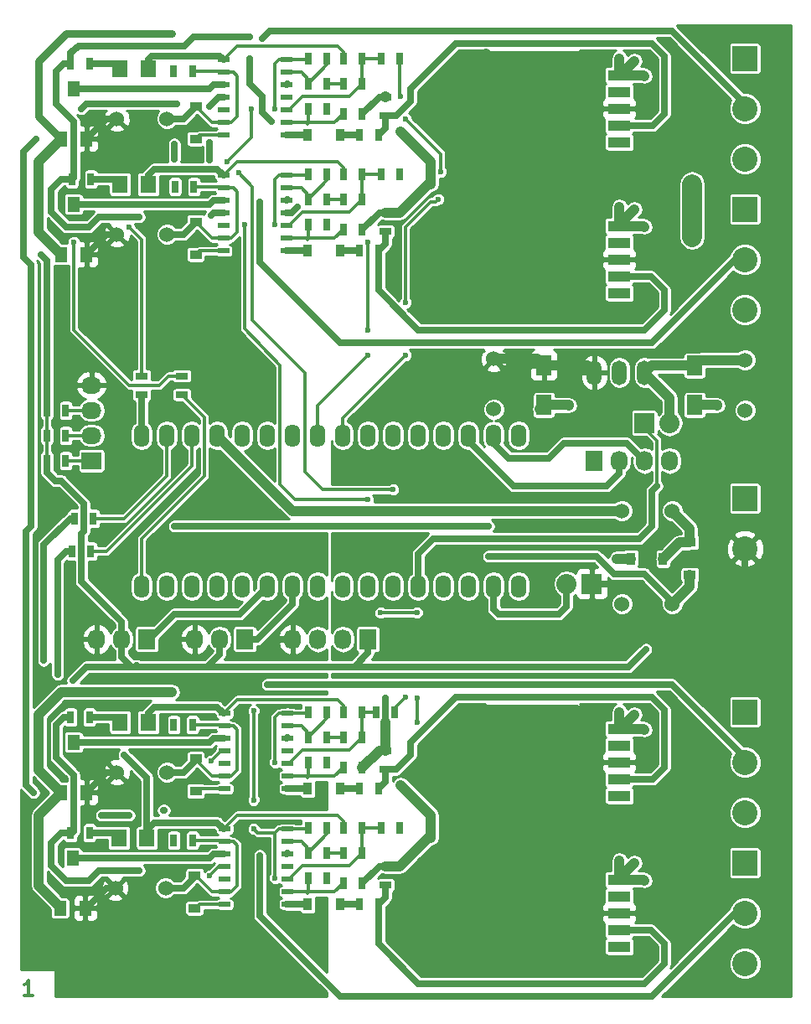
<source format=gtl>
G04 #@! TF.FileFunction,Copper,L1,Top,Signal*
%FSLAX46Y46*%
G04 Gerber Fmt 4.6, Leading zero omitted, Abs format (unit mm)*
G04 Created by KiCad (PCBNEW 4.0.2-4+6225~38~ubuntu14.04.1-stable) date mån 18 apr 2016 21:25:07*
%MOMM*%
G01*
G04 APERTURE LIST*
%ADD10C,0.100000*%
%ADD11C,0.300000*%
%ADD12C,1.524000*%
%ADD13R,1.600000X2.000000*%
%ADD14R,1.597660X1.800860*%
%ADD15R,2.032000X2.032000*%
%ADD16O,2.032000X2.032000*%
%ADD17R,2.540000X2.540000*%
%ADD18C,2.540000*%
%ADD19O,1.600000X2.300000*%
%ADD20R,1.727200X2.032000*%
%ADD21O,1.727200X2.032000*%
%ADD22R,2.032000X1.727200*%
%ADD23O,2.032000X1.727200*%
%ADD24O,1.501140X2.499360*%
%ADD25R,2.286000X1.066800*%
%ADD26R,8.890000X10.668000*%
%ADD27R,1.270000X1.524000*%
%ADD28R,1.143000X0.508000*%
%ADD29R,1.220000X0.910000*%
%ADD30R,0.910000X1.220000*%
%ADD31R,0.700000X1.300000*%
%ADD32R,1.300000X0.700000*%
%ADD33C,0.600000*%
%ADD34C,2.000000*%
%ADD35C,0.700000*%
%ADD36C,1.000000*%
%ADD37C,0.800000*%
%ADD38C,0.254000*%
G04 APERTURE END LIST*
D10*
D11*
X118538572Y-163238571D02*
X117681429Y-163238571D01*
X118110001Y-163238571D02*
X118110001Y-161738571D01*
X117967144Y-161952857D01*
X117824286Y-162095714D01*
X117681429Y-162167143D01*
D12*
X178054000Y-123698000D03*
X183134000Y-123698000D03*
X178054000Y-114300000D03*
X183134000Y-114300000D03*
D13*
X170180000Y-99600000D03*
X170180000Y-103600000D03*
X185420000Y-99600000D03*
X185420000Y-103600000D03*
D14*
X127358140Y-69596000D03*
X130197860Y-69596000D03*
X127358140Y-81280000D03*
X130197860Y-81280000D03*
X127358140Y-135636000D03*
X130197860Y-135636000D03*
X127231140Y-147320000D03*
X130070860Y-147320000D03*
D15*
X180340000Y-105410000D03*
D16*
X182880000Y-105410000D03*
D15*
X175006000Y-121666000D03*
D16*
X172466000Y-121666000D03*
D17*
X190500000Y-68580000D03*
D18*
X190500000Y-73660000D03*
X190500000Y-78740000D03*
D17*
X190500000Y-83820000D03*
D18*
X190500000Y-88900000D03*
X190500000Y-93980000D03*
D17*
X190500000Y-134620000D03*
D18*
X190500000Y-139700000D03*
X190500000Y-144780000D03*
D19*
X129540000Y-121920000D03*
X132080000Y-121920000D03*
X134620000Y-121920000D03*
X137160000Y-121920000D03*
X139700000Y-121920000D03*
X142240000Y-121920000D03*
X144780000Y-121920000D03*
X147320000Y-121920000D03*
X149860000Y-121920000D03*
X152400000Y-121920000D03*
X154940000Y-121920000D03*
X157480000Y-121920000D03*
X160020000Y-121920000D03*
X162560000Y-121920000D03*
X165100000Y-121920000D03*
X167640000Y-121920000D03*
X167640000Y-106680000D03*
X165100000Y-106680000D03*
X162560000Y-106680000D03*
X160020000Y-106680000D03*
X157480000Y-106680000D03*
X154940000Y-106680000D03*
X152400000Y-106680000D03*
X149860000Y-106680000D03*
X147320000Y-106680000D03*
X144780000Y-106680000D03*
X142240000Y-106680000D03*
X139700000Y-106680000D03*
X137160000Y-106680000D03*
X134620000Y-106680000D03*
X132080000Y-106680000D03*
X129540000Y-106680000D03*
D17*
X190500000Y-149860000D03*
D18*
X190500000Y-154940000D03*
X190500000Y-160020000D03*
D20*
X152400000Y-127254000D03*
D21*
X149860000Y-127254000D03*
X147320000Y-127254000D03*
X144780000Y-127254000D03*
D20*
X130048000Y-127254000D03*
D21*
X127508000Y-127254000D03*
X124968000Y-127254000D03*
D20*
X139954000Y-127254000D03*
D21*
X137414000Y-127254000D03*
X134874000Y-127254000D03*
D22*
X124460000Y-109220000D03*
D23*
X124460000Y-106680000D03*
X124460000Y-104140000D03*
X124460000Y-101600000D03*
D20*
X175260000Y-109220000D03*
D21*
X177800000Y-109220000D03*
X180340000Y-109220000D03*
X182880000Y-109220000D03*
D24*
X177800000Y-100330000D03*
X175260000Y-100330000D03*
X180340000Y-100330000D03*
D12*
X132080000Y-74676000D03*
X127000000Y-74676000D03*
X132080000Y-86360000D03*
X127000000Y-86360000D03*
X132080000Y-140716000D03*
X127000000Y-140716000D03*
X131953000Y-152400000D03*
X126873000Y-152400000D03*
X165100000Y-98933000D03*
X165100000Y-104013000D03*
X190500000Y-99060000D03*
X190500000Y-104140000D03*
D25*
X177800000Y-77063600D03*
D26*
X169037000Y-73660000D03*
D25*
X177800000Y-73660000D03*
X177800000Y-75361800D03*
X177800000Y-71958200D03*
X177800000Y-70256400D03*
X177800000Y-92303600D03*
D26*
X169037000Y-88900000D03*
D25*
X177800000Y-88900000D03*
X177800000Y-90601800D03*
X177800000Y-87198200D03*
X177800000Y-85496400D03*
X177800000Y-143103600D03*
D26*
X169037000Y-139700000D03*
D25*
X177800000Y-139700000D03*
X177800000Y-141401800D03*
X177800000Y-137998200D03*
X177800000Y-136296400D03*
X177800000Y-158343600D03*
D26*
X169037000Y-154940000D03*
D25*
X177800000Y-154940000D03*
X177800000Y-156641800D03*
X177800000Y-153238200D03*
X177800000Y-151536400D03*
D17*
X190500000Y-113030000D03*
D18*
X190500000Y-118110000D03*
D27*
X121412000Y-76708000D03*
X122682000Y-71628000D03*
X123952000Y-76708000D03*
X121412000Y-88392000D03*
X122682000Y-83312000D03*
X123952000Y-88392000D03*
X121412000Y-142748000D03*
X122682000Y-137668000D03*
X123952000Y-142748000D03*
X121285000Y-154432000D03*
X122555000Y-149352000D03*
X123825000Y-154432000D03*
D28*
X144145000Y-76327000D03*
X144145000Y-75057000D03*
X144145000Y-73787000D03*
X144145000Y-72517000D03*
X144145000Y-71247000D03*
X144145000Y-69977000D03*
X144145000Y-68707000D03*
X137795000Y-68707000D03*
X137795000Y-69977000D03*
X137795000Y-72517000D03*
X137795000Y-73787000D03*
X137795000Y-75057000D03*
X137795000Y-76327000D03*
X137795000Y-71247000D03*
X144145000Y-88011000D03*
X144145000Y-86741000D03*
X144145000Y-85471000D03*
X144145000Y-84201000D03*
X144145000Y-82931000D03*
X144145000Y-81661000D03*
X144145000Y-80391000D03*
X137795000Y-80391000D03*
X137795000Y-81661000D03*
X137795000Y-84201000D03*
X137795000Y-85471000D03*
X137795000Y-86741000D03*
X137795000Y-88011000D03*
X137795000Y-82931000D03*
X144272000Y-142367000D03*
X144272000Y-141097000D03*
X144272000Y-139827000D03*
X144272000Y-138557000D03*
X144272000Y-137287000D03*
X144272000Y-136017000D03*
X144272000Y-134747000D03*
X137922000Y-134747000D03*
X137922000Y-136017000D03*
X137922000Y-138557000D03*
X137922000Y-139827000D03*
X137922000Y-141097000D03*
X137922000Y-142367000D03*
X137922000Y-137287000D03*
X144272000Y-154051000D03*
X144272000Y-152781000D03*
X144272000Y-151511000D03*
X144272000Y-150241000D03*
X144272000Y-148971000D03*
X144272000Y-147701000D03*
X144272000Y-146431000D03*
X137922000Y-146431000D03*
X137922000Y-147701000D03*
X137922000Y-150241000D03*
X137922000Y-151511000D03*
X137922000Y-152781000D03*
X137922000Y-154051000D03*
X137922000Y-148971000D03*
D29*
X135001000Y-76692000D03*
X135001000Y-73422000D03*
X184912000Y-117491000D03*
X184912000Y-120761000D03*
D30*
X178959000Y-119126000D03*
X182229000Y-119126000D03*
D29*
X135001000Y-88376000D03*
X135001000Y-85106000D03*
X135001000Y-142605000D03*
X135001000Y-139335000D03*
X134874000Y-154416000D03*
X134874000Y-151146000D03*
D30*
X149590000Y-76327000D03*
X146320000Y-76327000D03*
X149590000Y-88011000D03*
X146320000Y-88011000D03*
X149590000Y-142367000D03*
X146320000Y-142367000D03*
X149590000Y-154051000D03*
X146320000Y-154051000D03*
D31*
X134681000Y-69850000D03*
X132781000Y-69850000D03*
X148270000Y-68580000D03*
X146370000Y-68580000D03*
X122367000Y-69088000D03*
X124267000Y-69088000D03*
X148270000Y-71120000D03*
X146370000Y-71120000D03*
X134808000Y-81534000D03*
X132908000Y-81534000D03*
X148270000Y-80264000D03*
X146370000Y-80264000D03*
X122494000Y-80772000D03*
X124394000Y-80772000D03*
X148270000Y-82804000D03*
X146370000Y-82804000D03*
X134681000Y-135890000D03*
X132781000Y-135890000D03*
X148270000Y-134620000D03*
X146370000Y-134620000D03*
X122367000Y-135128000D03*
X124267000Y-135128000D03*
X148270000Y-137160000D03*
X146370000Y-137160000D03*
X134681000Y-147574000D03*
X132781000Y-147574000D03*
X148270000Y-146304000D03*
X146370000Y-146304000D03*
X122367000Y-146812000D03*
X124267000Y-146812000D03*
X148270000Y-148844000D03*
X146370000Y-148844000D03*
D32*
X133604000Y-102550000D03*
X133604000Y-100650000D03*
X129540000Y-102550000D03*
X129540000Y-100650000D03*
D31*
X124648000Y-115062000D03*
X122748000Y-115062000D03*
X124394000Y-118364000D03*
X122494000Y-118364000D03*
X119954000Y-109220000D03*
X121854000Y-109220000D03*
X119954000Y-106680000D03*
X121854000Y-106680000D03*
X119954000Y-104140000D03*
X121854000Y-104140000D03*
X153736000Y-68580000D03*
X155636000Y-68580000D03*
X153477000Y-76327000D03*
X151577000Y-76327000D03*
X151826000Y-68580000D03*
X149926000Y-68580000D03*
D32*
X154178000Y-72456000D03*
X154178000Y-74356000D03*
D31*
X149926000Y-74168000D03*
X151826000Y-74168000D03*
X148270000Y-73660000D03*
X146370000Y-73660000D03*
X153736000Y-80264000D03*
X155636000Y-80264000D03*
X153477000Y-88011000D03*
X151577000Y-88011000D03*
X151826000Y-80264000D03*
X149926000Y-80264000D03*
D32*
X154178000Y-84140000D03*
X154178000Y-86040000D03*
D31*
X149926000Y-85852000D03*
X151826000Y-85852000D03*
X148270000Y-85344000D03*
X146370000Y-85344000D03*
X153228000Y-134620000D03*
X155128000Y-134620000D03*
X153477000Y-142367000D03*
X151577000Y-142367000D03*
X151826000Y-134620000D03*
X149926000Y-134620000D03*
D32*
X154178000Y-138496000D03*
X154178000Y-140396000D03*
D31*
X149926000Y-140208000D03*
X151826000Y-140208000D03*
X148270000Y-139700000D03*
X146370000Y-139700000D03*
X153736000Y-146304000D03*
X155636000Y-146304000D03*
X153477000Y-154051000D03*
X151577000Y-154051000D03*
X151826000Y-146304000D03*
X149926000Y-146304000D03*
D32*
X154178000Y-150180000D03*
X154178000Y-152080000D03*
D31*
X149926000Y-151892000D03*
X151826000Y-151892000D03*
X148270000Y-151384000D03*
X146370000Y-151384000D03*
X149926000Y-71120000D03*
X151826000Y-71120000D03*
X149926000Y-82804000D03*
X151826000Y-82804000D03*
X149926000Y-137160000D03*
X151826000Y-137160000D03*
X149926000Y-148844000D03*
X151826000Y-148844000D03*
D33*
X185166000Y-86614000D03*
X185166000Y-81280000D03*
X177800000Y-77063600D03*
X177800000Y-92303600D03*
X177800000Y-158343600D03*
X177800000Y-143103600D03*
X133985000Y-144399000D03*
X131445000Y-142621000D03*
X154178000Y-133223000D03*
X134874000Y-127254000D03*
X134874000Y-131572000D03*
X140843000Y-131191000D03*
X142240000Y-128524000D03*
X155702000Y-141986000D03*
X177546000Y-119126000D03*
X172720000Y-103632000D03*
X187706000Y-103632000D03*
X127000000Y-86360000D03*
X154178000Y-72390000D03*
X155702000Y-75946000D03*
X148336000Y-82804000D03*
X151826000Y-85852000D03*
X151826000Y-74168000D03*
X148336000Y-71120000D03*
X154178000Y-138430000D03*
X148336000Y-137160000D03*
X151826000Y-140208000D03*
X148336000Y-148844000D03*
X151826000Y-151892000D03*
X127000000Y-152400000D03*
X133096000Y-73152000D03*
X123444000Y-73660000D03*
X118872000Y-76708000D03*
X118364000Y-115824000D03*
X164592000Y-118872000D03*
X164592000Y-115824000D03*
X132842000Y-115824000D03*
X131699000Y-144526000D03*
X128270000Y-145034000D03*
X125476000Y-145034000D03*
X118618000Y-142748000D03*
X136525000Y-139573000D03*
X136398000Y-151130000D03*
X136525000Y-84455000D03*
X136398000Y-73406000D03*
X136398000Y-78855998D03*
X136398000Y-77089000D03*
X172720000Y-154940000D03*
X172720000Y-156210000D03*
X171450000Y-156210000D03*
X170180000Y-156210000D03*
X168910000Y-156210000D03*
X167640000Y-156210000D03*
X166370000Y-156210000D03*
X165100000Y-156210000D03*
X165100000Y-157480000D03*
X166370000Y-157480000D03*
X167640000Y-157480000D03*
X168910000Y-157480000D03*
X170180000Y-157480000D03*
X171450000Y-157480000D03*
X172720000Y-157480000D03*
X172720000Y-158750000D03*
X171450000Y-158750000D03*
X170180000Y-158750000D03*
X168910000Y-158750000D03*
X167640000Y-158750000D03*
X166370000Y-158750000D03*
X165100000Y-158750000D03*
X165100000Y-160020000D03*
X166370000Y-160020000D03*
X167640000Y-160020000D03*
X168910000Y-160020000D03*
X170180000Y-160020000D03*
X171450000Y-160020000D03*
X172720000Y-160020000D03*
X166370000Y-149860000D03*
X167640000Y-149860000D03*
X165100000Y-149860000D03*
X168910000Y-149860000D03*
X170180000Y-149860000D03*
X171450000Y-149860000D03*
X172720000Y-149860000D03*
X172720000Y-151130000D03*
X171450000Y-151130000D03*
X170180000Y-151130000D03*
X169164000Y-151130000D03*
X167640000Y-151130000D03*
X166370000Y-151130000D03*
X165100000Y-151130000D03*
X165100000Y-152400000D03*
X166370000Y-152400000D03*
X167640000Y-152400000D03*
X168910000Y-152400000D03*
X170180000Y-152400000D03*
X171450000Y-152400000D03*
X172720000Y-152400000D03*
X172720000Y-153670000D03*
X171450000Y-153670000D03*
X170180000Y-153670000D03*
X169164000Y-153670000D03*
X167640000Y-153670000D03*
X166370000Y-153670000D03*
X165100000Y-153670000D03*
X165100000Y-154940000D03*
X166370000Y-154940000D03*
X167640000Y-154940000D03*
X172720000Y-140970000D03*
X172720000Y-139700000D03*
X171450000Y-139700000D03*
X170180000Y-139700000D03*
X171450000Y-140970000D03*
X170180000Y-140970000D03*
X168910000Y-140970000D03*
X167640000Y-140970000D03*
X166370000Y-140970000D03*
X165100000Y-140970000D03*
X165100000Y-142240000D03*
X166370000Y-142240000D03*
X167640000Y-142240000D03*
X169164000Y-142240000D03*
X170180000Y-142240000D03*
X171450000Y-142240000D03*
X172720000Y-142240000D03*
X172720000Y-143510000D03*
X171450000Y-143510000D03*
X170180000Y-143510000D03*
X168910000Y-143510000D03*
X167640000Y-143510000D03*
X166370000Y-143510000D03*
X165100000Y-143510000D03*
X165100000Y-144780000D03*
X166370000Y-144780000D03*
X167640000Y-144780000D03*
X169164000Y-144780000D03*
X170180000Y-144780000D03*
X171450000Y-144780000D03*
X172720000Y-144780000D03*
X166370000Y-134620000D03*
X167640000Y-134620000D03*
X165100000Y-134620000D03*
X168910000Y-134620000D03*
X170180000Y-134620000D03*
X171450000Y-134620000D03*
X172720000Y-134620000D03*
X172720000Y-135890000D03*
X171450000Y-135890000D03*
X170180000Y-135890000D03*
X168910000Y-135890000D03*
X167640000Y-135890000D03*
X166370000Y-135890000D03*
X165100000Y-135890000D03*
X165100000Y-137160000D03*
X166370000Y-137160000D03*
X167640000Y-137160000D03*
X168910000Y-137160000D03*
X170180000Y-137160000D03*
X171450000Y-137160000D03*
X172720000Y-137160000D03*
X172720000Y-138430000D03*
X171450000Y-138430000D03*
X170180000Y-138430000D03*
X168910000Y-138430000D03*
X167640000Y-138430000D03*
X166370000Y-138430000D03*
X165100000Y-138430000D03*
X165100000Y-139700000D03*
X166370000Y-139700000D03*
X167640000Y-139700000D03*
X167894000Y-90170000D03*
X166370000Y-90170000D03*
X165100000Y-91440000D03*
X166497000Y-91567000D03*
X167640000Y-91440000D03*
X168910000Y-91440000D03*
X170180000Y-91440000D03*
X171450000Y-91440000D03*
X172720000Y-91440000D03*
X172720000Y-93980000D03*
X172720000Y-92710000D03*
X171450000Y-92710000D03*
X171450000Y-93980000D03*
X170180000Y-93980000D03*
X170180000Y-92710000D03*
X168910000Y-92710000D03*
X168910000Y-93980000D03*
X167640000Y-93980000D03*
X167640000Y-92710000D03*
X166370000Y-92710000D03*
X166370000Y-93980000D03*
X165100000Y-93980000D03*
X165100000Y-92710000D03*
X165100000Y-90170000D03*
X168910000Y-90170000D03*
X170180000Y-90170000D03*
X170180000Y-88900000D03*
X171450000Y-88900000D03*
X171450000Y-90170000D03*
X172720000Y-90170000D03*
X172720000Y-88900000D03*
X165100000Y-83820000D03*
X166370000Y-83820000D03*
X167640000Y-83820000D03*
X168910000Y-83820000D03*
X170180000Y-83820000D03*
X171450000Y-83820000D03*
X172720000Y-83820000D03*
X172720000Y-85090000D03*
X171450000Y-85090000D03*
X170180000Y-85090000D03*
X169164000Y-85090000D03*
X167640000Y-85090000D03*
X166370000Y-85090000D03*
X165100000Y-85090000D03*
X165100000Y-86360000D03*
X166370000Y-86360000D03*
X167640000Y-86360000D03*
X168910000Y-86360000D03*
X170180000Y-86360000D03*
X171450000Y-86360000D03*
X172720000Y-86360000D03*
X172720000Y-87630000D03*
X171450000Y-87630000D03*
X170180000Y-87630000D03*
X169164000Y-87630000D03*
X167640000Y-87630000D03*
X166370000Y-87630000D03*
X165100000Y-87630000D03*
X165100000Y-88900000D03*
X167640000Y-88900000D03*
X166370000Y-88900000D03*
X170180000Y-78740000D03*
X171450000Y-78740000D03*
X172720000Y-78740000D03*
X172720000Y-73660000D03*
X171450000Y-73660000D03*
X170180000Y-73660000D03*
X172720000Y-74930000D03*
X171450000Y-74930000D03*
X170180000Y-74930000D03*
X169164000Y-74930000D03*
X167640000Y-74930000D03*
X166370000Y-74930000D03*
X165100000Y-74930000D03*
X165100000Y-76200000D03*
X166370000Y-76200000D03*
X167640000Y-76200000D03*
X168910000Y-76200000D03*
X170180000Y-76200000D03*
X171450000Y-76200000D03*
X172720000Y-76200000D03*
X172720000Y-77470000D03*
X171450000Y-77470000D03*
X170180000Y-77470000D03*
X169164000Y-77470000D03*
X167640000Y-77470000D03*
X166370000Y-77470000D03*
X165100000Y-77470000D03*
X165100000Y-78740000D03*
X166370000Y-78740000D03*
X167640000Y-78740000D03*
X168910000Y-78740000D03*
X165100000Y-71120000D03*
X166433500Y-71056500D03*
X167640000Y-71120000D03*
X168910000Y-71120000D03*
X170180000Y-71120000D03*
X171450000Y-71120000D03*
X172720000Y-71120000D03*
X172720000Y-72390000D03*
X171450000Y-72390000D03*
X170180000Y-72390000D03*
X168910000Y-72390000D03*
X167703500Y-72326500D03*
X166370000Y-72390000D03*
X165100000Y-72390000D03*
X165100000Y-73660000D03*
X166370000Y-73660000D03*
X167640000Y-73660000D03*
X165100000Y-68580000D03*
X166370000Y-68580000D03*
X167640000Y-68580000D03*
X168910000Y-68580000D03*
X170180000Y-68580000D03*
X171450000Y-68580000D03*
X172720000Y-68580000D03*
X172720000Y-69850000D03*
X171450000Y-69850000D03*
X170180000Y-69850000D03*
X168910000Y-69850000D03*
X167640000Y-69850000D03*
X166370000Y-69850000D03*
X165163500Y-69786500D03*
X132842000Y-147574000D03*
X144145000Y-150241000D03*
X144145000Y-72517000D03*
X145301024Y-83579024D03*
X132842000Y-77216000D03*
X132842000Y-78740000D03*
X169164000Y-154940000D03*
X177800000Y-154940000D03*
X177800000Y-139700000D03*
X169037000Y-139700000D03*
X144145000Y-138557000D03*
X132842000Y-135890000D03*
X132588000Y-132588000D03*
X132588000Y-66040000D03*
X169037000Y-73660000D03*
X132842000Y-69850000D03*
X177800000Y-73660000D03*
X177800000Y-88900000D03*
X169164000Y-88900000D03*
X132842000Y-81534000D03*
X148270000Y-139700000D03*
X148270000Y-151384000D03*
X129286000Y-150622000D03*
X180467000Y-128270000D03*
X122367000Y-135128000D03*
X122555000Y-131445000D03*
X142621000Y-74930000D03*
X140462000Y-68580000D03*
X140462000Y-66421000D03*
X148270000Y-73660000D03*
X120396000Y-84074000D03*
X119380000Y-88392000D03*
X148270000Y-85344000D03*
X129286000Y-84582000D03*
X130302000Y-69596000D03*
X122682000Y-87122000D03*
X130197860Y-81280000D03*
X128270000Y-85598000D03*
X130197860Y-135636000D03*
X119634000Y-129413000D03*
X121031000Y-130810000D03*
X127762000Y-138938000D03*
X179324000Y-68834000D03*
X177800000Y-68580000D03*
X180340000Y-70358000D03*
X180340000Y-85598000D03*
X179324000Y-83820000D03*
X177800000Y-83566000D03*
X180340000Y-136398000D03*
X177800000Y-134620000D03*
X179324000Y-134874000D03*
X140843000Y-143510000D03*
X140843000Y-146431000D03*
X140843000Y-134493000D03*
X137795000Y-151511000D03*
X143002000Y-151384000D03*
X144272000Y-134747000D03*
X143002000Y-139700000D03*
X137795000Y-139827000D03*
X139954000Y-85344000D03*
X152400000Y-113157000D03*
X143002000Y-85344000D03*
X137795000Y-85471000D03*
X140589000Y-73660000D03*
X154940000Y-112141000D03*
X139319000Y-80137000D03*
X138176000Y-78994000D03*
X137795000Y-73787000D03*
X143002000Y-73660000D03*
X155575000Y-146304000D03*
X157353000Y-135636000D03*
X157353000Y-133223000D03*
X157353000Y-124587000D03*
X153670000Y-124587000D03*
X156210000Y-133096000D03*
X155636000Y-80264000D03*
X152400000Y-98552000D03*
X152400000Y-96012000D03*
X152400000Y-87122000D03*
X155702000Y-72390000D03*
X156210000Y-74676000D03*
X159766000Y-80010000D03*
X159512000Y-82804000D03*
X156210000Y-93218000D03*
X156210000Y-98552000D03*
X177800000Y-149606000D03*
X179324000Y-149860000D03*
X180340000Y-151638000D03*
X141732000Y-66548000D03*
X144272000Y-71120000D03*
X141478000Y-83058000D03*
X144272000Y-82804000D03*
X142240000Y-131826000D03*
X144272000Y-137160000D03*
X144272000Y-148844000D03*
X141478000Y-149098000D03*
D34*
X185166000Y-86614000D02*
X185166000Y-81280000D01*
D11*
X149926000Y-71120000D02*
X148270000Y-71120000D01*
X149926000Y-82804000D02*
X148270000Y-82804000D01*
X149926000Y-137160000D02*
X148270000Y-137160000D01*
X149926000Y-148844000D02*
X148270000Y-148844000D01*
D35*
X133223000Y-144399000D02*
X133985000Y-144399000D01*
X131445000Y-142621000D02*
X133223000Y-144399000D01*
D36*
X154178000Y-138496000D02*
X154178000Y-135636000D01*
D35*
X154178000Y-135636000D02*
X154178000Y-133223000D01*
X134874000Y-131572000D02*
X135255000Y-131191000D01*
X135255000Y-131191000D02*
X140843000Y-131191000D01*
X142240000Y-128524000D02*
X143510000Y-127254000D01*
X143510000Y-127254000D02*
X144780000Y-127254000D01*
D36*
X158496000Y-147320000D02*
X155636000Y-150180000D01*
X158750000Y-147320000D02*
X158496000Y-147320000D01*
X158750000Y-145034000D02*
X155702000Y-141986000D01*
X158750000Y-147320000D02*
X158750000Y-145034000D01*
X177546000Y-119126000D02*
X178959000Y-119126000D01*
X170180000Y-103600000D02*
X172688000Y-103600000D01*
X172688000Y-103600000D02*
X172720000Y-103632000D01*
X185420000Y-103600000D02*
X187674000Y-103600000D01*
X187674000Y-103600000D02*
X187706000Y-103632000D01*
X169767000Y-104013000D02*
X170180000Y-103600000D01*
X158750000Y-81280000D02*
X158750000Y-78994000D01*
X154178000Y-72390000D02*
X154178000Y-72456000D01*
X158750000Y-78994000D02*
X155702000Y-75946000D01*
X158750000Y-81280000D02*
X158496000Y-81280000D01*
X155636000Y-84140000D02*
X154178000Y-84140000D01*
X158496000Y-81280000D02*
X155636000Y-84140000D01*
D35*
X154178000Y-84140000D02*
X153538000Y-84140000D01*
D11*
X148336000Y-82804000D02*
X148270000Y-82804000D01*
D35*
X153538000Y-84140000D02*
X151826000Y-85852000D01*
X153538000Y-72456000D02*
X151826000Y-74168000D01*
D11*
X148336000Y-71120000D02*
X148270000Y-71120000D01*
D35*
X154178000Y-72456000D02*
X153538000Y-72456000D01*
X125984000Y-86360000D02*
X123952000Y-88392000D01*
X127000000Y-86360000D02*
X125984000Y-86360000D01*
X127000000Y-74676000D02*
X125984000Y-74676000D01*
X125984000Y-74676000D02*
X123952000Y-76708000D01*
X154178000Y-138496000D02*
X153538000Y-138496000D01*
D36*
X154178000Y-138430000D02*
X154178000Y-138496000D01*
X155636000Y-150180000D02*
X154178000Y-150180000D01*
D35*
X154178000Y-150180000D02*
X153538000Y-150180000D01*
D11*
X148336000Y-137160000D02*
X148270000Y-137160000D01*
D36*
X153538000Y-138496000D02*
X151826000Y-140208000D01*
D35*
X125984000Y-140716000D02*
X123952000Y-142748000D01*
X127000000Y-140716000D02*
X125984000Y-140716000D01*
D11*
X148336000Y-148844000D02*
X148270000Y-148844000D01*
D35*
X153538000Y-150180000D02*
X151826000Y-151892000D01*
X127000000Y-152400000D02*
X125984000Y-152400000D01*
X125984000Y-152400000D02*
X123952000Y-154432000D01*
D11*
X137795000Y-69977000D02*
X138811000Y-69977000D01*
X138557000Y-75057000D02*
X137795000Y-75057000D01*
X139192000Y-74422000D02*
X138557000Y-75057000D01*
X139192000Y-70358000D02*
X139192000Y-74422000D01*
X138811000Y-69977000D02*
X139192000Y-70358000D01*
D35*
X132080000Y-74676000D02*
X133747000Y-74676000D01*
X133747000Y-74676000D02*
X135001000Y-73422000D01*
D11*
X137795000Y-75057000D02*
X136636000Y-75057000D01*
X136636000Y-75057000D02*
X135001000Y-73422000D01*
X134808000Y-73229000D02*
X135001000Y-73422000D01*
X134808000Y-69850000D02*
X137668000Y-69850000D01*
X137668000Y-69850000D02*
X137795000Y-69977000D01*
D36*
X184912000Y-117491000D02*
X183864000Y-117491000D01*
X183864000Y-117491000D02*
X182229000Y-119126000D01*
X184912000Y-117491000D02*
X184912000Y-116078000D01*
X184912000Y-116078000D02*
X183134000Y-114300000D01*
X178054000Y-114300000D02*
X144780000Y-114300000D01*
X144780000Y-114300000D02*
X137160000Y-106680000D01*
D35*
X118364000Y-115824000D02*
X118364000Y-89408000D01*
X123952000Y-73152000D02*
X133096000Y-73152000D01*
X123444000Y-73660000D02*
X123952000Y-73152000D01*
X117602000Y-77978000D02*
X118872000Y-76708000D01*
X117602000Y-88646000D02*
X117602000Y-77978000D01*
X118364000Y-89408000D02*
X117602000Y-88646000D01*
X180340000Y-120650000D02*
X177292000Y-120650000D01*
X177292000Y-120650000D02*
X175514000Y-118872000D01*
X175514000Y-118872000D02*
X164592000Y-118872000D01*
X164592000Y-115824000D02*
X135382000Y-115824000D01*
X135382000Y-115824000D02*
X132842000Y-115824000D01*
X183134000Y-123444000D02*
X180340000Y-120650000D01*
X131699000Y-144526000D02*
X131826000Y-144526000D01*
X125476000Y-145034000D02*
X128270000Y-145034000D01*
X117856000Y-141986000D02*
X118618000Y-142748000D01*
X117856000Y-116332000D02*
X117856000Y-141986000D01*
X118364000Y-115824000D02*
X117856000Y-116332000D01*
X183134000Y-123698000D02*
X183134000Y-123444000D01*
D11*
X137922000Y-150241000D02*
X137287000Y-150241000D01*
X136525000Y-139573000D02*
X137541000Y-138557000D01*
X137287000Y-150241000D02*
X136398000Y-151130000D01*
X137541000Y-138557000D02*
X137922000Y-138557000D01*
D35*
X137795000Y-84201000D02*
X136779000Y-84201000D01*
X136779000Y-84201000D02*
X136525000Y-84455000D01*
X137795000Y-72517000D02*
X137287000Y-72517000D01*
X137287000Y-72517000D02*
X136398000Y-73406000D01*
X136398000Y-77089000D02*
X136398000Y-78855998D01*
D36*
X184912000Y-120761000D02*
X184912000Y-121920000D01*
X184912000Y-121920000D02*
X183134000Y-123698000D01*
D11*
X137795000Y-147701000D02*
X138811000Y-147701000D01*
X138557000Y-152781000D02*
X137795000Y-152781000D01*
X139192000Y-152146000D02*
X138557000Y-152781000D01*
X139192000Y-148082000D02*
X139192000Y-152146000D01*
X138811000Y-147701000D02*
X139192000Y-148082000D01*
D35*
X133747000Y-152400000D02*
X135001000Y-151146000D01*
D11*
X137795000Y-152781000D02*
X136636000Y-152781000D01*
X136636000Y-152781000D02*
X135001000Y-151146000D01*
X134808000Y-150953000D02*
X135001000Y-151146000D01*
X134808000Y-147574000D02*
X137668000Y-147574000D01*
X137668000Y-147574000D02*
X137795000Y-147701000D01*
D35*
X132080000Y-152400000D02*
X133747000Y-152400000D01*
D11*
X137668000Y-135890000D02*
X137795000Y-136017000D01*
X134808000Y-135890000D02*
X137668000Y-135890000D01*
X134808000Y-139269000D02*
X135001000Y-139462000D01*
X136636000Y-141097000D02*
X135001000Y-139462000D01*
X137795000Y-141097000D02*
X136636000Y-141097000D01*
D35*
X133747000Y-140716000D02*
X135001000Y-139462000D01*
X132080000Y-140716000D02*
X133747000Y-140716000D01*
D11*
X138811000Y-136017000D02*
X139192000Y-136398000D01*
X139192000Y-136398000D02*
X139192000Y-140462000D01*
X139192000Y-140462000D02*
X138557000Y-141097000D01*
X138557000Y-141097000D02*
X137795000Y-141097000D01*
X137795000Y-136017000D02*
X138811000Y-136017000D01*
D36*
X169037000Y-73660000D02*
X169037000Y-72805002D01*
X169037000Y-72805002D02*
X164338000Y-68106002D01*
X174244000Y-79248000D02*
X173990000Y-78994000D01*
X164338000Y-79248000D02*
X174244000Y-79248000D01*
X164338000Y-68106002D02*
X164338000Y-79248000D01*
X173990000Y-78994000D02*
X173990000Y-68326000D01*
X173990000Y-68326000D02*
X164084000Y-68326000D01*
X169037000Y-88900000D02*
X169037000Y-88011000D01*
X169037000Y-88011000D02*
X164592000Y-83566000D01*
X164592000Y-83566000D02*
X164592000Y-94234000D01*
X164592000Y-94234000D02*
X164338000Y-94488000D01*
X164338000Y-94488000D02*
X173736000Y-94488000D01*
X173736000Y-94488000D02*
X173736000Y-83312000D01*
X173736000Y-83312000D02*
X164338000Y-83312000D01*
X169037000Y-139700000D02*
X169037000Y-138845002D01*
X169037000Y-138845002D02*
X164557998Y-134366000D01*
X173736000Y-134620000D02*
X173482000Y-134366000D01*
X173736000Y-145288000D02*
X173736000Y-134620000D01*
X164338000Y-145288000D02*
X173736000Y-145288000D01*
X164557998Y-145068002D02*
X164338000Y-145288000D01*
X164557998Y-134366000D02*
X164557998Y-145068002D01*
X173482000Y-134366000D02*
X164084000Y-134366000D01*
X169037000Y-154940000D02*
X169037000Y-154051000D01*
X169037000Y-154051000D02*
X164338000Y-149352000D01*
X173482000Y-149352000D02*
X164592000Y-149352000D01*
X173736000Y-149606000D02*
X173482000Y-149352000D01*
X173736000Y-160528000D02*
X173736000Y-149606000D01*
X164338000Y-160528000D02*
X173736000Y-160528000D01*
X164338000Y-149352000D02*
X164338000Y-160528000D01*
D34*
X169037000Y-139700000D02*
X175260000Y-139700000D01*
X169037000Y-154940000D02*
X175006000Y-154940000D01*
X169037000Y-154940000D02*
X164364002Y-154940000D01*
X169037000Y-139700000D02*
X164364002Y-139700000D01*
X169037000Y-139700000D02*
X169037000Y-154940000D01*
X169037000Y-88900000D02*
X175260000Y-88900000D01*
X169037000Y-73660000D02*
X174752000Y-73660000D01*
X169037000Y-88900000D02*
X162560000Y-88900000D01*
X169037000Y-73660000D02*
X162052000Y-73660000D01*
X169037000Y-73660000D02*
X169037000Y-88900000D01*
D35*
X172720000Y-156210000D02*
X171450000Y-156210000D01*
X170180000Y-156210000D02*
X168910000Y-156210000D01*
X167640000Y-156210000D02*
X166370000Y-156210000D01*
X165100000Y-156210000D02*
X165100000Y-157480000D01*
X166370000Y-157480000D02*
X167640000Y-157480000D01*
X168910000Y-157480000D02*
X170180000Y-157480000D01*
X171450000Y-157480000D02*
X172720000Y-157480000D01*
X172720000Y-158750000D02*
X171450000Y-158750000D01*
X170180000Y-158750000D02*
X168910000Y-158750000D01*
X167640000Y-158750000D02*
X166370000Y-158750000D01*
X165100000Y-158750000D02*
X165100000Y-160020000D01*
X166370000Y-160020000D02*
X167640000Y-160020000D01*
X168910000Y-160020000D02*
X170180000Y-160020000D01*
X171450000Y-160020000D02*
X172720000Y-160020000D01*
X169037000Y-154940000D02*
X169037000Y-152527000D01*
X169037000Y-152527000D02*
X166370000Y-149860000D01*
X167640000Y-149860000D02*
X169037000Y-154940000D01*
X170180000Y-149860000D02*
X171450000Y-149860000D01*
X172720000Y-149860000D02*
X172720000Y-151130000D01*
X171450000Y-151130000D02*
X170180000Y-151130000D01*
X169164000Y-151130000D02*
X167640000Y-151130000D01*
X166370000Y-151130000D02*
X165100000Y-151130000D01*
X165100000Y-152400000D02*
X166370000Y-152400000D01*
X167640000Y-152400000D02*
X168910000Y-152400000D01*
X170180000Y-152400000D02*
X171450000Y-152400000D01*
X172720000Y-152400000D02*
X172720000Y-153670000D01*
X171450000Y-153670000D02*
X170180000Y-153670000D01*
X169164000Y-153670000D02*
X167640000Y-153670000D01*
X166370000Y-153670000D02*
X165100000Y-153670000D01*
X165100000Y-154940000D02*
X166370000Y-154940000D01*
X167640000Y-154940000D02*
X169164000Y-154940000D01*
X169164000Y-154940000D02*
X169037000Y-154940000D01*
X171450000Y-140970000D02*
X172720000Y-140970000D01*
X171450000Y-139700000D02*
X170180000Y-139700000D01*
X170180000Y-140970000D02*
X168910000Y-140970000D01*
X167640000Y-140970000D02*
X166370000Y-140970000D01*
X165100000Y-140970000D02*
X165100000Y-142240000D01*
X166370000Y-142240000D02*
X167640000Y-142240000D01*
X169164000Y-142240000D02*
X170180000Y-142240000D01*
X171450000Y-142240000D02*
X172720000Y-142240000D01*
X172720000Y-143510000D02*
X171450000Y-143510000D01*
X170180000Y-143510000D02*
X168910000Y-143510000D01*
X167640000Y-143510000D02*
X166370000Y-143510000D01*
X165100000Y-143510000D02*
X165100000Y-144780000D01*
X166370000Y-144780000D02*
X167640000Y-144780000D01*
X169164000Y-144780000D02*
X170180000Y-144780000D01*
X171450000Y-144780000D02*
X172720000Y-144780000D01*
X169037000Y-139700000D02*
X169037000Y-137287000D01*
X169037000Y-137287000D02*
X166370000Y-134620000D01*
X167640000Y-134620000D02*
X169037000Y-139700000D01*
X170180000Y-134620000D02*
X171450000Y-134620000D01*
X172720000Y-134620000D02*
X172720000Y-135890000D01*
X171450000Y-135890000D02*
X170180000Y-135890000D01*
X168910000Y-135890000D02*
X167640000Y-135890000D01*
X166370000Y-135890000D02*
X165100000Y-135890000D01*
X165100000Y-137160000D02*
X166370000Y-137160000D01*
X167640000Y-137160000D02*
X168910000Y-137160000D01*
X170180000Y-137160000D02*
X171450000Y-137160000D01*
X172720000Y-137160000D02*
X172720000Y-138430000D01*
X171450000Y-138430000D02*
X170180000Y-138430000D01*
X168910000Y-138430000D02*
X167640000Y-138430000D01*
X166370000Y-138430000D02*
X165100000Y-138430000D01*
X165100000Y-139700000D02*
X166370000Y-139700000D01*
X167640000Y-139700000D02*
X169037000Y-139700000D01*
X167132000Y-90932000D02*
X167894000Y-90170000D01*
X169037000Y-88900000D02*
X167640000Y-88900000D01*
X167640000Y-88900000D02*
X165100000Y-91440000D01*
X166497000Y-91567000D02*
X166624000Y-91440000D01*
X166624000Y-91440000D02*
X167640000Y-91440000D01*
X168910000Y-91440000D02*
X170180000Y-91440000D01*
X171450000Y-91440000D02*
X172720000Y-91440000D01*
X172720000Y-93980000D02*
X172720000Y-92710000D01*
X171450000Y-92710000D02*
X171450000Y-93980000D01*
X170180000Y-93980000D02*
X170180000Y-92710000D01*
X168910000Y-92710000D02*
X168910000Y-93980000D01*
X167640000Y-93980000D02*
X167640000Y-92710000D01*
X166370000Y-92710000D02*
X166370000Y-93980000D01*
X165100000Y-93980000D02*
X165100000Y-92710000D01*
X167894000Y-90170000D02*
X168910000Y-90170000D01*
X170180000Y-90170000D02*
X170180000Y-88900000D01*
X171450000Y-88900000D02*
X171450000Y-90170000D01*
X172720000Y-90170000D02*
X172720000Y-88900000D01*
X166370000Y-83820000D02*
X167640000Y-83820000D01*
X170180000Y-83820000D02*
X171450000Y-83820000D01*
X172720000Y-83820000D02*
X172720000Y-85090000D01*
X171450000Y-85090000D02*
X170180000Y-85090000D01*
X169164000Y-85090000D02*
X167640000Y-85090000D01*
X166370000Y-85090000D02*
X165100000Y-85090000D01*
X165100000Y-86360000D02*
X166370000Y-86360000D01*
X167640000Y-86360000D02*
X168910000Y-86360000D01*
X170180000Y-86360000D02*
X171450000Y-86360000D01*
X172720000Y-86360000D02*
X172720000Y-87630000D01*
X171450000Y-87630000D02*
X170180000Y-87630000D01*
X169164000Y-87630000D02*
X167640000Y-87630000D01*
X166370000Y-87630000D02*
X165100000Y-87630000D01*
X165100000Y-88900000D02*
X166370000Y-88900000D01*
X167640000Y-88900000D02*
X169164000Y-88900000D01*
X169164000Y-88900000D02*
X169037000Y-88900000D01*
X169037000Y-73660000D02*
X169037000Y-77597000D01*
X169037000Y-77597000D02*
X170180000Y-78740000D01*
X171450000Y-78740000D02*
X172720000Y-78740000D01*
X170180000Y-73660000D02*
X171450000Y-73660000D01*
X172720000Y-73660000D02*
X172720000Y-74930000D01*
X171450000Y-74930000D02*
X170180000Y-74930000D01*
X169164000Y-74930000D02*
X167640000Y-74930000D01*
X166370000Y-74930000D02*
X165100000Y-74930000D01*
X165100000Y-76200000D02*
X166370000Y-76200000D01*
X167640000Y-76200000D02*
X168910000Y-76200000D01*
X170180000Y-76200000D02*
X171450000Y-76200000D01*
X172720000Y-76200000D02*
X172720000Y-77470000D01*
X171450000Y-77470000D02*
X170180000Y-77470000D01*
X169164000Y-77470000D02*
X167640000Y-77470000D01*
X166370000Y-77470000D02*
X165100000Y-77470000D01*
X165100000Y-78740000D02*
X166370000Y-78740000D01*
X167640000Y-78740000D02*
X168910000Y-78740000D01*
X169164000Y-78740000D02*
X168910000Y-78740000D01*
X168910000Y-78740000D02*
X169037000Y-73660000D01*
X165100000Y-71120000D02*
X165163500Y-71056500D01*
X165163500Y-71056500D02*
X166433500Y-71056500D01*
X167640000Y-71120000D02*
X168910000Y-71120000D01*
X170180000Y-71120000D02*
X171450000Y-71120000D01*
X172720000Y-71120000D02*
X172720000Y-72390000D01*
X171450000Y-72390000D02*
X170180000Y-72390000D01*
X168910000Y-72390000D02*
X168846500Y-72326500D01*
X168846500Y-72326500D02*
X167703500Y-72326500D01*
X166370000Y-72390000D02*
X165100000Y-72390000D01*
X165100000Y-73660000D02*
X166370000Y-73660000D01*
X167640000Y-73660000D02*
X169037000Y-73660000D01*
X169037000Y-73660000D02*
X169037000Y-72517000D01*
X169037000Y-72517000D02*
X165100000Y-68580000D01*
X166370000Y-68580000D02*
X167640000Y-68580000D01*
X168910000Y-68580000D02*
X170180000Y-68580000D01*
X171450000Y-68580000D02*
X172720000Y-68580000D01*
X172720000Y-69850000D02*
X171450000Y-69850000D01*
X170180000Y-69850000D02*
X168910000Y-69850000D01*
X167640000Y-69850000D02*
X166370000Y-69850000D01*
X165163500Y-69786500D02*
X169037000Y-73660000D01*
D11*
X132842000Y-147574000D02*
X132908000Y-147574000D01*
D35*
X144145000Y-84201000D02*
X144679048Y-84201000D01*
X144679048Y-84201000D02*
X145301024Y-83579024D01*
X132842000Y-78740000D02*
X132842000Y-77216000D01*
X175006000Y-121666000D02*
X179578000Y-121666000D01*
X190500000Y-124460000D02*
X190500000Y-118110000D01*
X188976000Y-125984000D02*
X190500000Y-124460000D01*
X182118000Y-125984000D02*
X188976000Y-125984000D01*
X180848000Y-124714000D02*
X182118000Y-125984000D01*
X180848000Y-122936000D02*
X180848000Y-124714000D01*
X179578000Y-121666000D02*
X180848000Y-122936000D01*
D34*
X169037000Y-154940000D02*
X169164000Y-154940000D01*
D11*
X132908000Y-135890000D02*
X132842000Y-135890000D01*
D36*
X119126000Y-140462000D02*
X119126000Y-134874000D01*
X119126000Y-134874000D02*
X121412000Y-132588000D01*
X121412000Y-132588000D02*
X132588000Y-132588000D01*
X121412000Y-142748000D02*
X119126000Y-140462000D01*
X119126000Y-145034000D02*
X119126000Y-152146000D01*
X119126000Y-152146000D02*
X121412000Y-154432000D01*
X121412000Y-142748000D02*
X119126000Y-145034000D01*
X165100000Y-98933000D02*
X169513000Y-98933000D01*
X169513000Y-98933000D02*
X170180000Y-99600000D01*
X170180000Y-99600000D02*
X174530000Y-99600000D01*
X174530000Y-99600000D02*
X175260000Y-100330000D01*
X121412000Y-76708000D02*
X119126000Y-78994000D01*
X119126000Y-86106000D02*
X121412000Y-88392000D01*
X119126000Y-78994000D02*
X119126000Y-86106000D01*
D37*
X121412000Y-76708000D02*
X119126000Y-74422000D01*
X119126000Y-74422000D02*
X119126000Y-68834000D01*
X119126000Y-68834000D02*
X121920000Y-66040000D01*
X121920000Y-66040000D02*
X132588000Y-66040000D01*
D11*
X132908000Y-69850000D02*
X132842000Y-69850000D01*
D34*
X169037000Y-88900000D02*
X169164000Y-88900000D01*
D11*
X132908000Y-81534000D02*
X132842000Y-81534000D01*
D35*
X122494000Y-146812000D02*
X121412000Y-146812000D01*
X120396000Y-147828000D02*
X121412000Y-146812000D01*
X120396000Y-150114000D02*
X120396000Y-147828000D01*
X121920000Y-151638000D02*
X120396000Y-150114000D01*
X124206000Y-151638000D02*
X121920000Y-151638000D01*
X125222000Y-150622000D02*
X124206000Y-151638000D01*
X129286000Y-150622000D02*
X125222000Y-150622000D01*
X178689000Y-130048000D02*
X151003000Y-130048000D01*
X180467000Y-128270000D02*
X178689000Y-130048000D01*
X136144000Y-130048000D02*
X151003000Y-130048000D01*
X152400000Y-128651000D02*
X152400000Y-127254000D01*
X151003000Y-130048000D02*
X152400000Y-128651000D01*
X127508000Y-127254000D02*
X127508000Y-125476000D01*
X119954000Y-110429000D02*
X119954000Y-109220000D01*
X120777000Y-111252000D02*
X119954000Y-110429000D01*
X121412000Y-111252000D02*
X120777000Y-111252000D01*
X123698000Y-113538000D02*
X121412000Y-111252000D01*
X123698000Y-116332000D02*
X123698000Y-113538000D01*
X123444000Y-116586000D02*
X123698000Y-116332000D01*
X123444000Y-121412000D02*
X123444000Y-116586000D01*
X127508000Y-125476000D02*
X123444000Y-121412000D01*
X122367000Y-135128000D02*
X121666000Y-135128000D01*
X122682000Y-146624000D02*
X122682000Y-140970000D01*
X120904000Y-139192000D02*
X122682000Y-140970000D01*
X120904000Y-135890000D02*
X120904000Y-139192000D01*
X121666000Y-135128000D02*
X120904000Y-135890000D01*
X129032000Y-129921000D02*
X129032000Y-130048000D01*
X128905000Y-130048000D02*
X129032000Y-129921000D01*
X123952000Y-130048000D02*
X128905000Y-130048000D01*
X122555000Y-131445000D02*
X123952000Y-130048000D01*
X135128000Y-66421000D02*
X134747000Y-66421000D01*
X142621000Y-74930000D02*
X141732000Y-74041000D01*
X141732000Y-74041000D02*
X141732000Y-72390000D01*
X141732000Y-72390000D02*
X140462000Y-71120000D01*
X140462000Y-71120000D02*
X140462000Y-68580000D01*
X135128000Y-66421000D02*
X140462000Y-66421000D01*
X122367000Y-68006000D02*
X122367000Y-69088000D01*
X123190000Y-67310000D02*
X122367000Y-68006000D01*
X133858000Y-67310000D02*
X123190000Y-67310000D01*
X134747000Y-66421000D02*
X133858000Y-67310000D01*
X119954000Y-104140000D02*
X119954000Y-88966000D01*
X119954000Y-88966000D02*
X119380000Y-88392000D01*
D11*
X119954000Y-106680000D02*
X119954000Y-109220000D01*
X119954000Y-104140000D02*
X119954000Y-106680000D01*
D35*
X127508000Y-127254000D02*
X127508000Y-129032000D01*
X127508000Y-129032000D02*
X128524000Y-130048000D01*
X128524000Y-130048000D02*
X129032000Y-130048000D01*
X137414000Y-128778000D02*
X137414000Y-127254000D01*
X129032000Y-130048000D02*
X136144000Y-130048000D01*
X136144000Y-130048000D02*
X137414000Y-128778000D01*
X122682000Y-146624000D02*
X122494000Y-146812000D01*
X129286000Y-84582000D02*
X125222000Y-84582000D01*
X125222000Y-84582000D02*
X124206000Y-85598000D01*
X124206000Y-85598000D02*
X121920000Y-85598000D01*
X121920000Y-85598000D02*
X120396000Y-84074000D01*
X122494000Y-80772000D02*
X121412000Y-80772000D01*
X120396000Y-84074000D02*
X120396000Y-81788000D01*
X120396000Y-81788000D02*
X121412000Y-80772000D01*
D36*
X182880000Y-105410000D02*
X182880000Y-102870000D01*
X182880000Y-102870000D02*
X180340000Y-100330000D01*
X190500000Y-99060000D02*
X185960000Y-99060000D01*
X185960000Y-99060000D02*
X185420000Y-99600000D01*
X185420000Y-99600000D02*
X181070000Y-99600000D01*
X181070000Y-99600000D02*
X180340000Y-100330000D01*
D35*
X122367000Y-69088000D02*
X121666000Y-69088000D01*
X122682000Y-74930000D02*
X122682000Y-80584000D01*
X120904000Y-73152000D02*
X122682000Y-74930000D01*
X120904000Y-69850000D02*
X120904000Y-73152000D01*
X121666000Y-69088000D02*
X120904000Y-69850000D01*
X122682000Y-80584000D02*
X122494000Y-80772000D01*
X124394000Y-69088000D02*
X126850140Y-69088000D01*
X126850140Y-69088000D02*
X127358140Y-69596000D01*
D11*
X133604000Y-100650000D02*
X132268000Y-100650000D01*
X130302000Y-69596000D02*
X130197860Y-69596000D01*
X122682000Y-96012000D02*
X122682000Y-87122000D01*
X128270000Y-101600000D02*
X122682000Y-96012000D01*
X131318000Y-101600000D02*
X128270000Y-101600000D01*
X132268000Y-100650000D02*
X131318000Y-101600000D01*
D35*
X130197860Y-69596000D02*
X130197860Y-68684140D01*
X137414000Y-68326000D02*
X137795000Y-68707000D01*
X130556000Y-68326000D02*
X137414000Y-68326000D01*
X130197860Y-68684140D02*
X130556000Y-68326000D01*
D11*
X149926000Y-68580000D02*
X149926000Y-67884000D01*
X139192000Y-67310000D02*
X137795000Y-68707000D01*
X149352000Y-67310000D02*
X139192000Y-67310000D01*
X149926000Y-67884000D02*
X149352000Y-67310000D01*
D35*
X126850140Y-80772000D02*
X127358140Y-81280000D01*
X124394000Y-80772000D02*
X126850140Y-80772000D01*
X130197860Y-81280000D02*
X130197860Y-80368140D01*
X137795000Y-80391000D02*
X137160000Y-79756000D01*
X130810000Y-79756000D02*
X137160000Y-79756000D01*
X130197860Y-80368140D02*
X130810000Y-79756000D01*
D11*
X129540000Y-86868000D02*
X129540000Y-100650000D01*
X128270000Y-85598000D02*
X129540000Y-86868000D01*
X149926000Y-79568000D02*
X149352000Y-78994000D01*
X149352000Y-78994000D02*
X139192000Y-78994000D01*
X139192000Y-78994000D02*
X137795000Y-80391000D01*
X149926000Y-80264000D02*
X149926000Y-79568000D01*
D35*
X126850140Y-135128000D02*
X127358140Y-135636000D01*
X124394000Y-135128000D02*
X126850140Y-135128000D01*
X130197860Y-135636000D02*
X130197860Y-134724140D01*
X137795000Y-134747000D02*
X137160000Y-134112000D01*
X130810000Y-134112000D02*
X137160000Y-134112000D01*
X130197860Y-134724140D02*
X130810000Y-134112000D01*
X122301000Y-115062000D02*
X122748000Y-115062000D01*
X119634000Y-117729000D02*
X122301000Y-115062000D01*
X119634000Y-129413000D02*
X119634000Y-117729000D01*
D11*
X149926000Y-133924000D02*
X149352000Y-133350000D01*
X149352000Y-133350000D02*
X139192000Y-133350000D01*
X139192000Y-133350000D02*
X137795000Y-134747000D01*
X149926000Y-134620000D02*
X149926000Y-133924000D01*
D35*
X124394000Y-146812000D02*
X126850140Y-146812000D01*
X126850140Y-146812000D02*
X127358140Y-147320000D01*
X130070860Y-147320000D02*
X130070860Y-141246860D01*
X121920000Y-118364000D02*
X122494000Y-118364000D01*
X121031000Y-119253000D02*
X121920000Y-118364000D01*
X121031000Y-122047000D02*
X121031000Y-119253000D01*
X121031000Y-130810000D02*
X121031000Y-122047000D01*
X130070860Y-141246860D02*
X127762000Y-138938000D01*
X130197860Y-147320000D02*
X130197860Y-146408140D01*
X137160000Y-145796000D02*
X137795000Y-146431000D01*
X130810000Y-145796000D02*
X137160000Y-145796000D01*
X130197860Y-146408140D02*
X130810000Y-145796000D01*
D11*
X149926000Y-146304000D02*
X149926000Y-145608000D01*
X139192000Y-145034000D02*
X137795000Y-146431000D01*
X149352000Y-145034000D02*
X139192000Y-145034000D01*
X149926000Y-145608000D02*
X149352000Y-145034000D01*
X180340000Y-105410000D02*
X180340000Y-105918000D01*
X180340000Y-105918000D02*
X181610000Y-107188000D01*
D35*
X157480000Y-118618000D02*
X157480000Y-121920000D01*
X159004000Y-117094000D02*
X157480000Y-118618000D01*
X179832000Y-117094000D02*
X159004000Y-117094000D01*
X181102000Y-115824000D02*
X179832000Y-117094000D01*
X181102000Y-112268000D02*
X181102000Y-115824000D01*
X181610000Y-111760000D02*
X181102000Y-112268000D01*
D11*
X181610000Y-107188000D02*
X181610000Y-111760000D01*
D35*
X165100000Y-121920000D02*
X165100000Y-124206000D01*
X172466000Y-123952000D02*
X172466000Y-121666000D01*
X171704000Y-124714000D02*
X172466000Y-123952000D01*
X165608000Y-124714000D02*
X171704000Y-124714000D01*
X165100000Y-124206000D02*
X165608000Y-124714000D01*
D36*
X177800000Y-70256400D02*
X177901600Y-70256400D01*
X177901600Y-70256400D02*
X179324000Y-68834000D01*
X177800000Y-70256400D02*
X177698400Y-70256400D01*
X177800000Y-70256400D02*
X177800000Y-68580000D01*
X177800000Y-70256400D02*
X180238400Y-70256400D01*
X180238400Y-70256400D02*
X180340000Y-70358000D01*
X177800000Y-85496400D02*
X180238400Y-85496400D01*
X180238400Y-85496400D02*
X180340000Y-85598000D01*
X177800000Y-85496400D02*
X177800000Y-85344000D01*
X177800000Y-85344000D02*
X179324000Y-83820000D01*
X177800000Y-85496400D02*
X177800000Y-83566000D01*
X180238400Y-136296400D02*
X180340000Y-136398000D01*
X177800000Y-136296400D02*
X180238400Y-136296400D01*
X177800000Y-136296400D02*
X177800000Y-134620000D01*
X177800000Y-136296400D02*
X177698400Y-136296400D01*
X177901600Y-136296400D02*
X179324000Y-134874000D01*
X177800000Y-136296400D02*
X177901600Y-136296400D01*
D11*
X143002000Y-146812000D02*
X141224000Y-146812000D01*
X140843000Y-146431000D02*
X141224000Y-146812000D01*
X140843000Y-134493000D02*
X140843000Y-143510000D01*
X140843000Y-143510000D02*
X140843000Y-143637000D01*
X144145000Y-146431000D02*
X143383000Y-146431000D01*
X143002000Y-146812000D02*
X143383000Y-146431000D01*
X143002000Y-147574000D02*
X143002000Y-146812000D01*
X143002000Y-151384000D02*
X143002000Y-147574000D01*
X144145000Y-146431000D02*
X146243000Y-146431000D01*
X146243000Y-146431000D02*
X146370000Y-146304000D01*
X146243000Y-134747000D02*
X146370000Y-134620000D01*
X144145000Y-134747000D02*
X146243000Y-134747000D01*
X143002000Y-139700000D02*
X143002000Y-135890000D01*
X143002000Y-135890000D02*
X143002000Y-135128000D01*
X143002000Y-135128000D02*
X143383000Y-134747000D01*
X144145000Y-134747000D02*
X143383000Y-134747000D01*
D35*
X130048000Y-127254000D02*
X130302000Y-127254000D01*
X130302000Y-127254000D02*
X132842000Y-124714000D01*
X132842000Y-124714000D02*
X139446000Y-124714000D01*
X139446000Y-124714000D02*
X142240000Y-121920000D01*
X139954000Y-127254000D02*
X141224000Y-127254000D01*
X144780000Y-123698000D02*
X144780000Y-121920000D01*
X141224000Y-127254000D02*
X144780000Y-123698000D01*
D11*
X145034000Y-113157000D02*
X152400000Y-113157000D01*
X143510000Y-111633000D02*
X145034000Y-113157000D01*
X143510000Y-99568000D02*
X143510000Y-111633000D01*
X139954000Y-95885000D02*
X143510000Y-99568000D01*
X139954000Y-95885000D02*
X139954000Y-85344000D01*
X146243000Y-80391000D02*
X146370000Y-80264000D01*
X144145000Y-80391000D02*
X146243000Y-80391000D01*
X143002000Y-85344000D02*
X143002000Y-81534000D01*
X143002000Y-81534000D02*
X143002000Y-80772000D01*
X143002000Y-80772000D02*
X143383000Y-80391000D01*
X144145000Y-80391000D02*
X143383000Y-80391000D01*
X147828000Y-112141000D02*
X154940000Y-112141000D01*
X146050000Y-110363000D02*
X147828000Y-112141000D01*
X146050000Y-100330000D02*
X146050000Y-110363000D01*
X140716000Y-94996000D02*
X146050000Y-100330000D01*
X140716000Y-81534000D02*
X140716000Y-94996000D01*
X139319000Y-80137000D02*
X140716000Y-81534000D01*
X140589000Y-76581000D02*
X138176000Y-78994000D01*
X140589000Y-76581000D02*
X140589000Y-73660000D01*
X144145000Y-68707000D02*
X143383000Y-68707000D01*
X143002000Y-69088000D02*
X143383000Y-68707000D01*
X143002000Y-69850000D02*
X143002000Y-69088000D01*
X143002000Y-73660000D02*
X143002000Y-69850000D01*
X144145000Y-68707000D02*
X146243000Y-68707000D01*
X146243000Y-68707000D02*
X146370000Y-68580000D01*
X121854000Y-109220000D02*
X124460000Y-109220000D01*
X155575000Y-146304000D02*
X155636000Y-146304000D01*
X157353000Y-133223000D02*
X157353000Y-135636000D01*
X153670000Y-124587000D02*
X157353000Y-124587000D01*
X155128000Y-134620000D02*
X155128000Y-134178000D01*
X155128000Y-134178000D02*
X156210000Y-133096000D01*
X147320000Y-106680000D02*
X147320000Y-103632000D01*
X152400000Y-98552000D02*
X147320000Y-103632000D01*
X152400000Y-87122000D02*
X152400000Y-96012000D01*
X149860000Y-106680000D02*
X149860000Y-104902000D01*
X155636000Y-72324000D02*
X155636000Y-68580000D01*
X155702000Y-72390000D02*
X155636000Y-72324000D01*
X159766000Y-78232000D02*
X156210000Y-74676000D01*
X159766000Y-80010000D02*
X159766000Y-78232000D01*
X159258000Y-83058000D02*
X159512000Y-82804000D01*
X158750000Y-83058000D02*
X159258000Y-83058000D01*
X156210000Y-85598000D02*
X158750000Y-83058000D01*
X156210000Y-93218000D02*
X156210000Y-85598000D01*
X149860000Y-104902000D02*
X156210000Y-98552000D01*
X121854000Y-104140000D02*
X124460000Y-104140000D01*
X121854000Y-106680000D02*
X124460000Y-106680000D01*
D35*
X162560000Y-106680000D02*
X162560000Y-107188000D01*
X162560000Y-107188000D02*
X167132000Y-111760000D01*
X167132000Y-111760000D02*
X176530000Y-111760000D01*
X176530000Y-111760000D02*
X177800000Y-110490000D01*
X177800000Y-110490000D02*
X177800000Y-109220000D01*
X165100000Y-106680000D02*
X165100000Y-107442000D01*
X165100000Y-107442000D02*
X166624000Y-108966000D01*
X166624000Y-108966000D02*
X170688000Y-108966000D01*
X170688000Y-108966000D02*
X172212000Y-107442000D01*
X172212000Y-107442000D02*
X178562000Y-107442000D01*
X178562000Y-107442000D02*
X180340000Y-109220000D01*
D36*
X177800000Y-151536400D02*
X177800000Y-149606000D01*
X177800000Y-151384000D02*
X179324000Y-149860000D01*
X177800000Y-151536400D02*
X177800000Y-151384000D01*
X180238400Y-151536400D02*
X180340000Y-151638000D01*
X177800000Y-151536400D02*
X180238400Y-151536400D01*
D11*
X148270000Y-68580000D02*
X148270000Y-69220000D01*
X148270000Y-69220000D02*
X146370000Y-71120000D01*
X146370000Y-71120000D02*
X146370000Y-70678000D01*
X146370000Y-70678000D02*
X145669000Y-69977000D01*
X145669000Y-69977000D02*
X144145000Y-69977000D01*
X145669000Y-81661000D02*
X144145000Y-81661000D01*
X146370000Y-82362000D02*
X145669000Y-81661000D01*
X146370000Y-82804000D02*
X146370000Y-82362000D01*
X148270000Y-80904000D02*
X146370000Y-82804000D01*
X148270000Y-80264000D02*
X148270000Y-80904000D01*
X145669000Y-136017000D02*
X144145000Y-136017000D01*
X146370000Y-136718000D02*
X145669000Y-136017000D01*
X146370000Y-137160000D02*
X146370000Y-136718000D01*
X148270000Y-135260000D02*
X146370000Y-137160000D01*
X148270000Y-134620000D02*
X148270000Y-135260000D01*
X148270000Y-146304000D02*
X148270000Y-146944000D01*
X148270000Y-146944000D02*
X146370000Y-148844000D01*
X146370000Y-148844000D02*
X146370000Y-148402000D01*
X146370000Y-148402000D02*
X145669000Y-147701000D01*
X145669000Y-147701000D02*
X144145000Y-147701000D01*
D35*
X144145000Y-76327000D02*
X146320000Y-76327000D01*
X144145000Y-88011000D02*
X146320000Y-88011000D01*
X144145000Y-142367000D02*
X146320000Y-142367000D01*
X144145000Y-154051000D02*
X146320000Y-154051000D01*
D11*
X137795000Y-76327000D02*
X135366000Y-76327000D01*
X135366000Y-76327000D02*
X135001000Y-76692000D01*
X135366000Y-88011000D02*
X135001000Y-88376000D01*
X137795000Y-88011000D02*
X135366000Y-88011000D01*
X135366000Y-142367000D02*
X135001000Y-142732000D01*
X137795000Y-142367000D02*
X135366000Y-142367000D01*
X137795000Y-154051000D02*
X135366000Y-154051000D01*
X135366000Y-154051000D02*
X135001000Y-154416000D01*
D35*
X190500000Y-73660000D02*
X190500000Y-73152000D01*
X190500000Y-73152000D02*
X183134000Y-65786000D01*
X183134000Y-65786000D02*
X142494000Y-65786000D01*
X142494000Y-65786000D02*
X141732000Y-66548000D01*
X144272000Y-71120000D02*
X144145000Y-71247000D01*
X190500000Y-88900000D02*
X189484000Y-88900000D01*
X189484000Y-88900000D02*
X181102000Y-97282000D01*
X181102000Y-97282000D02*
X149606000Y-97282000D01*
X149606000Y-97282000D02*
X141478000Y-89154000D01*
X141478000Y-89154000D02*
X141478000Y-83058000D01*
X144272000Y-82804000D02*
X144145000Y-82931000D01*
X183134000Y-131826000D02*
X142240000Y-131826000D01*
X144272000Y-137160000D02*
X144145000Y-137287000D01*
X190500000Y-139192000D02*
X183134000Y-131826000D01*
X190500000Y-139700000D02*
X190500000Y-139192000D01*
X144272000Y-148844000D02*
X144145000Y-148971000D01*
X141478000Y-155194000D02*
X141478000Y-149098000D01*
X149606000Y-163322000D02*
X141478000Y-155194000D01*
X181102000Y-163322000D02*
X149606000Y-163322000D01*
X189484000Y-154940000D02*
X181102000Y-163322000D01*
X190500000Y-154940000D02*
X189484000Y-154940000D01*
X122682000Y-71628000D02*
X136398000Y-71628000D01*
X136779000Y-71247000D02*
X137795000Y-71247000D01*
X136398000Y-71628000D02*
X136779000Y-71247000D01*
X136398000Y-83312000D02*
X136779000Y-82931000D01*
X136779000Y-82931000D02*
X137795000Y-82931000D01*
X122682000Y-83312000D02*
X136398000Y-83312000D01*
X136398000Y-137668000D02*
X136779000Y-137287000D01*
X136779000Y-137287000D02*
X137795000Y-137287000D01*
X122682000Y-137668000D02*
X136398000Y-137668000D01*
X122682000Y-149352000D02*
X136398000Y-149352000D01*
X136779000Y-148971000D02*
X137795000Y-148971000D01*
X136398000Y-149352000D02*
X136779000Y-148971000D01*
D11*
X129540000Y-121920000D02*
X129540000Y-117094000D01*
X135890000Y-104836000D02*
X133604000Y-102550000D01*
X135890000Y-110744000D02*
X135890000Y-104836000D01*
X129540000Y-117094000D02*
X135890000Y-110744000D01*
X124394000Y-118364000D02*
X125984000Y-118364000D01*
X134620000Y-109728000D02*
X134620000Y-106680000D01*
X125984000Y-118364000D02*
X134620000Y-109728000D01*
X124648000Y-115062000D02*
X127762000Y-115062000D01*
X132080000Y-110744000D02*
X132080000Y-106680000D01*
X127762000Y-115062000D02*
X132080000Y-110744000D01*
D35*
X129540000Y-106680000D02*
X129540000Y-102550000D01*
X132080000Y-86360000D02*
X133747000Y-86360000D01*
D11*
X137668000Y-81534000D02*
X137795000Y-81661000D01*
X134808000Y-81534000D02*
X137668000Y-81534000D01*
X134808000Y-84913000D02*
X135001000Y-85106000D01*
X136636000Y-86741000D02*
X135001000Y-85106000D01*
X137795000Y-86741000D02*
X136636000Y-86741000D01*
D35*
X133747000Y-86360000D02*
X135001000Y-85106000D01*
D11*
X138811000Y-81661000D02*
X139192000Y-82042000D01*
X139192000Y-82042000D02*
X139192000Y-86106000D01*
X139192000Y-86106000D02*
X138557000Y-86741000D01*
X138557000Y-86741000D02*
X137795000Y-86741000D01*
X137795000Y-81661000D02*
X138811000Y-81661000D01*
D35*
X149590000Y-76327000D02*
X151577000Y-76327000D01*
X149590000Y-88011000D02*
X151577000Y-88011000D01*
X149590000Y-142367000D02*
X151577000Y-142367000D01*
X149590000Y-154051000D02*
X151577000Y-154051000D01*
X177800000Y-75361800D02*
X181178200Y-75361800D01*
X155260000Y-74356000D02*
X154178000Y-74356000D01*
X156718000Y-72898000D02*
X155260000Y-74356000D01*
X156718000Y-71628000D02*
X156718000Y-72898000D01*
X161290000Y-67056000D02*
X156718000Y-71628000D01*
X181102000Y-67056000D02*
X161290000Y-67056000D01*
X182372000Y-68326000D02*
X181102000Y-67056000D01*
X182372000Y-74168000D02*
X182372000Y-68326000D01*
X181178200Y-75361800D02*
X182372000Y-74168000D01*
X154178000Y-74356000D02*
X154178000Y-75626000D01*
X154178000Y-75626000D02*
X153477000Y-76327000D01*
X153477000Y-88011000D02*
X153477000Y-92009000D01*
X181025800Y-90601800D02*
X177800000Y-90601800D01*
X182372000Y-91948000D02*
X181025800Y-90601800D01*
X182372000Y-93980000D02*
X182372000Y-91948000D01*
X180340000Y-96012000D02*
X182372000Y-93980000D01*
X157480000Y-96012000D02*
X180340000Y-96012000D01*
X153477000Y-92009000D02*
X157480000Y-96012000D01*
X154178000Y-87310000D02*
X153477000Y-88011000D01*
X154178000Y-86040000D02*
X154178000Y-87310000D01*
X154178000Y-141666000D02*
X153477000Y-142367000D01*
X154178000Y-140396000D02*
X154178000Y-141666000D01*
X181178200Y-141401800D02*
X182372000Y-140208000D01*
X182372000Y-140208000D02*
X182372000Y-134366000D01*
X182372000Y-134366000D02*
X181102000Y-133096000D01*
X181102000Y-133096000D02*
X161290000Y-133096000D01*
X161290000Y-133096000D02*
X159639000Y-134747000D01*
X159639000Y-134747000D02*
X156718000Y-137668000D01*
X156718000Y-137668000D02*
X156718000Y-138938000D01*
X156718000Y-138938000D02*
X155260000Y-140396000D01*
X155260000Y-140396000D02*
X154178000Y-140396000D01*
X177800000Y-141401800D02*
X181178200Y-141401800D01*
X154178000Y-152080000D02*
X154178000Y-153350000D01*
X154178000Y-153350000D02*
X153477000Y-154051000D01*
X153477000Y-158049000D02*
X157480000Y-162052000D01*
X157480000Y-162052000D02*
X180340000Y-162052000D01*
X180340000Y-162052000D02*
X182372000Y-160020000D01*
X182372000Y-160020000D02*
X182372000Y-157988000D01*
X182372000Y-157988000D02*
X181025800Y-156641800D01*
X181025800Y-156641800D02*
X177800000Y-156641800D01*
X153477000Y-154051000D02*
X153477000Y-158049000D01*
D11*
X149860000Y-72390000D02*
X150556000Y-72390000D01*
X145796000Y-72390000D02*
X149860000Y-72390000D01*
X144399000Y-73787000D02*
X145796000Y-72390000D01*
X150556000Y-72390000D02*
X151826000Y-71120000D01*
X151826000Y-68580000D02*
X151826000Y-71120000D01*
X144145000Y-73787000D02*
X144399000Y-73787000D01*
X151826000Y-68580000D02*
X152654000Y-68580000D01*
X152654000Y-68580000D02*
X153736000Y-68580000D01*
X146370000Y-73660000D02*
X146370000Y-75057000D01*
X146304000Y-75184000D02*
X146304000Y-75057000D01*
X146304000Y-75123000D02*
X146304000Y-75184000D01*
X146370000Y-75057000D02*
X146304000Y-75123000D01*
X144145000Y-75057000D02*
X146304000Y-75057000D01*
X146304000Y-75057000D02*
X149037000Y-75057000D01*
X149037000Y-75057000D02*
X149926000Y-74168000D01*
X149860000Y-84074000D02*
X150556000Y-84074000D01*
X144399000Y-85471000D02*
X145796000Y-84074000D01*
X145796000Y-84074000D02*
X149860000Y-84074000D01*
X150556000Y-84074000D02*
X151826000Y-82804000D01*
X151826000Y-80264000D02*
X151826000Y-82804000D01*
X152654000Y-80264000D02*
X153736000Y-80264000D01*
X151826000Y-80264000D02*
X152654000Y-80264000D01*
X144145000Y-85471000D02*
X144399000Y-85471000D01*
X149037000Y-86741000D02*
X149926000Y-85852000D01*
X146304000Y-86741000D02*
X149037000Y-86741000D01*
X144145000Y-86741000D02*
X146304000Y-86741000D01*
X146370000Y-86741000D02*
X146304000Y-86807000D01*
X146304000Y-86807000D02*
X146304000Y-86868000D01*
X146304000Y-86868000D02*
X146304000Y-86741000D01*
X146370000Y-85344000D02*
X146370000Y-86741000D01*
X149860000Y-138430000D02*
X150556000Y-138430000D01*
X144399000Y-139827000D02*
X145796000Y-138430000D01*
X145796000Y-138430000D02*
X149860000Y-138430000D01*
X150556000Y-138430000D02*
X151826000Y-137160000D01*
X151826000Y-134620000D02*
X151826000Y-137160000D01*
X153228000Y-134620000D02*
X151826000Y-134620000D01*
X151826000Y-134620000D02*
X152654000Y-134620000D01*
X144145000Y-139827000D02*
X144399000Y-139827000D01*
X149037000Y-141097000D02*
X149926000Y-140208000D01*
X146304000Y-141097000D02*
X149037000Y-141097000D01*
X146370000Y-141097000D02*
X146304000Y-141163000D01*
X146304000Y-141163000D02*
X146304000Y-141224000D01*
X146304000Y-141224000D02*
X146304000Y-141097000D01*
X146370000Y-139700000D02*
X146370000Y-141097000D01*
X144145000Y-141097000D02*
X146304000Y-141097000D01*
X149860000Y-150114000D02*
X150556000Y-150114000D01*
X145796000Y-150114000D02*
X149860000Y-150114000D01*
X144399000Y-151511000D02*
X145796000Y-150114000D01*
X150556000Y-150114000D02*
X151826000Y-148844000D01*
X151826000Y-146304000D02*
X151826000Y-148844000D01*
X151826000Y-146304000D02*
X152654000Y-146304000D01*
X144145000Y-151511000D02*
X144399000Y-151511000D01*
X152654000Y-146304000D02*
X153736000Y-146304000D01*
X149037000Y-152781000D02*
X149926000Y-151892000D01*
X146370000Y-151384000D02*
X146370000Y-152781000D01*
X146304000Y-152908000D02*
X146304000Y-152781000D01*
X146304000Y-152847000D02*
X146304000Y-152908000D01*
X146370000Y-152781000D02*
X146304000Y-152847000D01*
X146304000Y-152781000D02*
X149037000Y-152781000D01*
X144145000Y-152781000D02*
X146304000Y-152781000D01*
D38*
G36*
X195124000Y-163374000D02*
X182083790Y-163374000D01*
X185110827Y-160346963D01*
X188848714Y-160346963D01*
X189099534Y-160953995D01*
X189563563Y-161418834D01*
X190170155Y-161670713D01*
X190826963Y-161671286D01*
X191433995Y-161420466D01*
X191898834Y-160956437D01*
X192150713Y-160349845D01*
X192151286Y-159693037D01*
X191900466Y-159086005D01*
X191436437Y-158621166D01*
X190829845Y-158369287D01*
X190173037Y-158368714D01*
X189566005Y-158619534D01*
X189101166Y-159083563D01*
X188849287Y-159690155D01*
X188848714Y-160346963D01*
X185110827Y-160346963D01*
X189341453Y-156116337D01*
X189563563Y-156338834D01*
X190170155Y-156590713D01*
X190826963Y-156591286D01*
X191433995Y-156340466D01*
X191898834Y-155876437D01*
X192150713Y-155269845D01*
X192151286Y-154613037D01*
X191900466Y-154006005D01*
X191436437Y-153541166D01*
X190829845Y-153289287D01*
X190173037Y-153288714D01*
X189566005Y-153539534D01*
X189101166Y-154003563D01*
X188898448Y-154491762D01*
X182960541Y-160429669D01*
X183013878Y-160349845D01*
X183047356Y-160299742D01*
X183103000Y-160020000D01*
X183103000Y-157988000D01*
X183047356Y-157708258D01*
X182888895Y-157471105D01*
X181542695Y-156124905D01*
X181305542Y-155966444D01*
X181025800Y-155910800D01*
X179403625Y-155910800D01*
X179481327Y-155833098D01*
X179578000Y-155599709D01*
X179578000Y-155225750D01*
X179419250Y-155067000D01*
X177927000Y-155067000D01*
X177927000Y-155087000D01*
X177673000Y-155087000D01*
X177673000Y-155067000D01*
X176180750Y-155067000D01*
X176022000Y-155225750D01*
X176022000Y-155599709D01*
X176118673Y-155833098D01*
X176289660Y-156004086D01*
X176268536Y-156108400D01*
X176268536Y-157175200D01*
X176295103Y-157316390D01*
X176378546Y-157446065D01*
X176446806Y-157492705D01*
X176386135Y-157531746D01*
X176299141Y-157659066D01*
X176268536Y-157810200D01*
X176268536Y-158877000D01*
X176295103Y-159018190D01*
X176378546Y-159147865D01*
X176505866Y-159234859D01*
X176657000Y-159265464D01*
X178943000Y-159265464D01*
X179084190Y-159238897D01*
X179213865Y-159155454D01*
X179300859Y-159028134D01*
X179331464Y-158877000D01*
X179331464Y-157810200D01*
X179304897Y-157669010D01*
X179221454Y-157539335D01*
X179153194Y-157492695D01*
X179213865Y-157453654D01*
X179269110Y-157372800D01*
X180723010Y-157372800D01*
X181641000Y-158290790D01*
X181641000Y-159717210D01*
X180037210Y-161321000D01*
X157782790Y-161321000D01*
X154208000Y-157746210D01*
X154208000Y-155225750D01*
X163957000Y-155225750D01*
X163957000Y-160400309D01*
X164053673Y-160633698D01*
X164232301Y-160812327D01*
X164465690Y-160909000D01*
X168751250Y-160909000D01*
X168910000Y-160750250D01*
X168910000Y-155067000D01*
X169164000Y-155067000D01*
X169164000Y-160750250D01*
X169322750Y-160909000D01*
X173608310Y-160909000D01*
X173841699Y-160812327D01*
X174020327Y-160633698D01*
X174117000Y-160400309D01*
X174117000Y-155225750D01*
X173958250Y-155067000D01*
X169164000Y-155067000D01*
X168910000Y-155067000D01*
X164115750Y-155067000D01*
X163957000Y-155225750D01*
X154208000Y-155225750D01*
X154208000Y-154737859D01*
X154215464Y-154701000D01*
X154215464Y-154346326D01*
X154694895Y-153866895D01*
X154758798Y-153771258D01*
X154853356Y-153629742D01*
X154909000Y-153350000D01*
X154909000Y-152803223D01*
X154969190Y-152791897D01*
X155098865Y-152708454D01*
X155185859Y-152581134D01*
X155216464Y-152430000D01*
X155216464Y-151730000D01*
X155189897Y-151588810D01*
X155106454Y-151459135D01*
X154979134Y-151372141D01*
X154828000Y-151341536D01*
X153528000Y-151341536D01*
X153386810Y-151368103D01*
X153378050Y-151373740D01*
X153791099Y-150960691D01*
X153840856Y-150993938D01*
X154178000Y-151061000D01*
X155636000Y-151061000D01*
X155973144Y-150993938D01*
X156258961Y-150802961D01*
X157582231Y-149479691D01*
X163957000Y-149479691D01*
X163957000Y-154654250D01*
X164115750Y-154813000D01*
X168910000Y-154813000D01*
X168910000Y-149129750D01*
X169164000Y-149129750D01*
X169164000Y-154813000D01*
X173958250Y-154813000D01*
X174117000Y-154654250D01*
X174117000Y-154280291D01*
X176022000Y-154280291D01*
X176022000Y-154654250D01*
X176180750Y-154813000D01*
X177673000Y-154813000D01*
X177673000Y-154793000D01*
X177927000Y-154793000D01*
X177927000Y-154813000D01*
X179419250Y-154813000D01*
X179578000Y-154654250D01*
X179578000Y-154280291D01*
X179481327Y-154046902D01*
X179310340Y-153875914D01*
X179331464Y-153771600D01*
X179331464Y-152704800D01*
X179304897Y-152563610D01*
X179221454Y-152433935D01*
X179197254Y-152417400D01*
X179951166Y-152417400D01*
X180002856Y-152451938D01*
X180340000Y-152519000D01*
X180677144Y-152451938D01*
X180962961Y-152260961D01*
X181153938Y-151975144D01*
X181221000Y-151638000D01*
X181153938Y-151300856D01*
X180962961Y-151015039D01*
X180861361Y-150913439D01*
X180575544Y-150722462D01*
X180238400Y-150655400D01*
X179774522Y-150655400D01*
X179946961Y-150482961D01*
X180137938Y-150197145D01*
X180205000Y-149860000D01*
X180137938Y-149522856D01*
X179946961Y-149237039D01*
X179661144Y-149046062D01*
X179324000Y-148979000D01*
X178986855Y-149046062D01*
X178701039Y-149237039D01*
X178623110Y-149314968D01*
X178613938Y-149268856D01*
X178422961Y-148983039D01*
X178137144Y-148792062D01*
X177800000Y-148725000D01*
X177462856Y-148792062D01*
X177177039Y-148983039D01*
X176986062Y-149268856D01*
X176919000Y-149606000D01*
X176919000Y-150614536D01*
X176657000Y-150614536D01*
X176515810Y-150641103D01*
X176386135Y-150724546D01*
X176299141Y-150851866D01*
X176268536Y-151003000D01*
X176268536Y-152069800D01*
X176295103Y-152210990D01*
X176378546Y-152340665D01*
X176446806Y-152387305D01*
X176386135Y-152426346D01*
X176299141Y-152553666D01*
X176268536Y-152704800D01*
X176268536Y-153771600D01*
X176288401Y-153877173D01*
X176118673Y-154046902D01*
X176022000Y-154280291D01*
X174117000Y-154280291D01*
X174117000Y-149479691D01*
X174020327Y-149246302D01*
X173841699Y-149067673D01*
X173608310Y-148971000D01*
X169322750Y-148971000D01*
X169164000Y-149129750D01*
X168910000Y-149129750D01*
X168751250Y-148971000D01*
X164465690Y-148971000D01*
X164232301Y-149067673D01*
X164053673Y-149246302D01*
X163957000Y-149479691D01*
X157582231Y-149479691D01*
X158471922Y-148590000D01*
X188841536Y-148590000D01*
X188841536Y-151130000D01*
X188868103Y-151271190D01*
X188951546Y-151400865D01*
X189078866Y-151487859D01*
X189230000Y-151518464D01*
X191770000Y-151518464D01*
X191911190Y-151491897D01*
X192040865Y-151408454D01*
X192127859Y-151281134D01*
X192158464Y-151130000D01*
X192158464Y-148590000D01*
X192131897Y-148448810D01*
X192048454Y-148319135D01*
X191921134Y-148232141D01*
X191770000Y-148201536D01*
X189230000Y-148201536D01*
X189088810Y-148228103D01*
X188959135Y-148311546D01*
X188872141Y-148438866D01*
X188841536Y-148590000D01*
X158471922Y-148590000D01*
X158888464Y-148173458D01*
X159087144Y-148133938D01*
X159372961Y-147942961D01*
X159563938Y-147657144D01*
X159631000Y-147320000D01*
X159631000Y-145034000D01*
X159563938Y-144696856D01*
X159372961Y-144411039D01*
X156324961Y-141363039D01*
X156039144Y-141172062D01*
X155702000Y-141105000D01*
X155364856Y-141172062D01*
X155079039Y-141363039D01*
X154909000Y-141617520D01*
X154909000Y-141127000D01*
X155260000Y-141127000D01*
X155539742Y-141071356D01*
X155776895Y-140912895D01*
X156704040Y-139985750D01*
X163957000Y-139985750D01*
X163957000Y-145160309D01*
X164053673Y-145393698D01*
X164232301Y-145572327D01*
X164465690Y-145669000D01*
X168751250Y-145669000D01*
X168910000Y-145510250D01*
X168910000Y-139827000D01*
X169164000Y-139827000D01*
X169164000Y-145510250D01*
X169322750Y-145669000D01*
X173608310Y-145669000D01*
X173841699Y-145572327D01*
X174020327Y-145393698D01*
X174117000Y-145160309D01*
X174117000Y-145106963D01*
X188848714Y-145106963D01*
X189099534Y-145713995D01*
X189563563Y-146178834D01*
X190170155Y-146430713D01*
X190826963Y-146431286D01*
X191433995Y-146180466D01*
X191898834Y-145716437D01*
X192150713Y-145109845D01*
X192151286Y-144453037D01*
X191900466Y-143846005D01*
X191436437Y-143381166D01*
X190829845Y-143129287D01*
X190173037Y-143128714D01*
X189566005Y-143379534D01*
X189101166Y-143843563D01*
X188849287Y-144450155D01*
X188848714Y-145106963D01*
X174117000Y-145106963D01*
X174117000Y-139985750D01*
X173958250Y-139827000D01*
X169164000Y-139827000D01*
X168910000Y-139827000D01*
X164115750Y-139827000D01*
X163957000Y-139985750D01*
X156704040Y-139985750D01*
X157234895Y-139454895D01*
X157393356Y-139217742D01*
X157449000Y-138938000D01*
X157449000Y-137970790D01*
X161592790Y-133827000D01*
X164233926Y-133827000D01*
X164232301Y-133827673D01*
X164053673Y-134006302D01*
X163957000Y-134239691D01*
X163957000Y-139414250D01*
X164115750Y-139573000D01*
X168910000Y-139573000D01*
X168910000Y-139553000D01*
X169164000Y-139553000D01*
X169164000Y-139573000D01*
X173958250Y-139573000D01*
X174117000Y-139414250D01*
X174117000Y-134239691D01*
X174020327Y-134006302D01*
X173841699Y-133827673D01*
X173840074Y-133827000D01*
X177431520Y-133827000D01*
X177177039Y-133997039D01*
X176986062Y-134282856D01*
X176919000Y-134620000D01*
X176919000Y-135374536D01*
X176657000Y-135374536D01*
X176515810Y-135401103D01*
X176386135Y-135484546D01*
X176299141Y-135611866D01*
X176268536Y-135763000D01*
X176268536Y-136829800D01*
X176295103Y-136970990D01*
X176378546Y-137100665D01*
X176446806Y-137147305D01*
X176386135Y-137186346D01*
X176299141Y-137313666D01*
X176268536Y-137464800D01*
X176268536Y-138531600D01*
X176288401Y-138637173D01*
X176118673Y-138806902D01*
X176022000Y-139040291D01*
X176022000Y-139414250D01*
X176180750Y-139573000D01*
X177673000Y-139573000D01*
X177673000Y-139553000D01*
X177927000Y-139553000D01*
X177927000Y-139573000D01*
X179419250Y-139573000D01*
X179578000Y-139414250D01*
X179578000Y-139040291D01*
X179481327Y-138806902D01*
X179310340Y-138635914D01*
X179331464Y-138531600D01*
X179331464Y-137464800D01*
X179304897Y-137323610D01*
X179221454Y-137193935D01*
X179197254Y-137177400D01*
X179951166Y-137177400D01*
X180002856Y-137211938D01*
X180340000Y-137279000D01*
X180677144Y-137211938D01*
X180962961Y-137020961D01*
X181153938Y-136735144D01*
X181221000Y-136398000D01*
X181153938Y-136060856D01*
X180962961Y-135775039D01*
X180861361Y-135673439D01*
X180575544Y-135482462D01*
X180238400Y-135415400D01*
X180001459Y-135415400D01*
X180137938Y-135211145D01*
X180205000Y-134874000D01*
X180137938Y-134536856D01*
X179946961Y-134251039D01*
X179661144Y-134060062D01*
X179324000Y-133993000D01*
X178986855Y-134060062D01*
X178701039Y-134251039D01*
X178623110Y-134328968D01*
X178613938Y-134282856D01*
X178422961Y-133997039D01*
X178168480Y-133827000D01*
X180799210Y-133827000D01*
X181641000Y-134668790D01*
X181641000Y-139905210D01*
X180875410Y-140670800D01*
X179403625Y-140670800D01*
X179481327Y-140593098D01*
X179578000Y-140359709D01*
X179578000Y-139985750D01*
X179419250Y-139827000D01*
X177927000Y-139827000D01*
X177927000Y-139847000D01*
X177673000Y-139847000D01*
X177673000Y-139827000D01*
X176180750Y-139827000D01*
X176022000Y-139985750D01*
X176022000Y-140359709D01*
X176118673Y-140593098D01*
X176289660Y-140764086D01*
X176268536Y-140868400D01*
X176268536Y-141935200D01*
X176295103Y-142076390D01*
X176378546Y-142206065D01*
X176446806Y-142252705D01*
X176386135Y-142291746D01*
X176299141Y-142419066D01*
X176268536Y-142570200D01*
X176268536Y-143637000D01*
X176295103Y-143778190D01*
X176378546Y-143907865D01*
X176505866Y-143994859D01*
X176657000Y-144025464D01*
X178943000Y-144025464D01*
X179084190Y-143998897D01*
X179213865Y-143915454D01*
X179300859Y-143788134D01*
X179331464Y-143637000D01*
X179331464Y-142570200D01*
X179304897Y-142429010D01*
X179221454Y-142299335D01*
X179153194Y-142252695D01*
X179213865Y-142213654D01*
X179269110Y-142132800D01*
X181178200Y-142132800D01*
X181457942Y-142077156D01*
X181695095Y-141918695D01*
X182888895Y-140724895D01*
X182948001Y-140636437D01*
X183047356Y-140487742D01*
X183103000Y-140208000D01*
X183103000Y-134366000D01*
X183047356Y-134086258D01*
X182888895Y-133849105D01*
X181618895Y-132579105D01*
X181597785Y-132565000D01*
X181585813Y-132557000D01*
X182831210Y-132557000D01*
X189082566Y-138808356D01*
X188849287Y-139370155D01*
X188848714Y-140026963D01*
X189099534Y-140633995D01*
X189563563Y-141098834D01*
X190170155Y-141350713D01*
X190826963Y-141351286D01*
X191433995Y-141100466D01*
X191898834Y-140636437D01*
X192150713Y-140029845D01*
X192151286Y-139373037D01*
X191900466Y-138766005D01*
X191436437Y-138301166D01*
X190829845Y-138049287D01*
X190390694Y-138048904D01*
X185691790Y-133350000D01*
X188841536Y-133350000D01*
X188841536Y-135890000D01*
X188868103Y-136031190D01*
X188951546Y-136160865D01*
X189078866Y-136247859D01*
X189230000Y-136278464D01*
X191770000Y-136278464D01*
X191911190Y-136251897D01*
X192040865Y-136168454D01*
X192127859Y-136041134D01*
X192158464Y-135890000D01*
X192158464Y-133350000D01*
X192131897Y-133208810D01*
X192048454Y-133079135D01*
X191921134Y-132992141D01*
X191770000Y-132961536D01*
X189230000Y-132961536D01*
X189088810Y-132988103D01*
X188959135Y-133071546D01*
X188872141Y-133198866D01*
X188841536Y-133350000D01*
X185691790Y-133350000D01*
X183650895Y-131309105D01*
X183413742Y-131150644D01*
X183134000Y-131095000D01*
X148717000Y-131095000D01*
X148717000Y-130779000D01*
X178689000Y-130779000D01*
X178968742Y-130723356D01*
X179205895Y-130564895D01*
X180983895Y-128786895D01*
X181142356Y-128549741D01*
X181198000Y-128270000D01*
X181142356Y-127990258D01*
X180983895Y-127753105D01*
X180746742Y-127594644D01*
X180467000Y-127539000D01*
X180187259Y-127594644D01*
X179950105Y-127753105D01*
X178386210Y-129317000D01*
X152767790Y-129317000D01*
X152916895Y-129167895D01*
X153075356Y-128930742D01*
X153129515Y-128658464D01*
X153263600Y-128658464D01*
X153404790Y-128631897D01*
X153534465Y-128548454D01*
X153621459Y-128421134D01*
X153652064Y-128270000D01*
X153652064Y-126238000D01*
X153625497Y-126096810D01*
X153542054Y-125967135D01*
X153414734Y-125880141D01*
X153263600Y-125849536D01*
X151536400Y-125849536D01*
X151395210Y-125876103D01*
X151265535Y-125959546D01*
X151178541Y-126086866D01*
X151147936Y-126238000D01*
X151147936Y-128270000D01*
X151174503Y-128411190D01*
X151257946Y-128540865D01*
X151385266Y-128627859D01*
X151388663Y-128628547D01*
X150700210Y-129317000D01*
X148717000Y-129317000D01*
X148717000Y-127920324D01*
X148979935Y-128313834D01*
X149383712Y-128583629D01*
X149860000Y-128678369D01*
X150336288Y-128583629D01*
X150740065Y-128313834D01*
X151009860Y-127910057D01*
X151104600Y-127433769D01*
X151104600Y-127074231D01*
X151009860Y-126597943D01*
X150740065Y-126194166D01*
X150336288Y-125924371D01*
X149860000Y-125829631D01*
X149383712Y-125924371D01*
X148979935Y-126194166D01*
X148717000Y-126587676D01*
X148717000Y-124721865D01*
X152988882Y-124721865D01*
X153092339Y-124972252D01*
X153283741Y-125163987D01*
X153533946Y-125267882D01*
X153804865Y-125268118D01*
X154055252Y-125164661D01*
X154101994Y-125118000D01*
X156920834Y-125118000D01*
X156966741Y-125163987D01*
X157216946Y-125267882D01*
X157487865Y-125268118D01*
X157738252Y-125164661D01*
X157929987Y-124973259D01*
X158033882Y-124723054D01*
X158034118Y-124452135D01*
X157930661Y-124201748D01*
X157739259Y-124010013D01*
X157489054Y-123906118D01*
X157218135Y-123905882D01*
X156967748Y-124009339D01*
X156921006Y-124056000D01*
X154102166Y-124056000D01*
X154056259Y-124010013D01*
X153806054Y-123906118D01*
X153535135Y-123905882D01*
X153284748Y-124009339D01*
X153093013Y-124200741D01*
X152989118Y-124450946D01*
X152988882Y-124721865D01*
X148717000Y-124721865D01*
X148717000Y-122491033D01*
X148768898Y-122751943D01*
X149024907Y-123135087D01*
X149408051Y-123391096D01*
X149860000Y-123480994D01*
X150311949Y-123391096D01*
X150695093Y-123135087D01*
X150951102Y-122751943D01*
X151041000Y-122299994D01*
X151041000Y-121540006D01*
X151219000Y-121540006D01*
X151219000Y-122299994D01*
X151308898Y-122751943D01*
X151564907Y-123135087D01*
X151948051Y-123391096D01*
X152400000Y-123480994D01*
X152851949Y-123391096D01*
X153235093Y-123135087D01*
X153491102Y-122751943D01*
X153581000Y-122299994D01*
X153581000Y-121540006D01*
X153759000Y-121540006D01*
X153759000Y-122299994D01*
X153848898Y-122751943D01*
X154104907Y-123135087D01*
X154488051Y-123391096D01*
X154940000Y-123480994D01*
X155391949Y-123391096D01*
X155775093Y-123135087D01*
X156031102Y-122751943D01*
X156121000Y-122299994D01*
X156121000Y-121540006D01*
X156031102Y-121088057D01*
X155775093Y-120704913D01*
X155391949Y-120448904D01*
X154940000Y-120359006D01*
X154488051Y-120448904D01*
X154104907Y-120704913D01*
X153848898Y-121088057D01*
X153759000Y-121540006D01*
X153581000Y-121540006D01*
X153491102Y-121088057D01*
X153235093Y-120704913D01*
X152851949Y-120448904D01*
X152400000Y-120359006D01*
X151948051Y-120448904D01*
X151564907Y-120704913D01*
X151308898Y-121088057D01*
X151219000Y-121540006D01*
X151041000Y-121540006D01*
X150951102Y-121088057D01*
X150695093Y-120704913D01*
X150311949Y-120448904D01*
X149860000Y-120359006D01*
X149408051Y-120448904D01*
X149024907Y-120704913D01*
X148768898Y-121088057D01*
X148717000Y-121348967D01*
X148717000Y-116555000D01*
X158520187Y-116555000D01*
X158487105Y-116577105D01*
X156963105Y-118101105D01*
X156804644Y-118338258D01*
X156749000Y-118618000D01*
X156749000Y-120635360D01*
X156644907Y-120704913D01*
X156388898Y-121088057D01*
X156299000Y-121540006D01*
X156299000Y-122299994D01*
X156388898Y-122751943D01*
X156644907Y-123135087D01*
X157028051Y-123391096D01*
X157480000Y-123480994D01*
X157931949Y-123391096D01*
X158315093Y-123135087D01*
X158571102Y-122751943D01*
X158661000Y-122299994D01*
X158661000Y-121540006D01*
X158839000Y-121540006D01*
X158839000Y-122299994D01*
X158928898Y-122751943D01*
X159184907Y-123135087D01*
X159568051Y-123391096D01*
X160020000Y-123480994D01*
X160471949Y-123391096D01*
X160855093Y-123135087D01*
X161111102Y-122751943D01*
X161201000Y-122299994D01*
X161201000Y-121540006D01*
X161379000Y-121540006D01*
X161379000Y-122299994D01*
X161468898Y-122751943D01*
X161724907Y-123135087D01*
X162108051Y-123391096D01*
X162560000Y-123480994D01*
X163011949Y-123391096D01*
X163395093Y-123135087D01*
X163651102Y-122751943D01*
X163741000Y-122299994D01*
X163741000Y-121540006D01*
X163919000Y-121540006D01*
X163919000Y-122299994D01*
X164008898Y-122751943D01*
X164264907Y-123135087D01*
X164369000Y-123204640D01*
X164369000Y-124206000D01*
X164424644Y-124485742D01*
X164492303Y-124587000D01*
X164583105Y-124722895D01*
X165091105Y-125230895D01*
X165328258Y-125389356D01*
X165608000Y-125445000D01*
X171704000Y-125445000D01*
X171983742Y-125389356D01*
X172220895Y-125230895D01*
X172982895Y-124468895D01*
X173046732Y-124373356D01*
X173141356Y-124231742D01*
X173197000Y-123952000D01*
X173197000Y-123924359D01*
X176910802Y-123924359D01*
X177084446Y-124344612D01*
X177405697Y-124666423D01*
X177825646Y-124840801D01*
X178280359Y-124841198D01*
X178700612Y-124667554D01*
X179022423Y-124346303D01*
X179196801Y-123926354D01*
X179197198Y-123471641D01*
X179023554Y-123051388D01*
X178702303Y-122729577D01*
X178282354Y-122555199D01*
X177827641Y-122554802D01*
X177407388Y-122728446D01*
X177085577Y-123049697D01*
X176911199Y-123469646D01*
X176910802Y-123924359D01*
X173197000Y-123924359D01*
X173197000Y-122852804D01*
X173355000Y-122747232D01*
X173355000Y-122808309D01*
X173451673Y-123041698D01*
X173630301Y-123220327D01*
X173863690Y-123317000D01*
X174720250Y-123317000D01*
X174879000Y-123158250D01*
X174879000Y-121793000D01*
X175133000Y-121793000D01*
X175133000Y-123158250D01*
X175291750Y-123317000D01*
X176148310Y-123317000D01*
X176381699Y-123220327D01*
X176560327Y-123041698D01*
X176657000Y-122808309D01*
X176657000Y-121951750D01*
X176498250Y-121793000D01*
X175133000Y-121793000D01*
X174879000Y-121793000D01*
X174859000Y-121793000D01*
X174859000Y-121539000D01*
X174879000Y-121539000D01*
X174879000Y-120173750D01*
X174720250Y-120015000D01*
X173863690Y-120015000D01*
X173630301Y-120111673D01*
X173451673Y-120290302D01*
X173355000Y-120523691D01*
X173355000Y-120584768D01*
X173000609Y-120347971D01*
X172466000Y-120241631D01*
X171931391Y-120347971D01*
X171478172Y-120650803D01*
X171175340Y-121104022D01*
X171069000Y-121638631D01*
X171069000Y-121693369D01*
X171175340Y-122227978D01*
X171478172Y-122681197D01*
X171735000Y-122852804D01*
X171735000Y-123649210D01*
X171401210Y-123983000D01*
X165910790Y-123983000D01*
X165831000Y-123903210D01*
X165831000Y-123204640D01*
X165935093Y-123135087D01*
X166191102Y-122751943D01*
X166281000Y-122299994D01*
X166281000Y-121540006D01*
X166459000Y-121540006D01*
X166459000Y-122299994D01*
X166548898Y-122751943D01*
X166804907Y-123135087D01*
X167188051Y-123391096D01*
X167640000Y-123480994D01*
X168091949Y-123391096D01*
X168475093Y-123135087D01*
X168731102Y-122751943D01*
X168821000Y-122299994D01*
X168821000Y-121540006D01*
X168731102Y-121088057D01*
X168475093Y-120704913D01*
X168091949Y-120448904D01*
X167640000Y-120359006D01*
X167188051Y-120448904D01*
X166804907Y-120704913D01*
X166548898Y-121088057D01*
X166459000Y-121540006D01*
X166281000Y-121540006D01*
X166191102Y-121088057D01*
X165935093Y-120704913D01*
X165551949Y-120448904D01*
X165100000Y-120359006D01*
X164648051Y-120448904D01*
X164264907Y-120704913D01*
X164008898Y-121088057D01*
X163919000Y-121540006D01*
X163741000Y-121540006D01*
X163651102Y-121088057D01*
X163395093Y-120704913D01*
X163011949Y-120448904D01*
X162560000Y-120359006D01*
X162108051Y-120448904D01*
X161724907Y-120704913D01*
X161468898Y-121088057D01*
X161379000Y-121540006D01*
X161201000Y-121540006D01*
X161111102Y-121088057D01*
X160855093Y-120704913D01*
X160471949Y-120448904D01*
X160020000Y-120359006D01*
X159568051Y-120448904D01*
X159184907Y-120704913D01*
X158928898Y-121088057D01*
X158839000Y-121540006D01*
X158661000Y-121540006D01*
X158571102Y-121088057D01*
X158315093Y-120704913D01*
X158211000Y-120635360D01*
X158211000Y-118920790D01*
X158259790Y-118872000D01*
X163861000Y-118872000D01*
X163916644Y-119151742D01*
X164075105Y-119388895D01*
X164312258Y-119547356D01*
X164592000Y-119603000D01*
X175211210Y-119603000D01*
X175623210Y-120015000D01*
X175291750Y-120015000D01*
X175133000Y-120173750D01*
X175133000Y-121539000D01*
X176498250Y-121539000D01*
X176657000Y-121380250D01*
X176657000Y-121048790D01*
X176775105Y-121166895D01*
X177012258Y-121325356D01*
X177292000Y-121381000D01*
X180037210Y-121381000D01*
X182030708Y-123374498D01*
X181991199Y-123469646D01*
X181990802Y-123924359D01*
X182164446Y-124344612D01*
X182485697Y-124666423D01*
X182905646Y-124840801D01*
X183360359Y-124841198D01*
X183780612Y-124667554D01*
X184102423Y-124346303D01*
X184276801Y-123926354D01*
X184276910Y-123801012D01*
X185534961Y-122542961D01*
X185725938Y-122257144D01*
X185793000Y-121920000D01*
X185793000Y-121494256D01*
X185879859Y-121367134D01*
X185910464Y-121216000D01*
X185910464Y-120306000D01*
X185883897Y-120164810D01*
X185800454Y-120035135D01*
X185673134Y-119948141D01*
X185522000Y-119917536D01*
X185100707Y-119917536D01*
X184912000Y-119880000D01*
X184723293Y-119917536D01*
X184302000Y-119917536D01*
X184160810Y-119944103D01*
X184031135Y-120027546D01*
X183944141Y-120154866D01*
X183913536Y-120306000D01*
X183913536Y-121216000D01*
X183940103Y-121357190D01*
X184023546Y-121486865D01*
X184031000Y-121491958D01*
X184031000Y-121555078D01*
X183154934Y-122431144D01*
X180856895Y-120133105D01*
X180824820Y-120111673D01*
X180619742Y-119974644D01*
X180340000Y-119919000D01*
X179750086Y-119919000D01*
X179771859Y-119887134D01*
X179802464Y-119736000D01*
X179802464Y-119314707D01*
X179840000Y-119126000D01*
X181348000Y-119126000D01*
X181385536Y-119314707D01*
X181385536Y-119736000D01*
X181412103Y-119877190D01*
X181495546Y-120006865D01*
X181622866Y-120093859D01*
X181774000Y-120124464D01*
X182684000Y-120124464D01*
X182825190Y-120097897D01*
X182954865Y-120014454D01*
X183041859Y-119887134D01*
X183072464Y-119736000D01*
X183072464Y-119528458D01*
X183143145Y-119457777D01*
X189331828Y-119457777D01*
X189463520Y-119752657D01*
X190171036Y-120024261D01*
X190928632Y-120004436D01*
X191536480Y-119752657D01*
X191668172Y-119457777D01*
X190500000Y-118289605D01*
X189331828Y-119457777D01*
X183143145Y-119457777D01*
X184228922Y-118372000D01*
X184912000Y-118372000D01*
X185100707Y-118334464D01*
X185522000Y-118334464D01*
X185663190Y-118307897D01*
X185792865Y-118224454D01*
X185879859Y-118097134D01*
X185910464Y-117946000D01*
X185910464Y-117781036D01*
X188585739Y-117781036D01*
X188605564Y-118538632D01*
X188857343Y-119146480D01*
X189152223Y-119278172D01*
X190320395Y-118110000D01*
X190679605Y-118110000D01*
X191847777Y-119278172D01*
X192142657Y-119146480D01*
X192414261Y-118438964D01*
X192394436Y-117681368D01*
X192142657Y-117073520D01*
X191847777Y-116941828D01*
X190679605Y-118110000D01*
X190320395Y-118110000D01*
X189152223Y-116941828D01*
X188857343Y-117073520D01*
X188585739Y-117781036D01*
X185910464Y-117781036D01*
X185910464Y-117036000D01*
X185883897Y-116894810D01*
X185800454Y-116765135D01*
X185796193Y-116762223D01*
X189331828Y-116762223D01*
X190500000Y-117930395D01*
X191668172Y-116762223D01*
X191536480Y-116467343D01*
X190828964Y-116195739D01*
X190071368Y-116215564D01*
X189463520Y-116467343D01*
X189331828Y-116762223D01*
X185796193Y-116762223D01*
X185793000Y-116760042D01*
X185793000Y-116078000D01*
X185725938Y-115740856D01*
X185534961Y-115455039D01*
X184277090Y-114197168D01*
X184277198Y-114073641D01*
X184103554Y-113653388D01*
X183782303Y-113331577D01*
X183362354Y-113157199D01*
X182907641Y-113156802D01*
X182487388Y-113330446D01*
X182165577Y-113651697D01*
X181991199Y-114071646D01*
X181990802Y-114526359D01*
X182164446Y-114946612D01*
X182485697Y-115268423D01*
X182905646Y-115442801D01*
X183030988Y-115442910D01*
X184031000Y-116442922D01*
X184031000Y-116610000D01*
X183864000Y-116610000D01*
X183526856Y-116677062D01*
X183241039Y-116868039D01*
X181981542Y-118127536D01*
X181774000Y-118127536D01*
X181632810Y-118154103D01*
X181503135Y-118237546D01*
X181416141Y-118364866D01*
X181385536Y-118516000D01*
X181385536Y-118937293D01*
X181348000Y-119126000D01*
X179840000Y-119126000D01*
X179802464Y-118937293D01*
X179802464Y-118516000D01*
X179775897Y-118374810D01*
X179692454Y-118245135D01*
X179565134Y-118158141D01*
X179414000Y-118127536D01*
X178504000Y-118127536D01*
X178362810Y-118154103D01*
X178233135Y-118237546D01*
X178228042Y-118245000D01*
X177546000Y-118245000D01*
X177208856Y-118312062D01*
X176923039Y-118503039D01*
X176732062Y-118788856D01*
X176687695Y-119011905D01*
X176030895Y-118355105D01*
X175940961Y-118295013D01*
X175793742Y-118196644D01*
X175514000Y-118141000D01*
X164592000Y-118141000D01*
X164312258Y-118196644D01*
X164075105Y-118355105D01*
X163916644Y-118592258D01*
X163861000Y-118872000D01*
X158259790Y-118872000D01*
X159306790Y-117825000D01*
X179832000Y-117825000D01*
X180111742Y-117769356D01*
X180348895Y-117610895D01*
X181618895Y-116340895D01*
X181777356Y-116103742D01*
X181833000Y-115824000D01*
X181833000Y-112570790D01*
X182126895Y-112276895D01*
X182285356Y-112039742D01*
X182341000Y-111760000D01*
X188841536Y-111760000D01*
X188841536Y-114300000D01*
X188868103Y-114441190D01*
X188951546Y-114570865D01*
X189078866Y-114657859D01*
X189230000Y-114688464D01*
X191770000Y-114688464D01*
X191911190Y-114661897D01*
X192040865Y-114578454D01*
X192127859Y-114451134D01*
X192158464Y-114300000D01*
X192158464Y-111760000D01*
X192131897Y-111618810D01*
X192048454Y-111489135D01*
X191921134Y-111402141D01*
X191770000Y-111371536D01*
X189230000Y-111371536D01*
X189088810Y-111398103D01*
X188959135Y-111481546D01*
X188872141Y-111608866D01*
X188841536Y-111760000D01*
X182341000Y-111760000D01*
X182285356Y-111480259D01*
X182141000Y-111264215D01*
X182141000Y-110374091D01*
X182403712Y-110549629D01*
X182880000Y-110644369D01*
X183356288Y-110549629D01*
X183760065Y-110279834D01*
X184029860Y-109876057D01*
X184124600Y-109399769D01*
X184124600Y-109040231D01*
X184029860Y-108563943D01*
X183760065Y-108160166D01*
X183356288Y-107890371D01*
X182880000Y-107795631D01*
X182403712Y-107890371D01*
X182141000Y-108065909D01*
X182141000Y-107188000D01*
X182100580Y-106984795D01*
X181985474Y-106812526D01*
X181719959Y-106547011D01*
X181744464Y-106426000D01*
X181744464Y-106204137D01*
X181892172Y-106425197D01*
X182345391Y-106728029D01*
X182880000Y-106834369D01*
X183414609Y-106728029D01*
X183867828Y-106425197D01*
X184170660Y-105971978D01*
X184277000Y-105437369D01*
X184277000Y-105382631D01*
X184170660Y-104848022D01*
X183867828Y-104394803D01*
X183761000Y-104323423D01*
X183761000Y-102870000D01*
X183707294Y-102600000D01*
X184231536Y-102600000D01*
X184231536Y-104600000D01*
X184258103Y-104741190D01*
X184341546Y-104870865D01*
X184468866Y-104957859D01*
X184620000Y-104988464D01*
X186220000Y-104988464D01*
X186361190Y-104961897D01*
X186490865Y-104878454D01*
X186577859Y-104751134D01*
X186608464Y-104600000D01*
X186608464Y-104481000D01*
X187545125Y-104481000D01*
X187706000Y-104513000D01*
X188043144Y-104445938D01*
X188162242Y-104366359D01*
X189356802Y-104366359D01*
X189530446Y-104786612D01*
X189851697Y-105108423D01*
X190271646Y-105282801D01*
X190726359Y-105283198D01*
X191146612Y-105109554D01*
X191468423Y-104788303D01*
X191642801Y-104368354D01*
X191643198Y-103913641D01*
X191469554Y-103493388D01*
X191148303Y-103171577D01*
X190728354Y-102997199D01*
X190273641Y-102996802D01*
X189853388Y-103170446D01*
X189531577Y-103491697D01*
X189357199Y-103911646D01*
X189356802Y-104366359D01*
X188162242Y-104366359D01*
X188328961Y-104254961D01*
X188519938Y-103969144D01*
X188587000Y-103632000D01*
X188519938Y-103294856D01*
X188328961Y-103009039D01*
X188296961Y-102977039D01*
X188011144Y-102786062D01*
X187674000Y-102719000D01*
X186608464Y-102719000D01*
X186608464Y-102600000D01*
X186581897Y-102458810D01*
X186498454Y-102329135D01*
X186371134Y-102242141D01*
X186220000Y-102211536D01*
X184620000Y-102211536D01*
X184478810Y-102238103D01*
X184349135Y-102321546D01*
X184262141Y-102448866D01*
X184231536Y-102600000D01*
X183707294Y-102600000D01*
X183693938Y-102532856D01*
X183693938Y-102532855D01*
X183502961Y-102247039D01*
X181736922Y-100481000D01*
X184231536Y-100481000D01*
X184231536Y-100600000D01*
X184258103Y-100741190D01*
X184341546Y-100870865D01*
X184468866Y-100957859D01*
X184620000Y-100988464D01*
X186220000Y-100988464D01*
X186361190Y-100961897D01*
X186490865Y-100878454D01*
X186577859Y-100751134D01*
X186608464Y-100600000D01*
X186608464Y-99941000D01*
X189764426Y-99941000D01*
X189851697Y-100028423D01*
X190271646Y-100202801D01*
X190726359Y-100203198D01*
X191146612Y-100029554D01*
X191468423Y-99708303D01*
X191642801Y-99288354D01*
X191643198Y-98833641D01*
X191469554Y-98413388D01*
X191148303Y-98091577D01*
X190728354Y-97917199D01*
X190273641Y-97916802D01*
X189853388Y-98090446D01*
X189764680Y-98179000D01*
X185960000Y-98179000D01*
X185796430Y-98211536D01*
X184620000Y-98211536D01*
X184478810Y-98238103D01*
X184349135Y-98321546D01*
X184262141Y-98448866D01*
X184231536Y-98600000D01*
X184231536Y-98719000D01*
X181070000Y-98719000D01*
X180801359Y-98772436D01*
X180773033Y-98753509D01*
X180340000Y-98667373D01*
X179906967Y-98753509D01*
X179539859Y-98998802D01*
X179294566Y-99365910D01*
X179208430Y-99798943D01*
X179208430Y-100861057D01*
X179294566Y-101294090D01*
X179539859Y-101661198D01*
X179906967Y-101906491D01*
X180340000Y-101992627D01*
X180687569Y-101923491D01*
X181999000Y-103234922D01*
X181999000Y-104323423D01*
X181892172Y-104394803D01*
X181744464Y-104615863D01*
X181744464Y-104394000D01*
X181717897Y-104252810D01*
X181634454Y-104123135D01*
X181507134Y-104036141D01*
X181356000Y-104005536D01*
X179324000Y-104005536D01*
X179182810Y-104032103D01*
X179053135Y-104115546D01*
X178966141Y-104242866D01*
X178935536Y-104394000D01*
X178935536Y-106426000D01*
X178962103Y-106567190D01*
X179045546Y-106696865D01*
X179172866Y-106783859D01*
X179324000Y-106814464D01*
X180485516Y-106814464D01*
X181079000Y-107407948D01*
X181079000Y-108065909D01*
X180816288Y-107890371D01*
X180340000Y-107795631D01*
X180014222Y-107860432D01*
X179078895Y-106925105D01*
X178913309Y-106814464D01*
X178841742Y-106766644D01*
X178562000Y-106711000D01*
X172212000Y-106711000D01*
X171932258Y-106766644D01*
X171695105Y-106925105D01*
X170385210Y-108235000D01*
X167670134Y-108235000D01*
X168091949Y-108151096D01*
X168475093Y-107895087D01*
X168731102Y-107511943D01*
X168821000Y-107059994D01*
X168821000Y-106300006D01*
X168731102Y-105848057D01*
X168475093Y-105464913D01*
X168091949Y-105208904D01*
X167640000Y-105119006D01*
X167188051Y-105208904D01*
X166804907Y-105464913D01*
X166548898Y-105848057D01*
X166459000Y-106300006D01*
X166459000Y-107059994D01*
X166548898Y-107511943D01*
X166804907Y-107895087D01*
X167188051Y-108151096D01*
X167609866Y-108235000D01*
X166926790Y-108235000D01*
X166193198Y-107501408D01*
X166281000Y-107059994D01*
X166281000Y-106300006D01*
X166191102Y-105848057D01*
X165935093Y-105464913D01*
X165551949Y-105208904D01*
X165286804Y-105156163D01*
X165326359Y-105156198D01*
X165746612Y-104982554D01*
X166068423Y-104661303D01*
X166242801Y-104241354D01*
X166243000Y-104013000D01*
X168886000Y-104013000D01*
X168953062Y-104350144D01*
X168991536Y-104407724D01*
X168991536Y-104600000D01*
X169018103Y-104741190D01*
X169101546Y-104870865D01*
X169228866Y-104957859D01*
X169380000Y-104988464D01*
X170980000Y-104988464D01*
X171121190Y-104961897D01*
X171250865Y-104878454D01*
X171337859Y-104751134D01*
X171368464Y-104600000D01*
X171368464Y-104481000D01*
X172559125Y-104481000D01*
X172720000Y-104513000D01*
X173057144Y-104445938D01*
X173342961Y-104254961D01*
X173533938Y-103969144D01*
X173601000Y-103632000D01*
X173533938Y-103294856D01*
X173342961Y-103009039D01*
X173310961Y-102977039D01*
X173025144Y-102786062D01*
X172688000Y-102719000D01*
X171368464Y-102719000D01*
X171368464Y-102600000D01*
X171341897Y-102458810D01*
X171258454Y-102329135D01*
X171131134Y-102242141D01*
X170980000Y-102211536D01*
X169380000Y-102211536D01*
X169238810Y-102238103D01*
X169109135Y-102321546D01*
X169022141Y-102448866D01*
X168991536Y-102600000D01*
X168991536Y-103618276D01*
X168953062Y-103675856D01*
X168886000Y-104013000D01*
X166243000Y-104013000D01*
X166243198Y-103786641D01*
X166069554Y-103366388D01*
X165748303Y-103044577D01*
X165328354Y-102870199D01*
X164873641Y-102869802D01*
X164453388Y-103043446D01*
X164131577Y-103364697D01*
X163957199Y-103784646D01*
X163956802Y-104239359D01*
X164130446Y-104659612D01*
X164451697Y-104981423D01*
X164871646Y-105155801D01*
X164914829Y-105155839D01*
X164648051Y-105208904D01*
X164264907Y-105464913D01*
X164008898Y-105848057D01*
X163919000Y-106300006D01*
X163919000Y-107059994D01*
X164008898Y-107511943D01*
X164192475Y-107786685D01*
X163695339Y-107289549D01*
X163741000Y-107059994D01*
X163741000Y-106300006D01*
X163651102Y-105848057D01*
X163395093Y-105464913D01*
X163011949Y-105208904D01*
X162560000Y-105119006D01*
X162108051Y-105208904D01*
X161724907Y-105464913D01*
X161468898Y-105848057D01*
X161379000Y-106300006D01*
X161379000Y-107059994D01*
X161468898Y-107511943D01*
X161724907Y-107895087D01*
X162108051Y-108151096D01*
X162560000Y-108240994D01*
X162576018Y-108237808D01*
X166615105Y-112276895D01*
X166852258Y-112435356D01*
X167132000Y-112491000D01*
X176530000Y-112491000D01*
X176809742Y-112435356D01*
X177046895Y-112276895D01*
X178316895Y-111006895D01*
X178475356Y-110769742D01*
X178531000Y-110490000D01*
X178531000Y-110379436D01*
X178680065Y-110279834D01*
X178949860Y-109876057D01*
X179044600Y-109399769D01*
X179044600Y-109040231D01*
X179024279Y-108938069D01*
X179100550Y-109014340D01*
X179095400Y-109040231D01*
X179095400Y-109399769D01*
X179190140Y-109876057D01*
X179459935Y-110279834D01*
X179863712Y-110549629D01*
X180340000Y-110644369D01*
X180816288Y-110549629D01*
X181079000Y-110374091D01*
X181079000Y-111257210D01*
X180585105Y-111751105D01*
X180426644Y-111988258D01*
X180371000Y-112268000D01*
X180371000Y-115521210D01*
X179529210Y-116363000D01*
X165075813Y-116363000D01*
X165108895Y-116340895D01*
X165267356Y-116103742D01*
X165323000Y-115824000D01*
X165267356Y-115544258D01*
X165108895Y-115307105D01*
X164920166Y-115181000D01*
X177318426Y-115181000D01*
X177405697Y-115268423D01*
X177825646Y-115442801D01*
X178280359Y-115443198D01*
X178700612Y-115269554D01*
X179022423Y-114948303D01*
X179196801Y-114528354D01*
X179197198Y-114073641D01*
X179023554Y-113653388D01*
X178702303Y-113331577D01*
X178282354Y-113157199D01*
X177827641Y-113156802D01*
X177407388Y-113330446D01*
X177318680Y-113419000D01*
X153028584Y-113419000D01*
X153080882Y-113293054D01*
X153081118Y-113022135D01*
X152977661Y-112771748D01*
X152878086Y-112672000D01*
X154507834Y-112672000D01*
X154553741Y-112717987D01*
X154803946Y-112821882D01*
X155074865Y-112822118D01*
X155325252Y-112718661D01*
X155516987Y-112527259D01*
X155620882Y-112277054D01*
X155621118Y-112006135D01*
X155517661Y-111755748D01*
X155326259Y-111564013D01*
X155076054Y-111460118D01*
X154805135Y-111459882D01*
X154554748Y-111563339D01*
X154508006Y-111610000D01*
X148717000Y-111610000D01*
X148717000Y-107251033D01*
X148768898Y-107511943D01*
X149024907Y-107895087D01*
X149408051Y-108151096D01*
X149860000Y-108240994D01*
X150311949Y-108151096D01*
X150695093Y-107895087D01*
X150951102Y-107511943D01*
X151041000Y-107059994D01*
X151041000Y-106300006D01*
X151219000Y-106300006D01*
X151219000Y-107059994D01*
X151308898Y-107511943D01*
X151564907Y-107895087D01*
X151948051Y-108151096D01*
X152400000Y-108240994D01*
X152851949Y-108151096D01*
X153235093Y-107895087D01*
X153491102Y-107511943D01*
X153581000Y-107059994D01*
X153581000Y-106300006D01*
X153759000Y-106300006D01*
X153759000Y-107059994D01*
X153848898Y-107511943D01*
X154104907Y-107895087D01*
X154488051Y-108151096D01*
X154940000Y-108240994D01*
X155391949Y-108151096D01*
X155775093Y-107895087D01*
X156031102Y-107511943D01*
X156121000Y-107059994D01*
X156121000Y-106300006D01*
X156299000Y-106300006D01*
X156299000Y-107059994D01*
X156388898Y-107511943D01*
X156644907Y-107895087D01*
X157028051Y-108151096D01*
X157480000Y-108240994D01*
X157931949Y-108151096D01*
X158315093Y-107895087D01*
X158571102Y-107511943D01*
X158661000Y-107059994D01*
X158661000Y-106300006D01*
X158839000Y-106300006D01*
X158839000Y-107059994D01*
X158928898Y-107511943D01*
X159184907Y-107895087D01*
X159568051Y-108151096D01*
X160020000Y-108240994D01*
X160471949Y-108151096D01*
X160855093Y-107895087D01*
X161111102Y-107511943D01*
X161201000Y-107059994D01*
X161201000Y-106300006D01*
X161111102Y-105848057D01*
X160855093Y-105464913D01*
X160471949Y-105208904D01*
X160020000Y-105119006D01*
X159568051Y-105208904D01*
X159184907Y-105464913D01*
X158928898Y-105848057D01*
X158839000Y-106300006D01*
X158661000Y-106300006D01*
X158571102Y-105848057D01*
X158315093Y-105464913D01*
X157931949Y-105208904D01*
X157480000Y-105119006D01*
X157028051Y-105208904D01*
X156644907Y-105464913D01*
X156388898Y-105848057D01*
X156299000Y-106300006D01*
X156121000Y-106300006D01*
X156031102Y-105848057D01*
X155775093Y-105464913D01*
X155391949Y-105208904D01*
X154940000Y-105119006D01*
X154488051Y-105208904D01*
X154104907Y-105464913D01*
X153848898Y-105848057D01*
X153759000Y-106300006D01*
X153581000Y-106300006D01*
X153491102Y-105848057D01*
X153235093Y-105464913D01*
X152851949Y-105208904D01*
X152400000Y-105119006D01*
X151948051Y-105208904D01*
X151564907Y-105464913D01*
X151308898Y-105848057D01*
X151219000Y-106300006D01*
X151041000Y-106300006D01*
X150951102Y-105848057D01*
X150695093Y-105464913D01*
X150391000Y-105261724D01*
X150391000Y-105121948D01*
X155599735Y-99913213D01*
X164299392Y-99913213D01*
X164368857Y-100155397D01*
X164892302Y-100342144D01*
X165447368Y-100314362D01*
X165831143Y-100155397D01*
X165900608Y-99913213D01*
X165873145Y-99885750D01*
X168745000Y-99885750D01*
X168745000Y-100726309D01*
X168841673Y-100959698D01*
X169020301Y-101138327D01*
X169253690Y-101235000D01*
X169894250Y-101235000D01*
X170053000Y-101076250D01*
X170053000Y-99727000D01*
X170307000Y-99727000D01*
X170307000Y-101076250D01*
X170465750Y-101235000D01*
X171106310Y-101235000D01*
X171339699Y-101138327D01*
X171518327Y-100959698D01*
X171615000Y-100726309D01*
X171615000Y-100457000D01*
X173874430Y-100457000D01*
X173874430Y-100956110D01*
X174028501Y-101476677D01*
X174370056Y-101898658D01*
X174847097Y-102157810D01*
X174918725Y-102171993D01*
X175133000Y-102049339D01*
X175133000Y-100457000D01*
X175387000Y-100457000D01*
X175387000Y-102049339D01*
X175601275Y-102171993D01*
X175672903Y-102157810D01*
X176149944Y-101898658D01*
X176491499Y-101476677D01*
X176645570Y-100956110D01*
X176645570Y-100457000D01*
X175387000Y-100457000D01*
X175133000Y-100457000D01*
X173874430Y-100457000D01*
X171615000Y-100457000D01*
X171615000Y-99885750D01*
X171456250Y-99727000D01*
X170307000Y-99727000D01*
X170053000Y-99727000D01*
X168903750Y-99727000D01*
X168745000Y-99885750D01*
X165873145Y-99885750D01*
X165100000Y-99112605D01*
X164299392Y-99913213D01*
X155599735Y-99913213D01*
X156279887Y-99233061D01*
X156344865Y-99233118D01*
X156595252Y-99129661D01*
X156786987Y-98938259D01*
X156890882Y-98688054D01*
X156891118Y-98417135D01*
X156787661Y-98166748D01*
X156634180Y-98013000D01*
X164009156Y-98013000D01*
X164004774Y-98017382D01*
X164119785Y-98132393D01*
X163877603Y-98201857D01*
X163690856Y-98725302D01*
X163718638Y-99280368D01*
X163877603Y-99664143D01*
X164119787Y-99733608D01*
X164920395Y-98933000D01*
X164906253Y-98918858D01*
X165085858Y-98739253D01*
X165100000Y-98753395D01*
X165114143Y-98739253D01*
X165293748Y-98918858D01*
X165279605Y-98933000D01*
X166080213Y-99733608D01*
X166183822Y-99703890D01*
X173874430Y-99703890D01*
X173874430Y-100203000D01*
X175133000Y-100203000D01*
X175133000Y-98610661D01*
X175387000Y-98610661D01*
X175387000Y-100203000D01*
X176645570Y-100203000D01*
X176645570Y-99798943D01*
X176668430Y-99798943D01*
X176668430Y-100861057D01*
X176754566Y-101294090D01*
X176999859Y-101661198D01*
X177366967Y-101906491D01*
X177800000Y-101992627D01*
X178233033Y-101906491D01*
X178600141Y-101661198D01*
X178845434Y-101294090D01*
X178931570Y-100861057D01*
X178931570Y-99798943D01*
X178845434Y-99365910D01*
X178600141Y-98998802D01*
X178233033Y-98753509D01*
X177800000Y-98667373D01*
X177366967Y-98753509D01*
X176999859Y-98998802D01*
X176754566Y-99365910D01*
X176668430Y-99798943D01*
X176645570Y-99798943D01*
X176645570Y-99703890D01*
X176491499Y-99183323D01*
X176149944Y-98761342D01*
X175672903Y-98502190D01*
X175601275Y-98488007D01*
X175387000Y-98610661D01*
X175133000Y-98610661D01*
X174918725Y-98488007D01*
X174847097Y-98502190D01*
X174370056Y-98761342D01*
X174028501Y-99183323D01*
X173874430Y-99703890D01*
X166183822Y-99703890D01*
X166322397Y-99664143D01*
X166509144Y-99140698D01*
X166481362Y-98585632D01*
X166322397Y-98201857D01*
X166080215Y-98132393D01*
X166195226Y-98017382D01*
X166190844Y-98013000D01*
X169137808Y-98013000D01*
X169020301Y-98061673D01*
X168841673Y-98240302D01*
X168745000Y-98473691D01*
X168745000Y-99314250D01*
X168903750Y-99473000D01*
X170053000Y-99473000D01*
X170053000Y-99453000D01*
X170307000Y-99453000D01*
X170307000Y-99473000D01*
X171456250Y-99473000D01*
X171615000Y-99314250D01*
X171615000Y-98473691D01*
X171518327Y-98240302D01*
X171339699Y-98061673D01*
X171222192Y-98013000D01*
X181102000Y-98013000D01*
X181381742Y-97957356D01*
X181618895Y-97798895D01*
X185110827Y-94306963D01*
X188848714Y-94306963D01*
X189099534Y-94913995D01*
X189563563Y-95378834D01*
X190170155Y-95630713D01*
X190826963Y-95631286D01*
X191433995Y-95380466D01*
X191898834Y-94916437D01*
X192150713Y-94309845D01*
X192151286Y-93653037D01*
X191900466Y-93046005D01*
X191436437Y-92581166D01*
X190829845Y-92329287D01*
X190173037Y-92328714D01*
X189566005Y-92579534D01*
X189101166Y-93043563D01*
X188849287Y-93650155D01*
X188848714Y-94306963D01*
X185110827Y-94306963D01*
X189341453Y-90076337D01*
X189563563Y-90298834D01*
X190170155Y-90550713D01*
X190826963Y-90551286D01*
X191433995Y-90300466D01*
X191898834Y-89836437D01*
X192150713Y-89229845D01*
X192151286Y-88573037D01*
X191900466Y-87966005D01*
X191436437Y-87501166D01*
X190829845Y-87249287D01*
X190173037Y-87248714D01*
X189566005Y-87499534D01*
X189101166Y-87963563D01*
X188898448Y-88451762D01*
X182960541Y-94389669D01*
X183013878Y-94309845D01*
X183047356Y-94259742D01*
X183103000Y-93980000D01*
X183103000Y-91948000D01*
X183047356Y-91668258D01*
X182888895Y-91431105D01*
X181542695Y-90084905D01*
X181305542Y-89926444D01*
X181025800Y-89870800D01*
X179403625Y-89870800D01*
X179481327Y-89793098D01*
X179578000Y-89559709D01*
X179578000Y-89185750D01*
X179419250Y-89027000D01*
X177927000Y-89027000D01*
X177927000Y-89047000D01*
X177673000Y-89047000D01*
X177673000Y-89027000D01*
X176180750Y-89027000D01*
X176022000Y-89185750D01*
X176022000Y-89559709D01*
X176118673Y-89793098D01*
X176289660Y-89964086D01*
X176268536Y-90068400D01*
X176268536Y-91135200D01*
X176295103Y-91276390D01*
X176378546Y-91406065D01*
X176446806Y-91452705D01*
X176386135Y-91491746D01*
X176299141Y-91619066D01*
X176268536Y-91770200D01*
X176268536Y-92837000D01*
X176295103Y-92978190D01*
X176378546Y-93107865D01*
X176505866Y-93194859D01*
X176657000Y-93225464D01*
X178943000Y-93225464D01*
X179084190Y-93198897D01*
X179213865Y-93115454D01*
X179300859Y-92988134D01*
X179331464Y-92837000D01*
X179331464Y-91770200D01*
X179304897Y-91629010D01*
X179221454Y-91499335D01*
X179153194Y-91452695D01*
X179213865Y-91413654D01*
X179269110Y-91332800D01*
X180723010Y-91332800D01*
X181641000Y-92250790D01*
X181641000Y-93677210D01*
X180037210Y-95281000D01*
X157782790Y-95281000D01*
X156384522Y-93882732D01*
X156595252Y-93795661D01*
X156786987Y-93604259D01*
X156890882Y-93354054D01*
X156891118Y-93083135D01*
X156787661Y-92832748D01*
X156741000Y-92786006D01*
X156741000Y-89185750D01*
X163957000Y-89185750D01*
X163957000Y-94360309D01*
X164053673Y-94593698D01*
X164232301Y-94772327D01*
X164465690Y-94869000D01*
X168751250Y-94869000D01*
X168910000Y-94710250D01*
X168910000Y-89027000D01*
X169164000Y-89027000D01*
X169164000Y-94710250D01*
X169322750Y-94869000D01*
X173608310Y-94869000D01*
X173841699Y-94772327D01*
X174020327Y-94593698D01*
X174117000Y-94360309D01*
X174117000Y-89185750D01*
X173958250Y-89027000D01*
X169164000Y-89027000D01*
X168910000Y-89027000D01*
X164115750Y-89027000D01*
X163957000Y-89185750D01*
X156741000Y-89185750D01*
X156741000Y-85817948D01*
X158969947Y-83589000D01*
X159258000Y-83589000D01*
X159461205Y-83548580D01*
X159556301Y-83485039D01*
X159646865Y-83485118D01*
X159756807Y-83439691D01*
X163957000Y-83439691D01*
X163957000Y-88614250D01*
X164115750Y-88773000D01*
X168910000Y-88773000D01*
X168910000Y-83089750D01*
X169164000Y-83089750D01*
X169164000Y-88773000D01*
X173958250Y-88773000D01*
X174117000Y-88614250D01*
X174117000Y-88240291D01*
X176022000Y-88240291D01*
X176022000Y-88614250D01*
X176180750Y-88773000D01*
X177673000Y-88773000D01*
X177673000Y-88753000D01*
X177927000Y-88753000D01*
X177927000Y-88773000D01*
X179419250Y-88773000D01*
X179578000Y-88614250D01*
X179578000Y-88240291D01*
X179481327Y-88006902D01*
X179310340Y-87835914D01*
X179331464Y-87731600D01*
X179331464Y-86664800D01*
X179304897Y-86523610D01*
X179221454Y-86393935D01*
X179197254Y-86377400D01*
X179951166Y-86377400D01*
X180002856Y-86411938D01*
X180340000Y-86479000D01*
X180677144Y-86411938D01*
X180962961Y-86220961D01*
X181153938Y-85935144D01*
X181221000Y-85598000D01*
X181153938Y-85260856D01*
X180962961Y-84975039D01*
X180861361Y-84873439D01*
X180575544Y-84682462D01*
X180238400Y-84615400D01*
X179774522Y-84615400D01*
X179946961Y-84442961D01*
X180137938Y-84157145D01*
X180205000Y-83820000D01*
X180137938Y-83482856D01*
X179946961Y-83197039D01*
X179661144Y-83006062D01*
X179324000Y-82939000D01*
X178986855Y-83006062D01*
X178701039Y-83197039D01*
X178623110Y-83274968D01*
X178613938Y-83228856D01*
X178422961Y-82943039D01*
X178137144Y-82752062D01*
X177800000Y-82685000D01*
X177462856Y-82752062D01*
X177177039Y-82943039D01*
X176986062Y-83228856D01*
X176919000Y-83566000D01*
X176919000Y-84574536D01*
X176657000Y-84574536D01*
X176515810Y-84601103D01*
X176386135Y-84684546D01*
X176299141Y-84811866D01*
X176268536Y-84963000D01*
X176268536Y-86029800D01*
X176295103Y-86170990D01*
X176378546Y-86300665D01*
X176446806Y-86347305D01*
X176386135Y-86386346D01*
X176299141Y-86513666D01*
X176268536Y-86664800D01*
X176268536Y-87731600D01*
X176288401Y-87837173D01*
X176118673Y-88006902D01*
X176022000Y-88240291D01*
X174117000Y-88240291D01*
X174117000Y-83439691D01*
X174020327Y-83206302D01*
X173841699Y-83027673D01*
X173608310Y-82931000D01*
X169322750Y-82931000D01*
X169164000Y-83089750D01*
X168910000Y-83089750D01*
X168751250Y-82931000D01*
X164465690Y-82931000D01*
X164232301Y-83027673D01*
X164053673Y-83206302D01*
X163957000Y-83439691D01*
X159756807Y-83439691D01*
X159897252Y-83381661D01*
X160088987Y-83190259D01*
X160192882Y-82940054D01*
X160193118Y-82669135D01*
X160089661Y-82418748D01*
X159898259Y-82227013D01*
X159648054Y-82123118D01*
X159377135Y-82122882D01*
X159126748Y-82226339D01*
X158935013Y-82417741D01*
X158889644Y-82527000D01*
X158750000Y-82527000D01*
X158546795Y-82567420D01*
X158374526Y-82682526D01*
X158374524Y-82682529D01*
X155834526Y-85222526D01*
X155719420Y-85394795D01*
X155679000Y-85598000D01*
X155679000Y-92785834D01*
X155633013Y-92831741D01*
X155545143Y-93043353D01*
X154208000Y-91706210D01*
X154208000Y-88697859D01*
X154215464Y-88661000D01*
X154215464Y-88306326D01*
X154694895Y-87826895D01*
X154779910Y-87699661D01*
X154853356Y-87589742D01*
X154909000Y-87310000D01*
X154909000Y-86763223D01*
X154969190Y-86751897D01*
X155098865Y-86668454D01*
X155185859Y-86541134D01*
X155216464Y-86390000D01*
X155216464Y-85690000D01*
X155189897Y-85548810D01*
X155106454Y-85419135D01*
X154979134Y-85332141D01*
X154828000Y-85301536D01*
X153528000Y-85301536D01*
X153386810Y-85328103D01*
X153378050Y-85333740D01*
X153791099Y-84920691D01*
X153840856Y-84953938D01*
X154178000Y-85021000D01*
X155636000Y-85021000D01*
X155973144Y-84953938D01*
X156258961Y-84762961D01*
X158888464Y-82133458D01*
X159087144Y-82093938D01*
X159372961Y-81902961D01*
X159563938Y-81617144D01*
X159631000Y-81280000D01*
X183785000Y-81280000D01*
X183785000Y-86614000D01*
X183890122Y-87142486D01*
X184189486Y-87590514D01*
X184637514Y-87889878D01*
X185166000Y-87995000D01*
X185694486Y-87889878D01*
X186142514Y-87590514D01*
X186441878Y-87142486D01*
X186547000Y-86614000D01*
X186547000Y-82550000D01*
X188841536Y-82550000D01*
X188841536Y-85090000D01*
X188868103Y-85231190D01*
X188951546Y-85360865D01*
X189078866Y-85447859D01*
X189230000Y-85478464D01*
X191770000Y-85478464D01*
X191911190Y-85451897D01*
X192040865Y-85368454D01*
X192127859Y-85241134D01*
X192158464Y-85090000D01*
X192158464Y-82550000D01*
X192131897Y-82408810D01*
X192048454Y-82279135D01*
X191921134Y-82192141D01*
X191770000Y-82161536D01*
X189230000Y-82161536D01*
X189088810Y-82188103D01*
X188959135Y-82271546D01*
X188872141Y-82398866D01*
X188841536Y-82550000D01*
X186547000Y-82550000D01*
X186547000Y-81280000D01*
X186441878Y-80751514D01*
X186142514Y-80303486D01*
X185694486Y-80004122D01*
X185166000Y-79899000D01*
X184637514Y-80004122D01*
X184189486Y-80303486D01*
X183890122Y-80751514D01*
X183785000Y-81280000D01*
X159631000Y-81280000D01*
X159631000Y-80690883D01*
X159900865Y-80691118D01*
X160151252Y-80587661D01*
X160342987Y-80396259D01*
X160446882Y-80146054D01*
X160447118Y-79875135D01*
X160343661Y-79624748D01*
X160297000Y-79578006D01*
X160297000Y-78232000D01*
X160256580Y-78028795D01*
X160141474Y-77856526D01*
X160141471Y-77856524D01*
X156891061Y-74606113D01*
X156891118Y-74541135D01*
X156787661Y-74290748D01*
X156596259Y-74099013D01*
X156564122Y-74085668D01*
X156704040Y-73945750D01*
X163957000Y-73945750D01*
X163957000Y-79120309D01*
X164053673Y-79353698D01*
X164232301Y-79532327D01*
X164465690Y-79629000D01*
X168751250Y-79629000D01*
X168910000Y-79470250D01*
X168910000Y-73787000D01*
X169164000Y-73787000D01*
X169164000Y-79470250D01*
X169322750Y-79629000D01*
X173608310Y-79629000D01*
X173841699Y-79532327D01*
X174020327Y-79353698D01*
X174117000Y-79120309D01*
X174117000Y-79066963D01*
X188848714Y-79066963D01*
X189099534Y-79673995D01*
X189563563Y-80138834D01*
X190170155Y-80390713D01*
X190826963Y-80391286D01*
X191433995Y-80140466D01*
X191898834Y-79676437D01*
X192150713Y-79069845D01*
X192151286Y-78413037D01*
X191900466Y-77806005D01*
X191436437Y-77341166D01*
X190829845Y-77089287D01*
X190173037Y-77088714D01*
X189566005Y-77339534D01*
X189101166Y-77803563D01*
X188849287Y-78410155D01*
X188848714Y-79066963D01*
X174117000Y-79066963D01*
X174117000Y-73945750D01*
X173958250Y-73787000D01*
X169164000Y-73787000D01*
X168910000Y-73787000D01*
X164115750Y-73787000D01*
X163957000Y-73945750D01*
X156704040Y-73945750D01*
X157234895Y-73414895D01*
X157393356Y-73177742D01*
X157449000Y-72898000D01*
X157449000Y-71930790D01*
X161592790Y-67787000D01*
X164233926Y-67787000D01*
X164232301Y-67787673D01*
X164053673Y-67966302D01*
X163957000Y-68199691D01*
X163957000Y-73374250D01*
X164115750Y-73533000D01*
X168910000Y-73533000D01*
X168910000Y-73513000D01*
X169164000Y-73513000D01*
X169164000Y-73533000D01*
X173958250Y-73533000D01*
X174117000Y-73374250D01*
X174117000Y-68199691D01*
X174020327Y-67966302D01*
X173841699Y-67787673D01*
X173840074Y-67787000D01*
X177431520Y-67787000D01*
X177177039Y-67957039D01*
X176986062Y-68242856D01*
X176919000Y-68580000D01*
X176919000Y-69334536D01*
X176657000Y-69334536D01*
X176515810Y-69361103D01*
X176386135Y-69444546D01*
X176299141Y-69571866D01*
X176268536Y-69723000D01*
X176268536Y-70789800D01*
X176295103Y-70930990D01*
X176378546Y-71060665D01*
X176446806Y-71107305D01*
X176386135Y-71146346D01*
X176299141Y-71273666D01*
X176268536Y-71424800D01*
X176268536Y-72491600D01*
X176288401Y-72597173D01*
X176118673Y-72766902D01*
X176022000Y-73000291D01*
X176022000Y-73374250D01*
X176180750Y-73533000D01*
X177673000Y-73533000D01*
X177673000Y-73513000D01*
X177927000Y-73513000D01*
X177927000Y-73533000D01*
X179419250Y-73533000D01*
X179578000Y-73374250D01*
X179578000Y-73000291D01*
X179481327Y-72766902D01*
X179310340Y-72595914D01*
X179331464Y-72491600D01*
X179331464Y-71424800D01*
X179304897Y-71283610D01*
X179221454Y-71153935D01*
X179197254Y-71137400D01*
X179951166Y-71137400D01*
X180002856Y-71171938D01*
X180340000Y-71239000D01*
X180677144Y-71171938D01*
X180962961Y-70980961D01*
X181153938Y-70695144D01*
X181221000Y-70358000D01*
X181153938Y-70020856D01*
X180962961Y-69735039D01*
X180861361Y-69633439D01*
X180575544Y-69442462D01*
X180238400Y-69375400D01*
X180001459Y-69375400D01*
X180137938Y-69171145D01*
X180205000Y-68834000D01*
X180137938Y-68496856D01*
X179946961Y-68211039D01*
X179661144Y-68020062D01*
X179324000Y-67953000D01*
X178986855Y-68020062D01*
X178701039Y-68211039D01*
X178623110Y-68288968D01*
X178613938Y-68242856D01*
X178422961Y-67957039D01*
X178168480Y-67787000D01*
X180799210Y-67787000D01*
X181641000Y-68628790D01*
X181641000Y-73865210D01*
X180875410Y-74630800D01*
X179403625Y-74630800D01*
X179481327Y-74553098D01*
X179578000Y-74319709D01*
X179578000Y-73945750D01*
X179419250Y-73787000D01*
X177927000Y-73787000D01*
X177927000Y-73807000D01*
X177673000Y-73807000D01*
X177673000Y-73787000D01*
X176180750Y-73787000D01*
X176022000Y-73945750D01*
X176022000Y-74319709D01*
X176118673Y-74553098D01*
X176289660Y-74724086D01*
X176268536Y-74828400D01*
X176268536Y-75895200D01*
X176295103Y-76036390D01*
X176378546Y-76166065D01*
X176446806Y-76212705D01*
X176386135Y-76251746D01*
X176299141Y-76379066D01*
X176268536Y-76530200D01*
X176268536Y-77597000D01*
X176295103Y-77738190D01*
X176378546Y-77867865D01*
X176505866Y-77954859D01*
X176657000Y-77985464D01*
X178943000Y-77985464D01*
X179084190Y-77958897D01*
X179213865Y-77875454D01*
X179300859Y-77748134D01*
X179331464Y-77597000D01*
X179331464Y-76530200D01*
X179304897Y-76389010D01*
X179221454Y-76259335D01*
X179153194Y-76212695D01*
X179213865Y-76173654D01*
X179269110Y-76092800D01*
X181178200Y-76092800D01*
X181457942Y-76037156D01*
X181695095Y-75878695D01*
X182888895Y-74684895D01*
X182948001Y-74596437D01*
X183047356Y-74447742D01*
X183103000Y-74168000D01*
X183103000Y-68326000D01*
X183047356Y-68046258D01*
X182888895Y-67809105D01*
X181618895Y-66539105D01*
X181585813Y-66517000D01*
X182831210Y-66517000D01*
X189082566Y-72768356D01*
X188849287Y-73330155D01*
X188848714Y-73986963D01*
X189099534Y-74593995D01*
X189563563Y-75058834D01*
X190170155Y-75310713D01*
X190826963Y-75311286D01*
X191433995Y-75060466D01*
X191898834Y-74596437D01*
X192150713Y-73989845D01*
X192151286Y-73333037D01*
X191900466Y-72726005D01*
X191436437Y-72261166D01*
X190829845Y-72009287D01*
X190390694Y-72008904D01*
X185691790Y-67310000D01*
X188841536Y-67310000D01*
X188841536Y-69850000D01*
X188868103Y-69991190D01*
X188951546Y-70120865D01*
X189078866Y-70207859D01*
X189230000Y-70238464D01*
X191770000Y-70238464D01*
X191911190Y-70211897D01*
X192040865Y-70128454D01*
X192127859Y-70001134D01*
X192158464Y-69850000D01*
X192158464Y-67310000D01*
X192131897Y-67168810D01*
X192048454Y-67039135D01*
X191921134Y-66952141D01*
X191770000Y-66921536D01*
X189230000Y-66921536D01*
X189088810Y-66948103D01*
X188959135Y-67031546D01*
X188872141Y-67158866D01*
X188841536Y-67310000D01*
X185691790Y-67310000D01*
X183650895Y-65269105D01*
X183586384Y-65226000D01*
X195124000Y-65226000D01*
X195124000Y-163374000D01*
X195124000Y-163374000D01*
G37*
X195124000Y-163374000D02*
X182083790Y-163374000D01*
X185110827Y-160346963D01*
X188848714Y-160346963D01*
X189099534Y-160953995D01*
X189563563Y-161418834D01*
X190170155Y-161670713D01*
X190826963Y-161671286D01*
X191433995Y-161420466D01*
X191898834Y-160956437D01*
X192150713Y-160349845D01*
X192151286Y-159693037D01*
X191900466Y-159086005D01*
X191436437Y-158621166D01*
X190829845Y-158369287D01*
X190173037Y-158368714D01*
X189566005Y-158619534D01*
X189101166Y-159083563D01*
X188849287Y-159690155D01*
X188848714Y-160346963D01*
X185110827Y-160346963D01*
X189341453Y-156116337D01*
X189563563Y-156338834D01*
X190170155Y-156590713D01*
X190826963Y-156591286D01*
X191433995Y-156340466D01*
X191898834Y-155876437D01*
X192150713Y-155269845D01*
X192151286Y-154613037D01*
X191900466Y-154006005D01*
X191436437Y-153541166D01*
X190829845Y-153289287D01*
X190173037Y-153288714D01*
X189566005Y-153539534D01*
X189101166Y-154003563D01*
X188898448Y-154491762D01*
X182960541Y-160429669D01*
X183013878Y-160349845D01*
X183047356Y-160299742D01*
X183103000Y-160020000D01*
X183103000Y-157988000D01*
X183047356Y-157708258D01*
X182888895Y-157471105D01*
X181542695Y-156124905D01*
X181305542Y-155966444D01*
X181025800Y-155910800D01*
X179403625Y-155910800D01*
X179481327Y-155833098D01*
X179578000Y-155599709D01*
X179578000Y-155225750D01*
X179419250Y-155067000D01*
X177927000Y-155067000D01*
X177927000Y-155087000D01*
X177673000Y-155087000D01*
X177673000Y-155067000D01*
X176180750Y-155067000D01*
X176022000Y-155225750D01*
X176022000Y-155599709D01*
X176118673Y-155833098D01*
X176289660Y-156004086D01*
X176268536Y-156108400D01*
X176268536Y-157175200D01*
X176295103Y-157316390D01*
X176378546Y-157446065D01*
X176446806Y-157492705D01*
X176386135Y-157531746D01*
X176299141Y-157659066D01*
X176268536Y-157810200D01*
X176268536Y-158877000D01*
X176295103Y-159018190D01*
X176378546Y-159147865D01*
X176505866Y-159234859D01*
X176657000Y-159265464D01*
X178943000Y-159265464D01*
X179084190Y-159238897D01*
X179213865Y-159155454D01*
X179300859Y-159028134D01*
X179331464Y-158877000D01*
X179331464Y-157810200D01*
X179304897Y-157669010D01*
X179221454Y-157539335D01*
X179153194Y-157492695D01*
X179213865Y-157453654D01*
X179269110Y-157372800D01*
X180723010Y-157372800D01*
X181641000Y-158290790D01*
X181641000Y-159717210D01*
X180037210Y-161321000D01*
X157782790Y-161321000D01*
X154208000Y-157746210D01*
X154208000Y-155225750D01*
X163957000Y-155225750D01*
X163957000Y-160400309D01*
X164053673Y-160633698D01*
X164232301Y-160812327D01*
X164465690Y-160909000D01*
X168751250Y-160909000D01*
X168910000Y-160750250D01*
X168910000Y-155067000D01*
X169164000Y-155067000D01*
X169164000Y-160750250D01*
X169322750Y-160909000D01*
X173608310Y-160909000D01*
X173841699Y-160812327D01*
X174020327Y-160633698D01*
X174117000Y-160400309D01*
X174117000Y-155225750D01*
X173958250Y-155067000D01*
X169164000Y-155067000D01*
X168910000Y-155067000D01*
X164115750Y-155067000D01*
X163957000Y-155225750D01*
X154208000Y-155225750D01*
X154208000Y-154737859D01*
X154215464Y-154701000D01*
X154215464Y-154346326D01*
X154694895Y-153866895D01*
X154758798Y-153771258D01*
X154853356Y-153629742D01*
X154909000Y-153350000D01*
X154909000Y-152803223D01*
X154969190Y-152791897D01*
X155098865Y-152708454D01*
X155185859Y-152581134D01*
X155216464Y-152430000D01*
X155216464Y-151730000D01*
X155189897Y-151588810D01*
X155106454Y-151459135D01*
X154979134Y-151372141D01*
X154828000Y-151341536D01*
X153528000Y-151341536D01*
X153386810Y-151368103D01*
X153378050Y-151373740D01*
X153791099Y-150960691D01*
X153840856Y-150993938D01*
X154178000Y-151061000D01*
X155636000Y-151061000D01*
X155973144Y-150993938D01*
X156258961Y-150802961D01*
X157582231Y-149479691D01*
X163957000Y-149479691D01*
X163957000Y-154654250D01*
X164115750Y-154813000D01*
X168910000Y-154813000D01*
X168910000Y-149129750D01*
X169164000Y-149129750D01*
X169164000Y-154813000D01*
X173958250Y-154813000D01*
X174117000Y-154654250D01*
X174117000Y-154280291D01*
X176022000Y-154280291D01*
X176022000Y-154654250D01*
X176180750Y-154813000D01*
X177673000Y-154813000D01*
X177673000Y-154793000D01*
X177927000Y-154793000D01*
X177927000Y-154813000D01*
X179419250Y-154813000D01*
X179578000Y-154654250D01*
X179578000Y-154280291D01*
X179481327Y-154046902D01*
X179310340Y-153875914D01*
X179331464Y-153771600D01*
X179331464Y-152704800D01*
X179304897Y-152563610D01*
X179221454Y-152433935D01*
X179197254Y-152417400D01*
X179951166Y-152417400D01*
X180002856Y-152451938D01*
X180340000Y-152519000D01*
X180677144Y-152451938D01*
X180962961Y-152260961D01*
X181153938Y-151975144D01*
X181221000Y-151638000D01*
X181153938Y-151300856D01*
X180962961Y-151015039D01*
X180861361Y-150913439D01*
X180575544Y-150722462D01*
X180238400Y-150655400D01*
X179774522Y-150655400D01*
X179946961Y-150482961D01*
X180137938Y-150197145D01*
X180205000Y-149860000D01*
X180137938Y-149522856D01*
X179946961Y-149237039D01*
X179661144Y-149046062D01*
X179324000Y-148979000D01*
X178986855Y-149046062D01*
X178701039Y-149237039D01*
X178623110Y-149314968D01*
X178613938Y-149268856D01*
X178422961Y-148983039D01*
X178137144Y-148792062D01*
X177800000Y-148725000D01*
X177462856Y-148792062D01*
X177177039Y-148983039D01*
X176986062Y-149268856D01*
X176919000Y-149606000D01*
X176919000Y-150614536D01*
X176657000Y-150614536D01*
X176515810Y-150641103D01*
X176386135Y-150724546D01*
X176299141Y-150851866D01*
X176268536Y-151003000D01*
X176268536Y-152069800D01*
X176295103Y-152210990D01*
X176378546Y-152340665D01*
X176446806Y-152387305D01*
X176386135Y-152426346D01*
X176299141Y-152553666D01*
X176268536Y-152704800D01*
X176268536Y-153771600D01*
X176288401Y-153877173D01*
X176118673Y-154046902D01*
X176022000Y-154280291D01*
X174117000Y-154280291D01*
X174117000Y-149479691D01*
X174020327Y-149246302D01*
X173841699Y-149067673D01*
X173608310Y-148971000D01*
X169322750Y-148971000D01*
X169164000Y-149129750D01*
X168910000Y-149129750D01*
X168751250Y-148971000D01*
X164465690Y-148971000D01*
X164232301Y-149067673D01*
X164053673Y-149246302D01*
X163957000Y-149479691D01*
X157582231Y-149479691D01*
X158471922Y-148590000D01*
X188841536Y-148590000D01*
X188841536Y-151130000D01*
X188868103Y-151271190D01*
X188951546Y-151400865D01*
X189078866Y-151487859D01*
X189230000Y-151518464D01*
X191770000Y-151518464D01*
X191911190Y-151491897D01*
X192040865Y-151408454D01*
X192127859Y-151281134D01*
X192158464Y-151130000D01*
X192158464Y-148590000D01*
X192131897Y-148448810D01*
X192048454Y-148319135D01*
X191921134Y-148232141D01*
X191770000Y-148201536D01*
X189230000Y-148201536D01*
X189088810Y-148228103D01*
X188959135Y-148311546D01*
X188872141Y-148438866D01*
X188841536Y-148590000D01*
X158471922Y-148590000D01*
X158888464Y-148173458D01*
X159087144Y-148133938D01*
X159372961Y-147942961D01*
X159563938Y-147657144D01*
X159631000Y-147320000D01*
X159631000Y-145034000D01*
X159563938Y-144696856D01*
X159372961Y-144411039D01*
X156324961Y-141363039D01*
X156039144Y-141172062D01*
X155702000Y-141105000D01*
X155364856Y-141172062D01*
X155079039Y-141363039D01*
X154909000Y-141617520D01*
X154909000Y-141127000D01*
X155260000Y-141127000D01*
X155539742Y-141071356D01*
X155776895Y-140912895D01*
X156704040Y-139985750D01*
X163957000Y-139985750D01*
X163957000Y-145160309D01*
X164053673Y-145393698D01*
X164232301Y-145572327D01*
X164465690Y-145669000D01*
X168751250Y-145669000D01*
X168910000Y-145510250D01*
X168910000Y-139827000D01*
X169164000Y-139827000D01*
X169164000Y-145510250D01*
X169322750Y-145669000D01*
X173608310Y-145669000D01*
X173841699Y-145572327D01*
X174020327Y-145393698D01*
X174117000Y-145160309D01*
X174117000Y-145106963D01*
X188848714Y-145106963D01*
X189099534Y-145713995D01*
X189563563Y-146178834D01*
X190170155Y-146430713D01*
X190826963Y-146431286D01*
X191433995Y-146180466D01*
X191898834Y-145716437D01*
X192150713Y-145109845D01*
X192151286Y-144453037D01*
X191900466Y-143846005D01*
X191436437Y-143381166D01*
X190829845Y-143129287D01*
X190173037Y-143128714D01*
X189566005Y-143379534D01*
X189101166Y-143843563D01*
X188849287Y-144450155D01*
X188848714Y-145106963D01*
X174117000Y-145106963D01*
X174117000Y-139985750D01*
X173958250Y-139827000D01*
X169164000Y-139827000D01*
X168910000Y-139827000D01*
X164115750Y-139827000D01*
X163957000Y-139985750D01*
X156704040Y-139985750D01*
X157234895Y-139454895D01*
X157393356Y-139217742D01*
X157449000Y-138938000D01*
X157449000Y-137970790D01*
X161592790Y-133827000D01*
X164233926Y-133827000D01*
X164232301Y-133827673D01*
X164053673Y-134006302D01*
X163957000Y-134239691D01*
X163957000Y-139414250D01*
X164115750Y-139573000D01*
X168910000Y-139573000D01*
X168910000Y-139553000D01*
X169164000Y-139553000D01*
X169164000Y-139573000D01*
X173958250Y-139573000D01*
X174117000Y-139414250D01*
X174117000Y-134239691D01*
X174020327Y-134006302D01*
X173841699Y-133827673D01*
X173840074Y-133827000D01*
X177431520Y-133827000D01*
X177177039Y-133997039D01*
X176986062Y-134282856D01*
X176919000Y-134620000D01*
X176919000Y-135374536D01*
X176657000Y-135374536D01*
X176515810Y-135401103D01*
X176386135Y-135484546D01*
X176299141Y-135611866D01*
X176268536Y-135763000D01*
X176268536Y-136829800D01*
X176295103Y-136970990D01*
X176378546Y-137100665D01*
X176446806Y-137147305D01*
X176386135Y-137186346D01*
X176299141Y-137313666D01*
X176268536Y-137464800D01*
X176268536Y-138531600D01*
X176288401Y-138637173D01*
X176118673Y-138806902D01*
X176022000Y-139040291D01*
X176022000Y-139414250D01*
X176180750Y-139573000D01*
X177673000Y-139573000D01*
X177673000Y-139553000D01*
X177927000Y-139553000D01*
X177927000Y-139573000D01*
X179419250Y-139573000D01*
X179578000Y-139414250D01*
X179578000Y-139040291D01*
X179481327Y-138806902D01*
X179310340Y-138635914D01*
X179331464Y-138531600D01*
X179331464Y-137464800D01*
X179304897Y-137323610D01*
X179221454Y-137193935D01*
X179197254Y-137177400D01*
X179951166Y-137177400D01*
X180002856Y-137211938D01*
X180340000Y-137279000D01*
X180677144Y-137211938D01*
X180962961Y-137020961D01*
X181153938Y-136735144D01*
X181221000Y-136398000D01*
X181153938Y-136060856D01*
X180962961Y-135775039D01*
X180861361Y-135673439D01*
X180575544Y-135482462D01*
X180238400Y-135415400D01*
X180001459Y-135415400D01*
X180137938Y-135211145D01*
X180205000Y-134874000D01*
X180137938Y-134536856D01*
X179946961Y-134251039D01*
X179661144Y-134060062D01*
X179324000Y-133993000D01*
X178986855Y-134060062D01*
X178701039Y-134251039D01*
X178623110Y-134328968D01*
X178613938Y-134282856D01*
X178422961Y-133997039D01*
X178168480Y-133827000D01*
X180799210Y-133827000D01*
X181641000Y-134668790D01*
X181641000Y-139905210D01*
X180875410Y-140670800D01*
X179403625Y-140670800D01*
X179481327Y-140593098D01*
X179578000Y-140359709D01*
X179578000Y-139985750D01*
X179419250Y-139827000D01*
X177927000Y-139827000D01*
X177927000Y-139847000D01*
X177673000Y-139847000D01*
X177673000Y-139827000D01*
X176180750Y-139827000D01*
X176022000Y-139985750D01*
X176022000Y-140359709D01*
X176118673Y-140593098D01*
X176289660Y-140764086D01*
X176268536Y-140868400D01*
X176268536Y-141935200D01*
X176295103Y-142076390D01*
X176378546Y-142206065D01*
X176446806Y-142252705D01*
X176386135Y-142291746D01*
X176299141Y-142419066D01*
X176268536Y-142570200D01*
X176268536Y-143637000D01*
X176295103Y-143778190D01*
X176378546Y-143907865D01*
X176505866Y-143994859D01*
X176657000Y-144025464D01*
X178943000Y-144025464D01*
X179084190Y-143998897D01*
X179213865Y-143915454D01*
X179300859Y-143788134D01*
X179331464Y-143637000D01*
X179331464Y-142570200D01*
X179304897Y-142429010D01*
X179221454Y-142299335D01*
X179153194Y-142252695D01*
X179213865Y-142213654D01*
X179269110Y-142132800D01*
X181178200Y-142132800D01*
X181457942Y-142077156D01*
X181695095Y-141918695D01*
X182888895Y-140724895D01*
X182948001Y-140636437D01*
X183047356Y-140487742D01*
X183103000Y-140208000D01*
X183103000Y-134366000D01*
X183047356Y-134086258D01*
X182888895Y-133849105D01*
X181618895Y-132579105D01*
X181597785Y-132565000D01*
X181585813Y-132557000D01*
X182831210Y-132557000D01*
X189082566Y-138808356D01*
X188849287Y-139370155D01*
X188848714Y-140026963D01*
X189099534Y-140633995D01*
X189563563Y-141098834D01*
X190170155Y-141350713D01*
X190826963Y-141351286D01*
X191433995Y-141100466D01*
X191898834Y-140636437D01*
X192150713Y-140029845D01*
X192151286Y-139373037D01*
X191900466Y-138766005D01*
X191436437Y-138301166D01*
X190829845Y-138049287D01*
X190390694Y-138048904D01*
X185691790Y-133350000D01*
X188841536Y-133350000D01*
X188841536Y-135890000D01*
X188868103Y-136031190D01*
X188951546Y-136160865D01*
X189078866Y-136247859D01*
X189230000Y-136278464D01*
X191770000Y-136278464D01*
X191911190Y-136251897D01*
X192040865Y-136168454D01*
X192127859Y-136041134D01*
X192158464Y-135890000D01*
X192158464Y-133350000D01*
X192131897Y-133208810D01*
X192048454Y-133079135D01*
X191921134Y-132992141D01*
X191770000Y-132961536D01*
X189230000Y-132961536D01*
X189088810Y-132988103D01*
X188959135Y-133071546D01*
X188872141Y-133198866D01*
X188841536Y-133350000D01*
X185691790Y-133350000D01*
X183650895Y-131309105D01*
X183413742Y-131150644D01*
X183134000Y-131095000D01*
X148717000Y-131095000D01*
X148717000Y-130779000D01*
X178689000Y-130779000D01*
X178968742Y-130723356D01*
X179205895Y-130564895D01*
X180983895Y-128786895D01*
X181142356Y-128549741D01*
X181198000Y-128270000D01*
X181142356Y-127990258D01*
X180983895Y-127753105D01*
X180746742Y-127594644D01*
X180467000Y-127539000D01*
X180187259Y-127594644D01*
X179950105Y-127753105D01*
X178386210Y-129317000D01*
X152767790Y-129317000D01*
X152916895Y-129167895D01*
X153075356Y-128930742D01*
X153129515Y-128658464D01*
X153263600Y-128658464D01*
X153404790Y-128631897D01*
X153534465Y-128548454D01*
X153621459Y-128421134D01*
X153652064Y-128270000D01*
X153652064Y-126238000D01*
X153625497Y-126096810D01*
X153542054Y-125967135D01*
X153414734Y-125880141D01*
X153263600Y-125849536D01*
X151536400Y-125849536D01*
X151395210Y-125876103D01*
X151265535Y-125959546D01*
X151178541Y-126086866D01*
X151147936Y-126238000D01*
X151147936Y-128270000D01*
X151174503Y-128411190D01*
X151257946Y-128540865D01*
X151385266Y-128627859D01*
X151388663Y-128628547D01*
X150700210Y-129317000D01*
X148717000Y-129317000D01*
X148717000Y-127920324D01*
X148979935Y-128313834D01*
X149383712Y-128583629D01*
X149860000Y-128678369D01*
X150336288Y-128583629D01*
X150740065Y-128313834D01*
X151009860Y-127910057D01*
X151104600Y-127433769D01*
X151104600Y-127074231D01*
X151009860Y-126597943D01*
X150740065Y-126194166D01*
X150336288Y-125924371D01*
X149860000Y-125829631D01*
X149383712Y-125924371D01*
X148979935Y-126194166D01*
X148717000Y-126587676D01*
X148717000Y-124721865D01*
X152988882Y-124721865D01*
X153092339Y-124972252D01*
X153283741Y-125163987D01*
X153533946Y-125267882D01*
X153804865Y-125268118D01*
X154055252Y-125164661D01*
X154101994Y-125118000D01*
X156920834Y-125118000D01*
X156966741Y-125163987D01*
X157216946Y-125267882D01*
X157487865Y-125268118D01*
X157738252Y-125164661D01*
X157929987Y-124973259D01*
X158033882Y-124723054D01*
X158034118Y-124452135D01*
X157930661Y-124201748D01*
X157739259Y-124010013D01*
X157489054Y-123906118D01*
X157218135Y-123905882D01*
X156967748Y-124009339D01*
X156921006Y-124056000D01*
X154102166Y-124056000D01*
X154056259Y-124010013D01*
X153806054Y-123906118D01*
X153535135Y-123905882D01*
X153284748Y-124009339D01*
X153093013Y-124200741D01*
X152989118Y-124450946D01*
X152988882Y-124721865D01*
X148717000Y-124721865D01*
X148717000Y-122491033D01*
X148768898Y-122751943D01*
X149024907Y-123135087D01*
X149408051Y-123391096D01*
X149860000Y-123480994D01*
X150311949Y-123391096D01*
X150695093Y-123135087D01*
X150951102Y-122751943D01*
X151041000Y-122299994D01*
X151041000Y-121540006D01*
X151219000Y-121540006D01*
X151219000Y-122299994D01*
X151308898Y-122751943D01*
X151564907Y-123135087D01*
X151948051Y-123391096D01*
X152400000Y-123480994D01*
X152851949Y-123391096D01*
X153235093Y-123135087D01*
X153491102Y-122751943D01*
X153581000Y-122299994D01*
X153581000Y-121540006D01*
X153759000Y-121540006D01*
X153759000Y-122299994D01*
X153848898Y-122751943D01*
X154104907Y-123135087D01*
X154488051Y-123391096D01*
X154940000Y-123480994D01*
X155391949Y-123391096D01*
X155775093Y-123135087D01*
X156031102Y-122751943D01*
X156121000Y-122299994D01*
X156121000Y-121540006D01*
X156031102Y-121088057D01*
X155775093Y-120704913D01*
X155391949Y-120448904D01*
X154940000Y-120359006D01*
X154488051Y-120448904D01*
X154104907Y-120704913D01*
X153848898Y-121088057D01*
X153759000Y-121540006D01*
X153581000Y-121540006D01*
X153491102Y-121088057D01*
X153235093Y-120704913D01*
X152851949Y-120448904D01*
X152400000Y-120359006D01*
X151948051Y-120448904D01*
X151564907Y-120704913D01*
X151308898Y-121088057D01*
X151219000Y-121540006D01*
X151041000Y-121540006D01*
X150951102Y-121088057D01*
X150695093Y-120704913D01*
X150311949Y-120448904D01*
X149860000Y-120359006D01*
X149408051Y-120448904D01*
X149024907Y-120704913D01*
X148768898Y-121088057D01*
X148717000Y-121348967D01*
X148717000Y-116555000D01*
X158520187Y-116555000D01*
X158487105Y-116577105D01*
X156963105Y-118101105D01*
X156804644Y-118338258D01*
X156749000Y-118618000D01*
X156749000Y-120635360D01*
X156644907Y-120704913D01*
X156388898Y-121088057D01*
X156299000Y-121540006D01*
X156299000Y-122299994D01*
X156388898Y-122751943D01*
X156644907Y-123135087D01*
X157028051Y-123391096D01*
X157480000Y-123480994D01*
X157931949Y-123391096D01*
X158315093Y-123135087D01*
X158571102Y-122751943D01*
X158661000Y-122299994D01*
X158661000Y-121540006D01*
X158839000Y-121540006D01*
X158839000Y-122299994D01*
X158928898Y-122751943D01*
X159184907Y-123135087D01*
X159568051Y-123391096D01*
X160020000Y-123480994D01*
X160471949Y-123391096D01*
X160855093Y-123135087D01*
X161111102Y-122751943D01*
X161201000Y-122299994D01*
X161201000Y-121540006D01*
X161379000Y-121540006D01*
X161379000Y-122299994D01*
X161468898Y-122751943D01*
X161724907Y-123135087D01*
X162108051Y-123391096D01*
X162560000Y-123480994D01*
X163011949Y-123391096D01*
X163395093Y-123135087D01*
X163651102Y-122751943D01*
X163741000Y-122299994D01*
X163741000Y-121540006D01*
X163919000Y-121540006D01*
X163919000Y-122299994D01*
X164008898Y-122751943D01*
X164264907Y-123135087D01*
X164369000Y-123204640D01*
X164369000Y-124206000D01*
X164424644Y-124485742D01*
X164492303Y-124587000D01*
X164583105Y-124722895D01*
X165091105Y-125230895D01*
X165328258Y-125389356D01*
X165608000Y-125445000D01*
X171704000Y-125445000D01*
X171983742Y-125389356D01*
X172220895Y-125230895D01*
X172982895Y-124468895D01*
X173046732Y-124373356D01*
X173141356Y-124231742D01*
X173197000Y-123952000D01*
X173197000Y-123924359D01*
X176910802Y-123924359D01*
X177084446Y-124344612D01*
X177405697Y-124666423D01*
X177825646Y-124840801D01*
X178280359Y-124841198D01*
X178700612Y-124667554D01*
X179022423Y-124346303D01*
X179196801Y-123926354D01*
X179197198Y-123471641D01*
X179023554Y-123051388D01*
X178702303Y-122729577D01*
X178282354Y-122555199D01*
X177827641Y-122554802D01*
X177407388Y-122728446D01*
X177085577Y-123049697D01*
X176911199Y-123469646D01*
X176910802Y-123924359D01*
X173197000Y-123924359D01*
X173197000Y-122852804D01*
X173355000Y-122747232D01*
X173355000Y-122808309D01*
X173451673Y-123041698D01*
X173630301Y-123220327D01*
X173863690Y-123317000D01*
X174720250Y-123317000D01*
X174879000Y-123158250D01*
X174879000Y-121793000D01*
X175133000Y-121793000D01*
X175133000Y-123158250D01*
X175291750Y-123317000D01*
X176148310Y-123317000D01*
X176381699Y-123220327D01*
X176560327Y-123041698D01*
X176657000Y-122808309D01*
X176657000Y-121951750D01*
X176498250Y-121793000D01*
X175133000Y-121793000D01*
X174879000Y-121793000D01*
X174859000Y-121793000D01*
X174859000Y-121539000D01*
X174879000Y-121539000D01*
X174879000Y-120173750D01*
X174720250Y-120015000D01*
X173863690Y-120015000D01*
X173630301Y-120111673D01*
X173451673Y-120290302D01*
X173355000Y-120523691D01*
X173355000Y-120584768D01*
X173000609Y-120347971D01*
X172466000Y-120241631D01*
X171931391Y-120347971D01*
X171478172Y-120650803D01*
X171175340Y-121104022D01*
X171069000Y-121638631D01*
X171069000Y-121693369D01*
X171175340Y-122227978D01*
X171478172Y-122681197D01*
X171735000Y-122852804D01*
X171735000Y-123649210D01*
X171401210Y-123983000D01*
X165910790Y-123983000D01*
X165831000Y-123903210D01*
X165831000Y-123204640D01*
X165935093Y-123135087D01*
X166191102Y-122751943D01*
X166281000Y-122299994D01*
X166281000Y-121540006D01*
X166459000Y-121540006D01*
X166459000Y-122299994D01*
X166548898Y-122751943D01*
X166804907Y-123135087D01*
X167188051Y-123391096D01*
X167640000Y-123480994D01*
X168091949Y-123391096D01*
X168475093Y-123135087D01*
X168731102Y-122751943D01*
X168821000Y-122299994D01*
X168821000Y-121540006D01*
X168731102Y-121088057D01*
X168475093Y-120704913D01*
X168091949Y-120448904D01*
X167640000Y-120359006D01*
X167188051Y-120448904D01*
X166804907Y-120704913D01*
X166548898Y-121088057D01*
X166459000Y-121540006D01*
X166281000Y-121540006D01*
X166191102Y-121088057D01*
X165935093Y-120704913D01*
X165551949Y-120448904D01*
X165100000Y-120359006D01*
X164648051Y-120448904D01*
X164264907Y-120704913D01*
X164008898Y-121088057D01*
X163919000Y-121540006D01*
X163741000Y-121540006D01*
X163651102Y-121088057D01*
X163395093Y-120704913D01*
X163011949Y-120448904D01*
X162560000Y-120359006D01*
X162108051Y-120448904D01*
X161724907Y-120704913D01*
X161468898Y-121088057D01*
X161379000Y-121540006D01*
X161201000Y-121540006D01*
X161111102Y-121088057D01*
X160855093Y-120704913D01*
X160471949Y-120448904D01*
X160020000Y-120359006D01*
X159568051Y-120448904D01*
X159184907Y-120704913D01*
X158928898Y-121088057D01*
X158839000Y-121540006D01*
X158661000Y-121540006D01*
X158571102Y-121088057D01*
X158315093Y-120704913D01*
X158211000Y-120635360D01*
X158211000Y-118920790D01*
X158259790Y-118872000D01*
X163861000Y-118872000D01*
X163916644Y-119151742D01*
X164075105Y-119388895D01*
X164312258Y-119547356D01*
X164592000Y-119603000D01*
X175211210Y-119603000D01*
X175623210Y-120015000D01*
X175291750Y-120015000D01*
X175133000Y-120173750D01*
X175133000Y-121539000D01*
X176498250Y-121539000D01*
X176657000Y-121380250D01*
X176657000Y-121048790D01*
X176775105Y-121166895D01*
X177012258Y-121325356D01*
X177292000Y-121381000D01*
X180037210Y-121381000D01*
X182030708Y-123374498D01*
X181991199Y-123469646D01*
X181990802Y-123924359D01*
X182164446Y-124344612D01*
X182485697Y-124666423D01*
X182905646Y-124840801D01*
X183360359Y-124841198D01*
X183780612Y-124667554D01*
X184102423Y-124346303D01*
X184276801Y-123926354D01*
X184276910Y-123801012D01*
X185534961Y-122542961D01*
X185725938Y-122257144D01*
X185793000Y-121920000D01*
X185793000Y-121494256D01*
X185879859Y-121367134D01*
X185910464Y-121216000D01*
X185910464Y-120306000D01*
X185883897Y-120164810D01*
X185800454Y-120035135D01*
X185673134Y-119948141D01*
X185522000Y-119917536D01*
X185100707Y-119917536D01*
X184912000Y-119880000D01*
X184723293Y-119917536D01*
X184302000Y-119917536D01*
X184160810Y-119944103D01*
X184031135Y-120027546D01*
X183944141Y-120154866D01*
X183913536Y-120306000D01*
X183913536Y-121216000D01*
X183940103Y-121357190D01*
X184023546Y-121486865D01*
X184031000Y-121491958D01*
X184031000Y-121555078D01*
X183154934Y-122431144D01*
X180856895Y-120133105D01*
X180824820Y-120111673D01*
X180619742Y-119974644D01*
X180340000Y-119919000D01*
X179750086Y-119919000D01*
X179771859Y-119887134D01*
X179802464Y-119736000D01*
X179802464Y-119314707D01*
X179840000Y-119126000D01*
X181348000Y-119126000D01*
X181385536Y-119314707D01*
X181385536Y-119736000D01*
X181412103Y-119877190D01*
X181495546Y-120006865D01*
X181622866Y-120093859D01*
X181774000Y-120124464D01*
X182684000Y-120124464D01*
X182825190Y-120097897D01*
X182954865Y-120014454D01*
X183041859Y-119887134D01*
X183072464Y-119736000D01*
X183072464Y-119528458D01*
X183143145Y-119457777D01*
X189331828Y-119457777D01*
X189463520Y-119752657D01*
X190171036Y-120024261D01*
X190928632Y-120004436D01*
X191536480Y-119752657D01*
X191668172Y-119457777D01*
X190500000Y-118289605D01*
X189331828Y-119457777D01*
X183143145Y-119457777D01*
X184228922Y-118372000D01*
X184912000Y-118372000D01*
X185100707Y-118334464D01*
X185522000Y-118334464D01*
X185663190Y-118307897D01*
X185792865Y-118224454D01*
X185879859Y-118097134D01*
X185910464Y-117946000D01*
X185910464Y-117781036D01*
X188585739Y-117781036D01*
X188605564Y-118538632D01*
X188857343Y-119146480D01*
X189152223Y-119278172D01*
X190320395Y-118110000D01*
X190679605Y-118110000D01*
X191847777Y-119278172D01*
X192142657Y-119146480D01*
X192414261Y-118438964D01*
X192394436Y-117681368D01*
X192142657Y-117073520D01*
X191847777Y-116941828D01*
X190679605Y-118110000D01*
X190320395Y-118110000D01*
X189152223Y-116941828D01*
X188857343Y-117073520D01*
X188585739Y-117781036D01*
X185910464Y-117781036D01*
X185910464Y-117036000D01*
X185883897Y-116894810D01*
X185800454Y-116765135D01*
X185796193Y-116762223D01*
X189331828Y-116762223D01*
X190500000Y-117930395D01*
X191668172Y-116762223D01*
X191536480Y-116467343D01*
X190828964Y-116195739D01*
X190071368Y-116215564D01*
X189463520Y-116467343D01*
X189331828Y-116762223D01*
X185796193Y-116762223D01*
X185793000Y-116760042D01*
X185793000Y-116078000D01*
X185725938Y-115740856D01*
X185534961Y-115455039D01*
X184277090Y-114197168D01*
X184277198Y-114073641D01*
X184103554Y-113653388D01*
X183782303Y-113331577D01*
X183362354Y-113157199D01*
X182907641Y-113156802D01*
X182487388Y-113330446D01*
X182165577Y-113651697D01*
X181991199Y-114071646D01*
X181990802Y-114526359D01*
X182164446Y-114946612D01*
X182485697Y-115268423D01*
X182905646Y-115442801D01*
X183030988Y-115442910D01*
X184031000Y-116442922D01*
X184031000Y-116610000D01*
X183864000Y-116610000D01*
X183526856Y-116677062D01*
X183241039Y-116868039D01*
X181981542Y-118127536D01*
X181774000Y-118127536D01*
X181632810Y-118154103D01*
X181503135Y-118237546D01*
X181416141Y-118364866D01*
X181385536Y-118516000D01*
X181385536Y-118937293D01*
X181348000Y-119126000D01*
X179840000Y-119126000D01*
X179802464Y-118937293D01*
X179802464Y-118516000D01*
X179775897Y-118374810D01*
X179692454Y-118245135D01*
X179565134Y-118158141D01*
X179414000Y-118127536D01*
X178504000Y-118127536D01*
X178362810Y-118154103D01*
X178233135Y-118237546D01*
X178228042Y-118245000D01*
X177546000Y-118245000D01*
X177208856Y-118312062D01*
X176923039Y-118503039D01*
X176732062Y-118788856D01*
X176687695Y-119011905D01*
X176030895Y-118355105D01*
X175940961Y-118295013D01*
X175793742Y-118196644D01*
X175514000Y-118141000D01*
X164592000Y-118141000D01*
X164312258Y-118196644D01*
X164075105Y-118355105D01*
X163916644Y-118592258D01*
X163861000Y-118872000D01*
X158259790Y-118872000D01*
X159306790Y-117825000D01*
X179832000Y-117825000D01*
X180111742Y-117769356D01*
X180348895Y-117610895D01*
X181618895Y-116340895D01*
X181777356Y-116103742D01*
X181833000Y-115824000D01*
X181833000Y-112570790D01*
X182126895Y-112276895D01*
X182285356Y-112039742D01*
X182341000Y-111760000D01*
X188841536Y-111760000D01*
X188841536Y-114300000D01*
X188868103Y-114441190D01*
X188951546Y-114570865D01*
X189078866Y-114657859D01*
X189230000Y-114688464D01*
X191770000Y-114688464D01*
X191911190Y-114661897D01*
X192040865Y-114578454D01*
X192127859Y-114451134D01*
X192158464Y-114300000D01*
X192158464Y-111760000D01*
X192131897Y-111618810D01*
X192048454Y-111489135D01*
X191921134Y-111402141D01*
X191770000Y-111371536D01*
X189230000Y-111371536D01*
X189088810Y-111398103D01*
X188959135Y-111481546D01*
X188872141Y-111608866D01*
X188841536Y-111760000D01*
X182341000Y-111760000D01*
X182285356Y-111480259D01*
X182141000Y-111264215D01*
X182141000Y-110374091D01*
X182403712Y-110549629D01*
X182880000Y-110644369D01*
X183356288Y-110549629D01*
X183760065Y-110279834D01*
X184029860Y-109876057D01*
X184124600Y-109399769D01*
X184124600Y-109040231D01*
X184029860Y-108563943D01*
X183760065Y-108160166D01*
X183356288Y-107890371D01*
X182880000Y-107795631D01*
X182403712Y-107890371D01*
X182141000Y-108065909D01*
X182141000Y-107188000D01*
X182100580Y-106984795D01*
X181985474Y-106812526D01*
X181719959Y-106547011D01*
X181744464Y-106426000D01*
X181744464Y-106204137D01*
X181892172Y-106425197D01*
X182345391Y-106728029D01*
X182880000Y-106834369D01*
X183414609Y-106728029D01*
X183867828Y-106425197D01*
X184170660Y-105971978D01*
X184277000Y-105437369D01*
X184277000Y-105382631D01*
X184170660Y-104848022D01*
X183867828Y-104394803D01*
X183761000Y-104323423D01*
X183761000Y-102870000D01*
X183707294Y-102600000D01*
X184231536Y-102600000D01*
X184231536Y-104600000D01*
X184258103Y-104741190D01*
X184341546Y-104870865D01*
X184468866Y-104957859D01*
X184620000Y-104988464D01*
X186220000Y-104988464D01*
X186361190Y-104961897D01*
X186490865Y-104878454D01*
X186577859Y-104751134D01*
X186608464Y-104600000D01*
X186608464Y-104481000D01*
X187545125Y-104481000D01*
X187706000Y-104513000D01*
X188043144Y-104445938D01*
X188162242Y-104366359D01*
X189356802Y-104366359D01*
X189530446Y-104786612D01*
X189851697Y-105108423D01*
X190271646Y-105282801D01*
X190726359Y-105283198D01*
X191146612Y-105109554D01*
X191468423Y-104788303D01*
X191642801Y-104368354D01*
X191643198Y-103913641D01*
X191469554Y-103493388D01*
X191148303Y-103171577D01*
X190728354Y-102997199D01*
X190273641Y-102996802D01*
X189853388Y-103170446D01*
X189531577Y-103491697D01*
X189357199Y-103911646D01*
X189356802Y-104366359D01*
X188162242Y-104366359D01*
X188328961Y-104254961D01*
X188519938Y-103969144D01*
X188587000Y-103632000D01*
X188519938Y-103294856D01*
X188328961Y-103009039D01*
X188296961Y-102977039D01*
X188011144Y-102786062D01*
X187674000Y-102719000D01*
X186608464Y-102719000D01*
X186608464Y-102600000D01*
X186581897Y-102458810D01*
X186498454Y-102329135D01*
X186371134Y-102242141D01*
X186220000Y-102211536D01*
X184620000Y-102211536D01*
X184478810Y-102238103D01*
X184349135Y-102321546D01*
X184262141Y-102448866D01*
X184231536Y-102600000D01*
X183707294Y-102600000D01*
X183693938Y-102532856D01*
X183693938Y-102532855D01*
X183502961Y-102247039D01*
X181736922Y-100481000D01*
X184231536Y-100481000D01*
X184231536Y-100600000D01*
X184258103Y-100741190D01*
X184341546Y-100870865D01*
X184468866Y-100957859D01*
X184620000Y-100988464D01*
X186220000Y-100988464D01*
X186361190Y-100961897D01*
X186490865Y-100878454D01*
X186577859Y-100751134D01*
X186608464Y-100600000D01*
X186608464Y-99941000D01*
X189764426Y-99941000D01*
X189851697Y-100028423D01*
X190271646Y-100202801D01*
X190726359Y-100203198D01*
X191146612Y-100029554D01*
X191468423Y-99708303D01*
X191642801Y-99288354D01*
X191643198Y-98833641D01*
X191469554Y-98413388D01*
X191148303Y-98091577D01*
X190728354Y-97917199D01*
X190273641Y-97916802D01*
X189853388Y-98090446D01*
X189764680Y-98179000D01*
X185960000Y-98179000D01*
X185796430Y-98211536D01*
X184620000Y-98211536D01*
X184478810Y-98238103D01*
X184349135Y-98321546D01*
X184262141Y-98448866D01*
X184231536Y-98600000D01*
X184231536Y-98719000D01*
X181070000Y-98719000D01*
X180801359Y-98772436D01*
X180773033Y-98753509D01*
X180340000Y-98667373D01*
X179906967Y-98753509D01*
X179539859Y-98998802D01*
X179294566Y-99365910D01*
X179208430Y-99798943D01*
X179208430Y-100861057D01*
X179294566Y-101294090D01*
X179539859Y-101661198D01*
X179906967Y-101906491D01*
X180340000Y-101992627D01*
X180687569Y-101923491D01*
X181999000Y-103234922D01*
X181999000Y-104323423D01*
X181892172Y-104394803D01*
X181744464Y-104615863D01*
X181744464Y-104394000D01*
X181717897Y-104252810D01*
X181634454Y-104123135D01*
X181507134Y-104036141D01*
X181356000Y-104005536D01*
X179324000Y-104005536D01*
X179182810Y-104032103D01*
X179053135Y-104115546D01*
X178966141Y-104242866D01*
X178935536Y-104394000D01*
X178935536Y-106426000D01*
X178962103Y-106567190D01*
X179045546Y-106696865D01*
X179172866Y-106783859D01*
X179324000Y-106814464D01*
X180485516Y-106814464D01*
X181079000Y-107407948D01*
X181079000Y-108065909D01*
X180816288Y-107890371D01*
X180340000Y-107795631D01*
X180014222Y-107860432D01*
X179078895Y-106925105D01*
X178913309Y-106814464D01*
X178841742Y-106766644D01*
X178562000Y-106711000D01*
X172212000Y-106711000D01*
X171932258Y-106766644D01*
X171695105Y-106925105D01*
X170385210Y-108235000D01*
X167670134Y-108235000D01*
X168091949Y-108151096D01*
X168475093Y-107895087D01*
X168731102Y-107511943D01*
X168821000Y-107059994D01*
X168821000Y-106300006D01*
X168731102Y-105848057D01*
X168475093Y-105464913D01*
X168091949Y-105208904D01*
X167640000Y-105119006D01*
X167188051Y-105208904D01*
X166804907Y-105464913D01*
X166548898Y-105848057D01*
X166459000Y-106300006D01*
X166459000Y-107059994D01*
X166548898Y-107511943D01*
X166804907Y-107895087D01*
X167188051Y-108151096D01*
X167609866Y-108235000D01*
X166926790Y-108235000D01*
X166193198Y-107501408D01*
X166281000Y-107059994D01*
X166281000Y-106300006D01*
X166191102Y-105848057D01*
X165935093Y-105464913D01*
X165551949Y-105208904D01*
X165286804Y-105156163D01*
X165326359Y-105156198D01*
X165746612Y-104982554D01*
X166068423Y-104661303D01*
X166242801Y-104241354D01*
X166243000Y-104013000D01*
X168886000Y-104013000D01*
X168953062Y-104350144D01*
X168991536Y-104407724D01*
X168991536Y-104600000D01*
X169018103Y-104741190D01*
X169101546Y-104870865D01*
X169228866Y-104957859D01*
X169380000Y-104988464D01*
X170980000Y-104988464D01*
X171121190Y-104961897D01*
X171250865Y-104878454D01*
X171337859Y-104751134D01*
X171368464Y-104600000D01*
X171368464Y-104481000D01*
X172559125Y-104481000D01*
X172720000Y-104513000D01*
X173057144Y-104445938D01*
X173342961Y-104254961D01*
X173533938Y-103969144D01*
X173601000Y-103632000D01*
X173533938Y-103294856D01*
X173342961Y-103009039D01*
X173310961Y-102977039D01*
X173025144Y-102786062D01*
X172688000Y-102719000D01*
X171368464Y-102719000D01*
X171368464Y-102600000D01*
X171341897Y-102458810D01*
X171258454Y-102329135D01*
X171131134Y-102242141D01*
X170980000Y-102211536D01*
X169380000Y-102211536D01*
X169238810Y-102238103D01*
X169109135Y-102321546D01*
X169022141Y-102448866D01*
X168991536Y-102600000D01*
X168991536Y-103618276D01*
X168953062Y-103675856D01*
X168886000Y-104013000D01*
X166243000Y-104013000D01*
X166243198Y-103786641D01*
X166069554Y-103366388D01*
X165748303Y-103044577D01*
X165328354Y-102870199D01*
X164873641Y-102869802D01*
X164453388Y-103043446D01*
X164131577Y-103364697D01*
X163957199Y-103784646D01*
X163956802Y-104239359D01*
X164130446Y-104659612D01*
X164451697Y-104981423D01*
X164871646Y-105155801D01*
X164914829Y-105155839D01*
X164648051Y-105208904D01*
X164264907Y-105464913D01*
X164008898Y-105848057D01*
X163919000Y-106300006D01*
X163919000Y-107059994D01*
X164008898Y-107511943D01*
X164192475Y-107786685D01*
X163695339Y-107289549D01*
X163741000Y-107059994D01*
X163741000Y-106300006D01*
X163651102Y-105848057D01*
X163395093Y-105464913D01*
X163011949Y-105208904D01*
X162560000Y-105119006D01*
X162108051Y-105208904D01*
X161724907Y-105464913D01*
X161468898Y-105848057D01*
X161379000Y-106300006D01*
X161379000Y-107059994D01*
X161468898Y-107511943D01*
X161724907Y-107895087D01*
X162108051Y-108151096D01*
X162560000Y-108240994D01*
X162576018Y-108237808D01*
X166615105Y-112276895D01*
X166852258Y-112435356D01*
X167132000Y-112491000D01*
X176530000Y-112491000D01*
X176809742Y-112435356D01*
X177046895Y-112276895D01*
X178316895Y-111006895D01*
X178475356Y-110769742D01*
X178531000Y-110490000D01*
X178531000Y-110379436D01*
X178680065Y-110279834D01*
X178949860Y-109876057D01*
X179044600Y-109399769D01*
X179044600Y-109040231D01*
X179024279Y-108938069D01*
X179100550Y-109014340D01*
X179095400Y-109040231D01*
X179095400Y-109399769D01*
X179190140Y-109876057D01*
X179459935Y-110279834D01*
X179863712Y-110549629D01*
X180340000Y-110644369D01*
X180816288Y-110549629D01*
X181079000Y-110374091D01*
X181079000Y-111257210D01*
X180585105Y-111751105D01*
X180426644Y-111988258D01*
X180371000Y-112268000D01*
X180371000Y-115521210D01*
X179529210Y-116363000D01*
X165075813Y-116363000D01*
X165108895Y-116340895D01*
X165267356Y-116103742D01*
X165323000Y-115824000D01*
X165267356Y-115544258D01*
X165108895Y-115307105D01*
X164920166Y-115181000D01*
X177318426Y-115181000D01*
X177405697Y-115268423D01*
X177825646Y-115442801D01*
X178280359Y-115443198D01*
X178700612Y-115269554D01*
X179022423Y-114948303D01*
X179196801Y-114528354D01*
X179197198Y-114073641D01*
X179023554Y-113653388D01*
X178702303Y-113331577D01*
X178282354Y-113157199D01*
X177827641Y-113156802D01*
X177407388Y-113330446D01*
X177318680Y-113419000D01*
X153028584Y-113419000D01*
X153080882Y-113293054D01*
X153081118Y-113022135D01*
X152977661Y-112771748D01*
X152878086Y-112672000D01*
X154507834Y-112672000D01*
X154553741Y-112717987D01*
X154803946Y-112821882D01*
X155074865Y-112822118D01*
X155325252Y-112718661D01*
X155516987Y-112527259D01*
X155620882Y-112277054D01*
X155621118Y-112006135D01*
X155517661Y-111755748D01*
X155326259Y-111564013D01*
X155076054Y-111460118D01*
X154805135Y-111459882D01*
X154554748Y-111563339D01*
X154508006Y-111610000D01*
X148717000Y-111610000D01*
X148717000Y-107251033D01*
X148768898Y-107511943D01*
X149024907Y-107895087D01*
X149408051Y-108151096D01*
X149860000Y-108240994D01*
X150311949Y-108151096D01*
X150695093Y-107895087D01*
X150951102Y-107511943D01*
X151041000Y-107059994D01*
X151041000Y-106300006D01*
X151219000Y-106300006D01*
X151219000Y-107059994D01*
X151308898Y-107511943D01*
X151564907Y-107895087D01*
X151948051Y-108151096D01*
X152400000Y-108240994D01*
X152851949Y-108151096D01*
X153235093Y-107895087D01*
X153491102Y-107511943D01*
X153581000Y-107059994D01*
X153581000Y-106300006D01*
X153759000Y-106300006D01*
X153759000Y-107059994D01*
X153848898Y-107511943D01*
X154104907Y-107895087D01*
X154488051Y-108151096D01*
X154940000Y-108240994D01*
X155391949Y-108151096D01*
X155775093Y-107895087D01*
X156031102Y-107511943D01*
X156121000Y-107059994D01*
X156121000Y-106300006D01*
X156299000Y-106300006D01*
X156299000Y-107059994D01*
X156388898Y-107511943D01*
X156644907Y-107895087D01*
X157028051Y-108151096D01*
X157480000Y-108240994D01*
X157931949Y-108151096D01*
X158315093Y-107895087D01*
X158571102Y-107511943D01*
X158661000Y-107059994D01*
X158661000Y-106300006D01*
X158839000Y-106300006D01*
X158839000Y-107059994D01*
X158928898Y-107511943D01*
X159184907Y-107895087D01*
X159568051Y-108151096D01*
X160020000Y-108240994D01*
X160471949Y-108151096D01*
X160855093Y-107895087D01*
X161111102Y-107511943D01*
X161201000Y-107059994D01*
X161201000Y-106300006D01*
X161111102Y-105848057D01*
X160855093Y-105464913D01*
X160471949Y-105208904D01*
X160020000Y-105119006D01*
X159568051Y-105208904D01*
X159184907Y-105464913D01*
X158928898Y-105848057D01*
X158839000Y-106300006D01*
X158661000Y-106300006D01*
X158571102Y-105848057D01*
X158315093Y-105464913D01*
X157931949Y-105208904D01*
X157480000Y-105119006D01*
X157028051Y-105208904D01*
X156644907Y-105464913D01*
X156388898Y-105848057D01*
X156299000Y-106300006D01*
X156121000Y-106300006D01*
X156031102Y-105848057D01*
X155775093Y-105464913D01*
X155391949Y-105208904D01*
X154940000Y-105119006D01*
X154488051Y-105208904D01*
X154104907Y-105464913D01*
X153848898Y-105848057D01*
X153759000Y-106300006D01*
X153581000Y-106300006D01*
X153491102Y-105848057D01*
X153235093Y-105464913D01*
X152851949Y-105208904D01*
X152400000Y-105119006D01*
X151948051Y-105208904D01*
X151564907Y-105464913D01*
X151308898Y-105848057D01*
X151219000Y-106300006D01*
X151041000Y-106300006D01*
X150951102Y-105848057D01*
X150695093Y-105464913D01*
X150391000Y-105261724D01*
X150391000Y-105121948D01*
X155599735Y-99913213D01*
X164299392Y-99913213D01*
X164368857Y-100155397D01*
X164892302Y-100342144D01*
X165447368Y-100314362D01*
X165831143Y-100155397D01*
X165900608Y-99913213D01*
X165873145Y-99885750D01*
X168745000Y-99885750D01*
X168745000Y-100726309D01*
X168841673Y-100959698D01*
X169020301Y-101138327D01*
X169253690Y-101235000D01*
X169894250Y-101235000D01*
X170053000Y-101076250D01*
X170053000Y-99727000D01*
X170307000Y-99727000D01*
X170307000Y-101076250D01*
X170465750Y-101235000D01*
X171106310Y-101235000D01*
X171339699Y-101138327D01*
X171518327Y-100959698D01*
X171615000Y-100726309D01*
X171615000Y-100457000D01*
X173874430Y-100457000D01*
X173874430Y-100956110D01*
X174028501Y-101476677D01*
X174370056Y-101898658D01*
X174847097Y-102157810D01*
X174918725Y-102171993D01*
X175133000Y-102049339D01*
X175133000Y-100457000D01*
X175387000Y-100457000D01*
X175387000Y-102049339D01*
X175601275Y-102171993D01*
X175672903Y-102157810D01*
X176149944Y-101898658D01*
X176491499Y-101476677D01*
X176645570Y-100956110D01*
X176645570Y-100457000D01*
X175387000Y-100457000D01*
X175133000Y-100457000D01*
X173874430Y-100457000D01*
X171615000Y-100457000D01*
X171615000Y-99885750D01*
X171456250Y-99727000D01*
X170307000Y-99727000D01*
X170053000Y-99727000D01*
X168903750Y-99727000D01*
X168745000Y-99885750D01*
X165873145Y-99885750D01*
X165100000Y-99112605D01*
X164299392Y-99913213D01*
X155599735Y-99913213D01*
X156279887Y-99233061D01*
X156344865Y-99233118D01*
X156595252Y-99129661D01*
X156786987Y-98938259D01*
X156890882Y-98688054D01*
X156891118Y-98417135D01*
X156787661Y-98166748D01*
X156634180Y-98013000D01*
X164009156Y-98013000D01*
X164004774Y-98017382D01*
X164119785Y-98132393D01*
X163877603Y-98201857D01*
X163690856Y-98725302D01*
X163718638Y-99280368D01*
X163877603Y-99664143D01*
X164119787Y-99733608D01*
X164920395Y-98933000D01*
X164906253Y-98918858D01*
X165085858Y-98739253D01*
X165100000Y-98753395D01*
X165114143Y-98739253D01*
X165293748Y-98918858D01*
X165279605Y-98933000D01*
X166080213Y-99733608D01*
X166183822Y-99703890D01*
X173874430Y-99703890D01*
X173874430Y-100203000D01*
X175133000Y-100203000D01*
X175133000Y-98610661D01*
X175387000Y-98610661D01*
X175387000Y-100203000D01*
X176645570Y-100203000D01*
X176645570Y-99798943D01*
X176668430Y-99798943D01*
X176668430Y-100861057D01*
X176754566Y-101294090D01*
X176999859Y-101661198D01*
X177366967Y-101906491D01*
X177800000Y-101992627D01*
X178233033Y-101906491D01*
X178600141Y-101661198D01*
X178845434Y-101294090D01*
X178931570Y-100861057D01*
X178931570Y-99798943D01*
X178845434Y-99365910D01*
X178600141Y-98998802D01*
X178233033Y-98753509D01*
X177800000Y-98667373D01*
X177366967Y-98753509D01*
X176999859Y-98998802D01*
X176754566Y-99365910D01*
X176668430Y-99798943D01*
X176645570Y-99798943D01*
X176645570Y-99703890D01*
X176491499Y-99183323D01*
X176149944Y-98761342D01*
X175672903Y-98502190D01*
X175601275Y-98488007D01*
X175387000Y-98610661D01*
X175133000Y-98610661D01*
X174918725Y-98488007D01*
X174847097Y-98502190D01*
X174370056Y-98761342D01*
X174028501Y-99183323D01*
X173874430Y-99703890D01*
X166183822Y-99703890D01*
X166322397Y-99664143D01*
X166509144Y-99140698D01*
X166481362Y-98585632D01*
X166322397Y-98201857D01*
X166080215Y-98132393D01*
X166195226Y-98017382D01*
X166190844Y-98013000D01*
X169137808Y-98013000D01*
X169020301Y-98061673D01*
X168841673Y-98240302D01*
X168745000Y-98473691D01*
X168745000Y-99314250D01*
X168903750Y-99473000D01*
X170053000Y-99473000D01*
X170053000Y-99453000D01*
X170307000Y-99453000D01*
X170307000Y-99473000D01*
X171456250Y-99473000D01*
X171615000Y-99314250D01*
X171615000Y-98473691D01*
X171518327Y-98240302D01*
X171339699Y-98061673D01*
X171222192Y-98013000D01*
X181102000Y-98013000D01*
X181381742Y-97957356D01*
X181618895Y-97798895D01*
X185110827Y-94306963D01*
X188848714Y-94306963D01*
X189099534Y-94913995D01*
X189563563Y-95378834D01*
X190170155Y-95630713D01*
X190826963Y-95631286D01*
X191433995Y-95380466D01*
X191898834Y-94916437D01*
X192150713Y-94309845D01*
X192151286Y-93653037D01*
X191900466Y-93046005D01*
X191436437Y-92581166D01*
X190829845Y-92329287D01*
X190173037Y-92328714D01*
X189566005Y-92579534D01*
X189101166Y-93043563D01*
X188849287Y-93650155D01*
X188848714Y-94306963D01*
X185110827Y-94306963D01*
X189341453Y-90076337D01*
X189563563Y-90298834D01*
X190170155Y-90550713D01*
X190826963Y-90551286D01*
X191433995Y-90300466D01*
X191898834Y-89836437D01*
X192150713Y-89229845D01*
X192151286Y-88573037D01*
X191900466Y-87966005D01*
X191436437Y-87501166D01*
X190829845Y-87249287D01*
X190173037Y-87248714D01*
X189566005Y-87499534D01*
X189101166Y-87963563D01*
X188898448Y-88451762D01*
X182960541Y-94389669D01*
X183013878Y-94309845D01*
X183047356Y-94259742D01*
X183103000Y-93980000D01*
X183103000Y-91948000D01*
X183047356Y-91668258D01*
X182888895Y-91431105D01*
X181542695Y-90084905D01*
X181305542Y-89926444D01*
X181025800Y-89870800D01*
X179403625Y-89870800D01*
X179481327Y-89793098D01*
X179578000Y-89559709D01*
X179578000Y-89185750D01*
X179419250Y-89027000D01*
X177927000Y-89027000D01*
X177927000Y-89047000D01*
X177673000Y-89047000D01*
X177673000Y-89027000D01*
X176180750Y-89027000D01*
X176022000Y-89185750D01*
X176022000Y-89559709D01*
X176118673Y-89793098D01*
X176289660Y-89964086D01*
X176268536Y-90068400D01*
X176268536Y-91135200D01*
X176295103Y-91276390D01*
X176378546Y-91406065D01*
X176446806Y-91452705D01*
X176386135Y-91491746D01*
X176299141Y-91619066D01*
X176268536Y-91770200D01*
X176268536Y-92837000D01*
X176295103Y-92978190D01*
X176378546Y-93107865D01*
X176505866Y-93194859D01*
X176657000Y-93225464D01*
X178943000Y-93225464D01*
X179084190Y-93198897D01*
X179213865Y-93115454D01*
X179300859Y-92988134D01*
X179331464Y-92837000D01*
X179331464Y-91770200D01*
X179304897Y-91629010D01*
X179221454Y-91499335D01*
X179153194Y-91452695D01*
X179213865Y-91413654D01*
X179269110Y-91332800D01*
X180723010Y-91332800D01*
X181641000Y-92250790D01*
X181641000Y-93677210D01*
X180037210Y-95281000D01*
X157782790Y-95281000D01*
X156384522Y-93882732D01*
X156595252Y-93795661D01*
X156786987Y-93604259D01*
X156890882Y-93354054D01*
X156891118Y-93083135D01*
X156787661Y-92832748D01*
X156741000Y-92786006D01*
X156741000Y-89185750D01*
X163957000Y-89185750D01*
X163957000Y-94360309D01*
X164053673Y-94593698D01*
X164232301Y-94772327D01*
X164465690Y-94869000D01*
X168751250Y-94869000D01*
X168910000Y-94710250D01*
X168910000Y-89027000D01*
X169164000Y-89027000D01*
X169164000Y-94710250D01*
X169322750Y-94869000D01*
X173608310Y-94869000D01*
X173841699Y-94772327D01*
X174020327Y-94593698D01*
X174117000Y-94360309D01*
X174117000Y-89185750D01*
X173958250Y-89027000D01*
X169164000Y-89027000D01*
X168910000Y-89027000D01*
X164115750Y-89027000D01*
X163957000Y-89185750D01*
X156741000Y-89185750D01*
X156741000Y-85817948D01*
X158969947Y-83589000D01*
X159258000Y-83589000D01*
X159461205Y-83548580D01*
X159556301Y-83485039D01*
X159646865Y-83485118D01*
X159756807Y-83439691D01*
X163957000Y-83439691D01*
X163957000Y-88614250D01*
X164115750Y-88773000D01*
X168910000Y-88773000D01*
X168910000Y-83089750D01*
X169164000Y-83089750D01*
X169164000Y-88773000D01*
X173958250Y-88773000D01*
X174117000Y-88614250D01*
X174117000Y-88240291D01*
X176022000Y-88240291D01*
X176022000Y-88614250D01*
X176180750Y-88773000D01*
X177673000Y-88773000D01*
X177673000Y-88753000D01*
X177927000Y-88753000D01*
X177927000Y-88773000D01*
X179419250Y-88773000D01*
X179578000Y-88614250D01*
X179578000Y-88240291D01*
X179481327Y-88006902D01*
X179310340Y-87835914D01*
X179331464Y-87731600D01*
X179331464Y-86664800D01*
X179304897Y-86523610D01*
X179221454Y-86393935D01*
X179197254Y-86377400D01*
X179951166Y-86377400D01*
X180002856Y-86411938D01*
X180340000Y-86479000D01*
X180677144Y-86411938D01*
X180962961Y-86220961D01*
X181153938Y-85935144D01*
X181221000Y-85598000D01*
X181153938Y-85260856D01*
X180962961Y-84975039D01*
X180861361Y-84873439D01*
X180575544Y-84682462D01*
X180238400Y-84615400D01*
X179774522Y-84615400D01*
X179946961Y-84442961D01*
X180137938Y-84157145D01*
X180205000Y-83820000D01*
X180137938Y-83482856D01*
X179946961Y-83197039D01*
X179661144Y-83006062D01*
X179324000Y-82939000D01*
X178986855Y-83006062D01*
X178701039Y-83197039D01*
X178623110Y-83274968D01*
X178613938Y-83228856D01*
X178422961Y-82943039D01*
X178137144Y-82752062D01*
X177800000Y-82685000D01*
X177462856Y-82752062D01*
X177177039Y-82943039D01*
X176986062Y-83228856D01*
X176919000Y-83566000D01*
X176919000Y-84574536D01*
X176657000Y-84574536D01*
X176515810Y-84601103D01*
X176386135Y-84684546D01*
X176299141Y-84811866D01*
X176268536Y-84963000D01*
X176268536Y-86029800D01*
X176295103Y-86170990D01*
X176378546Y-86300665D01*
X176446806Y-86347305D01*
X176386135Y-86386346D01*
X176299141Y-86513666D01*
X176268536Y-86664800D01*
X176268536Y-87731600D01*
X176288401Y-87837173D01*
X176118673Y-88006902D01*
X176022000Y-88240291D01*
X174117000Y-88240291D01*
X174117000Y-83439691D01*
X174020327Y-83206302D01*
X173841699Y-83027673D01*
X173608310Y-82931000D01*
X169322750Y-82931000D01*
X169164000Y-83089750D01*
X168910000Y-83089750D01*
X168751250Y-82931000D01*
X164465690Y-82931000D01*
X164232301Y-83027673D01*
X164053673Y-83206302D01*
X163957000Y-83439691D01*
X159756807Y-83439691D01*
X159897252Y-83381661D01*
X160088987Y-83190259D01*
X160192882Y-82940054D01*
X160193118Y-82669135D01*
X160089661Y-82418748D01*
X159898259Y-82227013D01*
X159648054Y-82123118D01*
X159377135Y-82122882D01*
X159126748Y-82226339D01*
X158935013Y-82417741D01*
X158889644Y-82527000D01*
X158750000Y-82527000D01*
X158546795Y-82567420D01*
X158374526Y-82682526D01*
X158374524Y-82682529D01*
X155834526Y-85222526D01*
X155719420Y-85394795D01*
X155679000Y-85598000D01*
X155679000Y-92785834D01*
X155633013Y-92831741D01*
X155545143Y-93043353D01*
X154208000Y-91706210D01*
X154208000Y-88697859D01*
X154215464Y-88661000D01*
X154215464Y-88306326D01*
X154694895Y-87826895D01*
X154779910Y-87699661D01*
X154853356Y-87589742D01*
X154909000Y-87310000D01*
X154909000Y-86763223D01*
X154969190Y-86751897D01*
X155098865Y-86668454D01*
X155185859Y-86541134D01*
X155216464Y-86390000D01*
X155216464Y-85690000D01*
X155189897Y-85548810D01*
X155106454Y-85419135D01*
X154979134Y-85332141D01*
X154828000Y-85301536D01*
X153528000Y-85301536D01*
X153386810Y-85328103D01*
X153378050Y-85333740D01*
X153791099Y-84920691D01*
X153840856Y-84953938D01*
X154178000Y-85021000D01*
X155636000Y-85021000D01*
X155973144Y-84953938D01*
X156258961Y-84762961D01*
X158888464Y-82133458D01*
X159087144Y-82093938D01*
X159372961Y-81902961D01*
X159563938Y-81617144D01*
X159631000Y-81280000D01*
X183785000Y-81280000D01*
X183785000Y-86614000D01*
X183890122Y-87142486D01*
X184189486Y-87590514D01*
X184637514Y-87889878D01*
X185166000Y-87995000D01*
X185694486Y-87889878D01*
X186142514Y-87590514D01*
X186441878Y-87142486D01*
X186547000Y-86614000D01*
X186547000Y-82550000D01*
X188841536Y-82550000D01*
X188841536Y-85090000D01*
X188868103Y-85231190D01*
X188951546Y-85360865D01*
X189078866Y-85447859D01*
X189230000Y-85478464D01*
X191770000Y-85478464D01*
X191911190Y-85451897D01*
X192040865Y-85368454D01*
X192127859Y-85241134D01*
X192158464Y-85090000D01*
X192158464Y-82550000D01*
X192131897Y-82408810D01*
X192048454Y-82279135D01*
X191921134Y-82192141D01*
X191770000Y-82161536D01*
X189230000Y-82161536D01*
X189088810Y-82188103D01*
X188959135Y-82271546D01*
X188872141Y-82398866D01*
X188841536Y-82550000D01*
X186547000Y-82550000D01*
X186547000Y-81280000D01*
X186441878Y-80751514D01*
X186142514Y-80303486D01*
X185694486Y-80004122D01*
X185166000Y-79899000D01*
X184637514Y-80004122D01*
X184189486Y-80303486D01*
X183890122Y-80751514D01*
X183785000Y-81280000D01*
X159631000Y-81280000D01*
X159631000Y-80690883D01*
X159900865Y-80691118D01*
X160151252Y-80587661D01*
X160342987Y-80396259D01*
X160446882Y-80146054D01*
X160447118Y-79875135D01*
X160343661Y-79624748D01*
X160297000Y-79578006D01*
X160297000Y-78232000D01*
X160256580Y-78028795D01*
X160141474Y-77856526D01*
X160141471Y-77856524D01*
X156891061Y-74606113D01*
X156891118Y-74541135D01*
X156787661Y-74290748D01*
X156596259Y-74099013D01*
X156564122Y-74085668D01*
X156704040Y-73945750D01*
X163957000Y-73945750D01*
X163957000Y-79120309D01*
X164053673Y-79353698D01*
X164232301Y-79532327D01*
X164465690Y-79629000D01*
X168751250Y-79629000D01*
X168910000Y-79470250D01*
X168910000Y-73787000D01*
X169164000Y-73787000D01*
X169164000Y-79470250D01*
X169322750Y-79629000D01*
X173608310Y-79629000D01*
X173841699Y-79532327D01*
X174020327Y-79353698D01*
X174117000Y-79120309D01*
X174117000Y-79066963D01*
X188848714Y-79066963D01*
X189099534Y-79673995D01*
X189563563Y-80138834D01*
X190170155Y-80390713D01*
X190826963Y-80391286D01*
X191433995Y-80140466D01*
X191898834Y-79676437D01*
X192150713Y-79069845D01*
X192151286Y-78413037D01*
X191900466Y-77806005D01*
X191436437Y-77341166D01*
X190829845Y-77089287D01*
X190173037Y-77088714D01*
X189566005Y-77339534D01*
X189101166Y-77803563D01*
X188849287Y-78410155D01*
X188848714Y-79066963D01*
X174117000Y-79066963D01*
X174117000Y-73945750D01*
X173958250Y-73787000D01*
X169164000Y-73787000D01*
X168910000Y-73787000D01*
X164115750Y-73787000D01*
X163957000Y-73945750D01*
X156704040Y-73945750D01*
X157234895Y-73414895D01*
X157393356Y-73177742D01*
X157449000Y-72898000D01*
X157449000Y-71930790D01*
X161592790Y-67787000D01*
X164233926Y-67787000D01*
X164232301Y-67787673D01*
X164053673Y-67966302D01*
X163957000Y-68199691D01*
X163957000Y-73374250D01*
X164115750Y-73533000D01*
X168910000Y-73533000D01*
X168910000Y-73513000D01*
X169164000Y-73513000D01*
X169164000Y-73533000D01*
X173958250Y-73533000D01*
X174117000Y-73374250D01*
X174117000Y-68199691D01*
X174020327Y-67966302D01*
X173841699Y-67787673D01*
X173840074Y-67787000D01*
X177431520Y-67787000D01*
X177177039Y-67957039D01*
X176986062Y-68242856D01*
X176919000Y-68580000D01*
X176919000Y-69334536D01*
X176657000Y-69334536D01*
X176515810Y-69361103D01*
X176386135Y-69444546D01*
X176299141Y-69571866D01*
X176268536Y-69723000D01*
X176268536Y-70789800D01*
X176295103Y-70930990D01*
X176378546Y-71060665D01*
X176446806Y-71107305D01*
X176386135Y-71146346D01*
X176299141Y-71273666D01*
X176268536Y-71424800D01*
X176268536Y-72491600D01*
X176288401Y-72597173D01*
X176118673Y-72766902D01*
X176022000Y-73000291D01*
X176022000Y-73374250D01*
X176180750Y-73533000D01*
X177673000Y-73533000D01*
X177673000Y-73513000D01*
X177927000Y-73513000D01*
X177927000Y-73533000D01*
X179419250Y-73533000D01*
X179578000Y-73374250D01*
X179578000Y-73000291D01*
X179481327Y-72766902D01*
X179310340Y-72595914D01*
X179331464Y-72491600D01*
X179331464Y-71424800D01*
X179304897Y-71283610D01*
X179221454Y-71153935D01*
X179197254Y-71137400D01*
X179951166Y-71137400D01*
X180002856Y-71171938D01*
X180340000Y-71239000D01*
X180677144Y-71171938D01*
X180962961Y-70980961D01*
X181153938Y-70695144D01*
X181221000Y-70358000D01*
X181153938Y-70020856D01*
X180962961Y-69735039D01*
X180861361Y-69633439D01*
X180575544Y-69442462D01*
X180238400Y-69375400D01*
X180001459Y-69375400D01*
X180137938Y-69171145D01*
X180205000Y-68834000D01*
X180137938Y-68496856D01*
X179946961Y-68211039D01*
X179661144Y-68020062D01*
X179324000Y-67953000D01*
X178986855Y-68020062D01*
X178701039Y-68211039D01*
X178623110Y-68288968D01*
X178613938Y-68242856D01*
X178422961Y-67957039D01*
X178168480Y-67787000D01*
X180799210Y-67787000D01*
X181641000Y-68628790D01*
X181641000Y-73865210D01*
X180875410Y-74630800D01*
X179403625Y-74630800D01*
X179481327Y-74553098D01*
X179578000Y-74319709D01*
X179578000Y-73945750D01*
X179419250Y-73787000D01*
X177927000Y-73787000D01*
X177927000Y-73807000D01*
X177673000Y-73807000D01*
X177673000Y-73787000D01*
X176180750Y-73787000D01*
X176022000Y-73945750D01*
X176022000Y-74319709D01*
X176118673Y-74553098D01*
X176289660Y-74724086D01*
X176268536Y-74828400D01*
X176268536Y-75895200D01*
X176295103Y-76036390D01*
X176378546Y-76166065D01*
X176446806Y-76212705D01*
X176386135Y-76251746D01*
X176299141Y-76379066D01*
X176268536Y-76530200D01*
X176268536Y-77597000D01*
X176295103Y-77738190D01*
X176378546Y-77867865D01*
X176505866Y-77954859D01*
X176657000Y-77985464D01*
X178943000Y-77985464D01*
X179084190Y-77958897D01*
X179213865Y-77875454D01*
X179300859Y-77748134D01*
X179331464Y-77597000D01*
X179331464Y-76530200D01*
X179304897Y-76389010D01*
X179221454Y-76259335D01*
X179153194Y-76212695D01*
X179213865Y-76173654D01*
X179269110Y-76092800D01*
X181178200Y-76092800D01*
X181457942Y-76037156D01*
X181695095Y-75878695D01*
X182888895Y-74684895D01*
X182948001Y-74596437D01*
X183047356Y-74447742D01*
X183103000Y-74168000D01*
X183103000Y-68326000D01*
X183047356Y-68046258D01*
X182888895Y-67809105D01*
X181618895Y-66539105D01*
X181585813Y-66517000D01*
X182831210Y-66517000D01*
X189082566Y-72768356D01*
X188849287Y-73330155D01*
X188848714Y-73986963D01*
X189099534Y-74593995D01*
X189563563Y-75058834D01*
X190170155Y-75310713D01*
X190826963Y-75311286D01*
X191433995Y-75060466D01*
X191898834Y-74596437D01*
X192150713Y-73989845D01*
X192151286Y-73333037D01*
X191900466Y-72726005D01*
X191436437Y-72261166D01*
X190829845Y-72009287D01*
X190390694Y-72008904D01*
X185691790Y-67310000D01*
X188841536Y-67310000D01*
X188841536Y-69850000D01*
X188868103Y-69991190D01*
X188951546Y-70120865D01*
X189078866Y-70207859D01*
X189230000Y-70238464D01*
X191770000Y-70238464D01*
X191911190Y-70211897D01*
X192040865Y-70128454D01*
X192127859Y-70001134D01*
X192158464Y-69850000D01*
X192158464Y-67310000D01*
X192131897Y-67168810D01*
X192048454Y-67039135D01*
X191921134Y-66952141D01*
X191770000Y-66921536D01*
X189230000Y-66921536D01*
X189088810Y-66948103D01*
X188959135Y-67031546D01*
X188872141Y-67158866D01*
X188841536Y-67310000D01*
X185691790Y-67310000D01*
X183650895Y-65269105D01*
X183586384Y-65226000D01*
X195124000Y-65226000D01*
X195124000Y-163374000D01*
G36*
X120166078Y-142748000D02*
X118503039Y-144411039D01*
X118312062Y-144696856D01*
X118245000Y-145034000D01*
X118245000Y-152146000D01*
X118312062Y-152483144D01*
X118503039Y-152768961D01*
X120261536Y-154527458D01*
X120261536Y-155194000D01*
X120288103Y-155335190D01*
X120371546Y-155464865D01*
X120498866Y-155551859D01*
X120650000Y-155582464D01*
X121920000Y-155582464D01*
X122061190Y-155555897D01*
X122190865Y-155472454D01*
X122277859Y-155345134D01*
X122308464Y-155194000D01*
X122308464Y-154717750D01*
X122555000Y-154717750D01*
X122555000Y-155320310D01*
X122651673Y-155553699D01*
X122830302Y-155732327D01*
X123063691Y-155829000D01*
X123539250Y-155829000D01*
X123698000Y-155670250D01*
X123698000Y-154559000D01*
X123952000Y-154559000D01*
X123952000Y-155670250D01*
X124110750Y-155829000D01*
X124586309Y-155829000D01*
X124819698Y-155732327D01*
X124998327Y-155553699D01*
X125095000Y-155320310D01*
X125095000Y-154717750D01*
X124936250Y-154559000D01*
X123952000Y-154559000D01*
X123698000Y-154559000D01*
X122713750Y-154559000D01*
X122555000Y-154717750D01*
X122308464Y-154717750D01*
X122308464Y-153670000D01*
X122284697Y-153543690D01*
X122555000Y-153543690D01*
X122555000Y-154146250D01*
X122713750Y-154305000D01*
X123698000Y-154305000D01*
X123698000Y-153193750D01*
X123952000Y-153193750D01*
X123952000Y-154305000D01*
X124936250Y-154305000D01*
X125095000Y-154146250D01*
X125095000Y-153543690D01*
X125027286Y-153380213D01*
X126072392Y-153380213D01*
X126141857Y-153622397D01*
X126665302Y-153809144D01*
X127220368Y-153781362D01*
X127604143Y-153622397D01*
X127673608Y-153380213D01*
X126873000Y-152579605D01*
X126072392Y-153380213D01*
X125027286Y-153380213D01*
X124998327Y-153310301D01*
X124819698Y-153131673D01*
X124586309Y-153035000D01*
X124110750Y-153035000D01*
X123952000Y-153193750D01*
X123698000Y-153193750D01*
X123539250Y-153035000D01*
X123063691Y-153035000D01*
X122830302Y-153131673D01*
X122651673Y-153310301D01*
X122555000Y-153543690D01*
X122284697Y-153543690D01*
X122281897Y-153528810D01*
X122198454Y-153399135D01*
X122071134Y-153312141D01*
X121920000Y-153281536D01*
X121507458Y-153281536D01*
X120007000Y-151781078D01*
X120007000Y-150758790D01*
X121403105Y-152154895D01*
X121640258Y-152313356D01*
X121920000Y-152369000D01*
X124206000Y-152369000D01*
X124485742Y-152313356D01*
X124666911Y-152192302D01*
X125463856Y-152192302D01*
X125491638Y-152747368D01*
X125650603Y-153131143D01*
X125892787Y-153200608D01*
X126693395Y-152400000D01*
X127052605Y-152400000D01*
X127853213Y-153200608D01*
X128095397Y-153131143D01*
X128282144Y-152607698D01*
X128254362Y-152052632D01*
X128095397Y-151668857D01*
X127853213Y-151599392D01*
X127052605Y-152400000D01*
X126693395Y-152400000D01*
X125892787Y-151599392D01*
X125650603Y-151668857D01*
X125463856Y-152192302D01*
X124666911Y-152192302D01*
X124722895Y-152154895D01*
X125524790Y-151353000D01*
X126091548Y-151353000D01*
X126072392Y-151419787D01*
X126873000Y-152220395D01*
X127673608Y-151419787D01*
X127654452Y-151353000D01*
X129286000Y-151353000D01*
X129565742Y-151297356D01*
X129802895Y-151138895D01*
X129961356Y-150901742D01*
X130017000Y-150622000D01*
X129961356Y-150342258D01*
X129802895Y-150105105D01*
X129769813Y-150083000D01*
X136398000Y-150083000D01*
X136677742Y-150027356D01*
X136894589Y-149882463D01*
X136328113Y-150448939D01*
X136263135Y-150448882D01*
X136012748Y-150552339D01*
X135872464Y-150692379D01*
X135872464Y-150691000D01*
X135845897Y-150549810D01*
X135762454Y-150420135D01*
X135635134Y-150333141D01*
X135484000Y-150302536D01*
X134264000Y-150302536D01*
X134122810Y-150329103D01*
X133993135Y-150412546D01*
X133906141Y-150539866D01*
X133875536Y-150691000D01*
X133875536Y-151237674D01*
X133444210Y-151669000D01*
X132838313Y-151669000D01*
X132601303Y-151431577D01*
X132181354Y-151257199D01*
X131726641Y-151256802D01*
X131306388Y-151430446D01*
X130984577Y-151751697D01*
X130810199Y-152171646D01*
X130809802Y-152626359D01*
X130983446Y-153046612D01*
X131304697Y-153368423D01*
X131724646Y-153542801D01*
X132179359Y-153543198D01*
X132599612Y-153369554D01*
X132838582Y-153131000D01*
X133747000Y-153131000D01*
X134026742Y-153075356D01*
X134263895Y-152916895D01*
X135142421Y-152038369D01*
X136260526Y-153156474D01*
X136432795Y-153271580D01*
X136636000Y-153312000D01*
X137081025Y-153312000D01*
X137199366Y-153392859D01*
X137312288Y-153415726D01*
X137209310Y-153435103D01*
X137079635Y-153518546D01*
X137078642Y-153520000D01*
X135366000Y-153520000D01*
X135162795Y-153560420D01*
X135144662Y-153572536D01*
X134264000Y-153572536D01*
X134122810Y-153599103D01*
X133993135Y-153682546D01*
X133906141Y-153809866D01*
X133875536Y-153961000D01*
X133875536Y-154871000D01*
X133902103Y-155012190D01*
X133985546Y-155141865D01*
X134112866Y-155228859D01*
X134264000Y-155259464D01*
X135484000Y-155259464D01*
X135625190Y-155232897D01*
X135754865Y-155149454D01*
X135841859Y-155022134D01*
X135872464Y-154871000D01*
X135872464Y-154582000D01*
X137081025Y-154582000D01*
X137199366Y-154662859D01*
X137350500Y-154693464D01*
X138493500Y-154693464D01*
X138634690Y-154666897D01*
X138764365Y-154583454D01*
X138851359Y-154456134D01*
X138881964Y-154305000D01*
X138881964Y-153797000D01*
X138855397Y-153655810D01*
X138771954Y-153526135D01*
X138644634Y-153439141D01*
X138531712Y-153416274D01*
X138634690Y-153396897D01*
X138764365Y-153313454D01*
X138820507Y-153231288D01*
X138932474Y-153156474D01*
X139567471Y-152521476D01*
X139567474Y-152521474D01*
X139682580Y-152349205D01*
X139694273Y-152290420D01*
X139723001Y-152146000D01*
X139723000Y-152145995D01*
X139723000Y-148082000D01*
X139682580Y-147878795D01*
X139567474Y-147706526D01*
X139567471Y-147706524D01*
X139186474Y-147325526D01*
X139014205Y-147210420D01*
X138811000Y-147170000D01*
X138762975Y-147170000D01*
X138644634Y-147089141D01*
X138531712Y-147066274D01*
X138634690Y-147046897D01*
X138764365Y-146963454D01*
X138851359Y-146836134D01*
X138881964Y-146685000D01*
X138881964Y-146177000D01*
X138868975Y-146107972D01*
X139411947Y-145565000D01*
X145649559Y-145565000D01*
X145631536Y-145654000D01*
X145631536Y-145900000D01*
X145112975Y-145900000D01*
X144994634Y-145819141D01*
X144843500Y-145788536D01*
X143700500Y-145788536D01*
X143559310Y-145815103D01*
X143429635Y-145898546D01*
X143428642Y-145900000D01*
X143383000Y-145900000D01*
X143179795Y-145940420D01*
X143007526Y-146055526D01*
X143007524Y-146055529D01*
X142782052Y-146281000D01*
X141517864Y-146281000D01*
X141420661Y-146045748D01*
X141229259Y-145854013D01*
X140979054Y-145750118D01*
X140708135Y-145749882D01*
X140457748Y-145853339D01*
X140266013Y-146044741D01*
X140162118Y-146294946D01*
X140161882Y-146565865D01*
X140265339Y-146816252D01*
X140456741Y-147007987D01*
X140706946Y-147111882D01*
X140772992Y-147111940D01*
X140848524Y-147187471D01*
X140848526Y-147187474D01*
X141020795Y-147302580D01*
X141224000Y-147343000D01*
X142471000Y-147343000D01*
X142471000Y-150951834D01*
X142425013Y-150997741D01*
X142321118Y-151247946D01*
X142320882Y-151518865D01*
X142424339Y-151769252D01*
X142615741Y-151960987D01*
X142865946Y-152064882D01*
X143136865Y-152065118D01*
X143377018Y-151965889D01*
X143422046Y-152035865D01*
X143549366Y-152122859D01*
X143662288Y-152145726D01*
X143559310Y-152165103D01*
X143429635Y-152248546D01*
X143342641Y-152375866D01*
X143312036Y-152527000D01*
X143312036Y-153035000D01*
X143338603Y-153176190D01*
X143422046Y-153305865D01*
X143549366Y-153392859D01*
X143662288Y-153415726D01*
X143559310Y-153435103D01*
X143429635Y-153518546D01*
X143342641Y-153645866D01*
X143312036Y-153797000D01*
X143312036Y-154305000D01*
X143338603Y-154446190D01*
X143422046Y-154575865D01*
X143549366Y-154662859D01*
X143700500Y-154693464D01*
X143816032Y-154693464D01*
X143865258Y-154726356D01*
X144145000Y-154782000D01*
X145499304Y-154782000D01*
X145503103Y-154802190D01*
X145586546Y-154931865D01*
X145713866Y-155018859D01*
X145865000Y-155049464D01*
X146775000Y-155049464D01*
X146916190Y-155022897D01*
X147045865Y-154939454D01*
X147132859Y-154812134D01*
X147163464Y-154661000D01*
X147163464Y-153441000D01*
X147139191Y-153312000D01*
X148209000Y-153312000D01*
X148209000Y-160891210D01*
X142209000Y-154891210D01*
X142209000Y-149098000D01*
X142153356Y-148818258D01*
X141994895Y-148581105D01*
X141757742Y-148422644D01*
X141478000Y-148367000D01*
X141198258Y-148422644D01*
X140961105Y-148581105D01*
X140802644Y-148818258D01*
X140747000Y-149098000D01*
X140747000Y-155194000D01*
X140802644Y-155473742D01*
X140875290Y-155582464D01*
X140961105Y-155710895D01*
X148209000Y-162958790D01*
X148209000Y-163374000D01*
X120777000Y-163374000D01*
X120777000Y-160782000D01*
X120766994Y-160732590D01*
X120738553Y-160690965D01*
X120696159Y-160663685D01*
X120650000Y-160655000D01*
X117296000Y-160655000D01*
X117296000Y-142438384D01*
X117311947Y-142462250D01*
X117339105Y-142502895D01*
X118101105Y-143264895D01*
X118338259Y-143423356D01*
X118618000Y-143479000D01*
X118897742Y-143423356D01*
X119134895Y-143264895D01*
X119293356Y-143027742D01*
X119349000Y-142748000D01*
X119293356Y-142468259D01*
X119134895Y-142231105D01*
X118587000Y-141683210D01*
X118587000Y-141168922D01*
X120166078Y-142748000D01*
X120166078Y-142748000D01*
G37*
X120166078Y-142748000D02*
X118503039Y-144411039D01*
X118312062Y-144696856D01*
X118245000Y-145034000D01*
X118245000Y-152146000D01*
X118312062Y-152483144D01*
X118503039Y-152768961D01*
X120261536Y-154527458D01*
X120261536Y-155194000D01*
X120288103Y-155335190D01*
X120371546Y-155464865D01*
X120498866Y-155551859D01*
X120650000Y-155582464D01*
X121920000Y-155582464D01*
X122061190Y-155555897D01*
X122190865Y-155472454D01*
X122277859Y-155345134D01*
X122308464Y-155194000D01*
X122308464Y-154717750D01*
X122555000Y-154717750D01*
X122555000Y-155320310D01*
X122651673Y-155553699D01*
X122830302Y-155732327D01*
X123063691Y-155829000D01*
X123539250Y-155829000D01*
X123698000Y-155670250D01*
X123698000Y-154559000D01*
X123952000Y-154559000D01*
X123952000Y-155670250D01*
X124110750Y-155829000D01*
X124586309Y-155829000D01*
X124819698Y-155732327D01*
X124998327Y-155553699D01*
X125095000Y-155320310D01*
X125095000Y-154717750D01*
X124936250Y-154559000D01*
X123952000Y-154559000D01*
X123698000Y-154559000D01*
X122713750Y-154559000D01*
X122555000Y-154717750D01*
X122308464Y-154717750D01*
X122308464Y-153670000D01*
X122284697Y-153543690D01*
X122555000Y-153543690D01*
X122555000Y-154146250D01*
X122713750Y-154305000D01*
X123698000Y-154305000D01*
X123698000Y-153193750D01*
X123952000Y-153193750D01*
X123952000Y-154305000D01*
X124936250Y-154305000D01*
X125095000Y-154146250D01*
X125095000Y-153543690D01*
X125027286Y-153380213D01*
X126072392Y-153380213D01*
X126141857Y-153622397D01*
X126665302Y-153809144D01*
X127220368Y-153781362D01*
X127604143Y-153622397D01*
X127673608Y-153380213D01*
X126873000Y-152579605D01*
X126072392Y-153380213D01*
X125027286Y-153380213D01*
X124998327Y-153310301D01*
X124819698Y-153131673D01*
X124586309Y-153035000D01*
X124110750Y-153035000D01*
X123952000Y-153193750D01*
X123698000Y-153193750D01*
X123539250Y-153035000D01*
X123063691Y-153035000D01*
X122830302Y-153131673D01*
X122651673Y-153310301D01*
X122555000Y-153543690D01*
X122284697Y-153543690D01*
X122281897Y-153528810D01*
X122198454Y-153399135D01*
X122071134Y-153312141D01*
X121920000Y-153281536D01*
X121507458Y-153281536D01*
X120007000Y-151781078D01*
X120007000Y-150758790D01*
X121403105Y-152154895D01*
X121640258Y-152313356D01*
X121920000Y-152369000D01*
X124206000Y-152369000D01*
X124485742Y-152313356D01*
X124666911Y-152192302D01*
X125463856Y-152192302D01*
X125491638Y-152747368D01*
X125650603Y-153131143D01*
X125892787Y-153200608D01*
X126693395Y-152400000D01*
X127052605Y-152400000D01*
X127853213Y-153200608D01*
X128095397Y-153131143D01*
X128282144Y-152607698D01*
X128254362Y-152052632D01*
X128095397Y-151668857D01*
X127853213Y-151599392D01*
X127052605Y-152400000D01*
X126693395Y-152400000D01*
X125892787Y-151599392D01*
X125650603Y-151668857D01*
X125463856Y-152192302D01*
X124666911Y-152192302D01*
X124722895Y-152154895D01*
X125524790Y-151353000D01*
X126091548Y-151353000D01*
X126072392Y-151419787D01*
X126873000Y-152220395D01*
X127673608Y-151419787D01*
X127654452Y-151353000D01*
X129286000Y-151353000D01*
X129565742Y-151297356D01*
X129802895Y-151138895D01*
X129961356Y-150901742D01*
X130017000Y-150622000D01*
X129961356Y-150342258D01*
X129802895Y-150105105D01*
X129769813Y-150083000D01*
X136398000Y-150083000D01*
X136677742Y-150027356D01*
X136894589Y-149882463D01*
X136328113Y-150448939D01*
X136263135Y-150448882D01*
X136012748Y-150552339D01*
X135872464Y-150692379D01*
X135872464Y-150691000D01*
X135845897Y-150549810D01*
X135762454Y-150420135D01*
X135635134Y-150333141D01*
X135484000Y-150302536D01*
X134264000Y-150302536D01*
X134122810Y-150329103D01*
X133993135Y-150412546D01*
X133906141Y-150539866D01*
X133875536Y-150691000D01*
X133875536Y-151237674D01*
X133444210Y-151669000D01*
X132838313Y-151669000D01*
X132601303Y-151431577D01*
X132181354Y-151257199D01*
X131726641Y-151256802D01*
X131306388Y-151430446D01*
X130984577Y-151751697D01*
X130810199Y-152171646D01*
X130809802Y-152626359D01*
X130983446Y-153046612D01*
X131304697Y-153368423D01*
X131724646Y-153542801D01*
X132179359Y-153543198D01*
X132599612Y-153369554D01*
X132838582Y-153131000D01*
X133747000Y-153131000D01*
X134026742Y-153075356D01*
X134263895Y-152916895D01*
X135142421Y-152038369D01*
X136260526Y-153156474D01*
X136432795Y-153271580D01*
X136636000Y-153312000D01*
X137081025Y-153312000D01*
X137199366Y-153392859D01*
X137312288Y-153415726D01*
X137209310Y-153435103D01*
X137079635Y-153518546D01*
X137078642Y-153520000D01*
X135366000Y-153520000D01*
X135162795Y-153560420D01*
X135144662Y-153572536D01*
X134264000Y-153572536D01*
X134122810Y-153599103D01*
X133993135Y-153682546D01*
X133906141Y-153809866D01*
X133875536Y-153961000D01*
X133875536Y-154871000D01*
X133902103Y-155012190D01*
X133985546Y-155141865D01*
X134112866Y-155228859D01*
X134264000Y-155259464D01*
X135484000Y-155259464D01*
X135625190Y-155232897D01*
X135754865Y-155149454D01*
X135841859Y-155022134D01*
X135872464Y-154871000D01*
X135872464Y-154582000D01*
X137081025Y-154582000D01*
X137199366Y-154662859D01*
X137350500Y-154693464D01*
X138493500Y-154693464D01*
X138634690Y-154666897D01*
X138764365Y-154583454D01*
X138851359Y-154456134D01*
X138881964Y-154305000D01*
X138881964Y-153797000D01*
X138855397Y-153655810D01*
X138771954Y-153526135D01*
X138644634Y-153439141D01*
X138531712Y-153416274D01*
X138634690Y-153396897D01*
X138764365Y-153313454D01*
X138820507Y-153231288D01*
X138932474Y-153156474D01*
X139567471Y-152521476D01*
X139567474Y-152521474D01*
X139682580Y-152349205D01*
X139694273Y-152290420D01*
X139723001Y-152146000D01*
X139723000Y-152145995D01*
X139723000Y-148082000D01*
X139682580Y-147878795D01*
X139567474Y-147706526D01*
X139567471Y-147706524D01*
X139186474Y-147325526D01*
X139014205Y-147210420D01*
X138811000Y-147170000D01*
X138762975Y-147170000D01*
X138644634Y-147089141D01*
X138531712Y-147066274D01*
X138634690Y-147046897D01*
X138764365Y-146963454D01*
X138851359Y-146836134D01*
X138881964Y-146685000D01*
X138881964Y-146177000D01*
X138868975Y-146107972D01*
X139411947Y-145565000D01*
X145649559Y-145565000D01*
X145631536Y-145654000D01*
X145631536Y-145900000D01*
X145112975Y-145900000D01*
X144994634Y-145819141D01*
X144843500Y-145788536D01*
X143700500Y-145788536D01*
X143559310Y-145815103D01*
X143429635Y-145898546D01*
X143428642Y-145900000D01*
X143383000Y-145900000D01*
X143179795Y-145940420D01*
X143007526Y-146055526D01*
X143007524Y-146055529D01*
X142782052Y-146281000D01*
X141517864Y-146281000D01*
X141420661Y-146045748D01*
X141229259Y-145854013D01*
X140979054Y-145750118D01*
X140708135Y-145749882D01*
X140457748Y-145853339D01*
X140266013Y-146044741D01*
X140162118Y-146294946D01*
X140161882Y-146565865D01*
X140265339Y-146816252D01*
X140456741Y-147007987D01*
X140706946Y-147111882D01*
X140772992Y-147111940D01*
X140848524Y-147187471D01*
X140848526Y-147187474D01*
X141020795Y-147302580D01*
X141224000Y-147343000D01*
X142471000Y-147343000D01*
X142471000Y-150951834D01*
X142425013Y-150997741D01*
X142321118Y-151247946D01*
X142320882Y-151518865D01*
X142424339Y-151769252D01*
X142615741Y-151960987D01*
X142865946Y-152064882D01*
X143136865Y-152065118D01*
X143377018Y-151965889D01*
X143422046Y-152035865D01*
X143549366Y-152122859D01*
X143662288Y-152145726D01*
X143559310Y-152165103D01*
X143429635Y-152248546D01*
X143342641Y-152375866D01*
X143312036Y-152527000D01*
X143312036Y-153035000D01*
X143338603Y-153176190D01*
X143422046Y-153305865D01*
X143549366Y-153392859D01*
X143662288Y-153415726D01*
X143559310Y-153435103D01*
X143429635Y-153518546D01*
X143342641Y-153645866D01*
X143312036Y-153797000D01*
X143312036Y-154305000D01*
X143338603Y-154446190D01*
X143422046Y-154575865D01*
X143549366Y-154662859D01*
X143700500Y-154693464D01*
X143816032Y-154693464D01*
X143865258Y-154726356D01*
X144145000Y-154782000D01*
X145499304Y-154782000D01*
X145503103Y-154802190D01*
X145586546Y-154931865D01*
X145713866Y-155018859D01*
X145865000Y-155049464D01*
X146775000Y-155049464D01*
X146916190Y-155022897D01*
X147045865Y-154939454D01*
X147132859Y-154812134D01*
X147163464Y-154661000D01*
X147163464Y-153441000D01*
X147139191Y-153312000D01*
X148209000Y-153312000D01*
X148209000Y-160891210D01*
X142209000Y-154891210D01*
X142209000Y-149098000D01*
X142153356Y-148818258D01*
X141994895Y-148581105D01*
X141757742Y-148422644D01*
X141478000Y-148367000D01*
X141198258Y-148422644D01*
X140961105Y-148581105D01*
X140802644Y-148818258D01*
X140747000Y-149098000D01*
X140747000Y-155194000D01*
X140802644Y-155473742D01*
X140875290Y-155582464D01*
X140961105Y-155710895D01*
X148209000Y-162958790D01*
X148209000Y-163374000D01*
X120777000Y-163374000D01*
X120777000Y-160782000D01*
X120766994Y-160732590D01*
X120738553Y-160690965D01*
X120696159Y-160663685D01*
X120650000Y-160655000D01*
X117296000Y-160655000D01*
X117296000Y-142438384D01*
X117311947Y-142462250D01*
X117339105Y-142502895D01*
X118101105Y-143264895D01*
X118338259Y-143423356D01*
X118618000Y-143479000D01*
X118897742Y-143423356D01*
X119134895Y-143264895D01*
X119293356Y-143027742D01*
X119349000Y-142748000D01*
X119293356Y-142468259D01*
X119134895Y-142231105D01*
X118587000Y-141683210D01*
X118587000Y-141168922D01*
X120166078Y-142748000D01*
G36*
X130355813Y-133553205D02*
X130293105Y-133595105D01*
X129680965Y-134207245D01*
X129587513Y-134347106D01*
X129399030Y-134347106D01*
X129257840Y-134373673D01*
X129128165Y-134457116D01*
X129041171Y-134584436D01*
X129010566Y-134735570D01*
X129010566Y-136536430D01*
X129037133Y-136677620D01*
X129120576Y-136807295D01*
X129247896Y-136894289D01*
X129399030Y-136924894D01*
X130996690Y-136924894D01*
X131137880Y-136898327D01*
X131267555Y-136814884D01*
X131354549Y-136687564D01*
X131385154Y-136536430D01*
X131385154Y-135240000D01*
X132042536Y-135240000D01*
X132042536Y-136540000D01*
X132069103Y-136681190D01*
X132152546Y-136810865D01*
X132279866Y-136897859D01*
X132431000Y-136928464D01*
X133131000Y-136928464D01*
X133272190Y-136901897D01*
X133401865Y-136818454D01*
X133488859Y-136691134D01*
X133519464Y-136540000D01*
X133519464Y-136034285D01*
X133522882Y-136026054D01*
X133523118Y-135755135D01*
X133519464Y-135746292D01*
X133519464Y-135240000D01*
X133492897Y-135098810D01*
X133409454Y-134969135D01*
X133282134Y-134882141D01*
X133131000Y-134851536D01*
X132431000Y-134851536D01*
X132289810Y-134878103D01*
X132160135Y-134961546D01*
X132073141Y-135088866D01*
X132042536Y-135240000D01*
X131385154Y-135240000D01*
X131385154Y-134843000D01*
X136857210Y-134843000D01*
X136962036Y-134947826D01*
X136962036Y-135001000D01*
X136988603Y-135142190D01*
X137072046Y-135271865D01*
X137199366Y-135358859D01*
X137200062Y-135359000D01*
X135419464Y-135359000D01*
X135419464Y-135240000D01*
X135392897Y-135098810D01*
X135309454Y-134969135D01*
X135182134Y-134882141D01*
X135031000Y-134851536D01*
X134331000Y-134851536D01*
X134189810Y-134878103D01*
X134060135Y-134961546D01*
X133973141Y-135088866D01*
X133942536Y-135240000D01*
X133942536Y-136540000D01*
X133969103Y-136681190D01*
X134052546Y-136810865D01*
X134179866Y-136897859D01*
X134331000Y-136928464D01*
X135031000Y-136928464D01*
X135172190Y-136901897D01*
X135301865Y-136818454D01*
X135388859Y-136691134D01*
X135419464Y-136540000D01*
X135419464Y-136421000D01*
X136994272Y-136421000D01*
X137072046Y-136541865D01*
X137092733Y-136556000D01*
X136779000Y-136556000D01*
X136499258Y-136611644D01*
X136262105Y-136770105D01*
X136095210Y-136937000D01*
X123705464Y-136937000D01*
X123705464Y-136906000D01*
X123678897Y-136764810D01*
X123595454Y-136635135D01*
X123468134Y-136548141D01*
X123317000Y-136517536D01*
X122047000Y-136517536D01*
X121905810Y-136544103D01*
X121776135Y-136627546D01*
X121689141Y-136754866D01*
X121658536Y-136906000D01*
X121658536Y-138430000D01*
X121685103Y-138571190D01*
X121768546Y-138700865D01*
X121895866Y-138787859D01*
X122047000Y-138818464D01*
X123317000Y-138818464D01*
X123458190Y-138791897D01*
X123587865Y-138708454D01*
X123674859Y-138581134D01*
X123705464Y-138430000D01*
X123705464Y-138399000D01*
X127278188Y-138399000D01*
X127245105Y-138421105D01*
X127086644Y-138658259D01*
X127031000Y-138938000D01*
X127086644Y-139217741D01*
X127148179Y-139309835D01*
X126652632Y-139334638D01*
X126268857Y-139493603D01*
X126199392Y-139735787D01*
X127000000Y-140536395D01*
X127014143Y-140522253D01*
X127193748Y-140701858D01*
X127179605Y-140716000D01*
X127980213Y-141516608D01*
X128222397Y-141447143D01*
X128409144Y-140923698D01*
X128393086Y-140602876D01*
X129339860Y-141549650D01*
X129339860Y-146031106D01*
X129272030Y-146031106D01*
X129130840Y-146057673D01*
X129001165Y-146141116D01*
X128914171Y-146268436D01*
X128883566Y-146419570D01*
X128883566Y-148220430D01*
X128910133Y-148361620D01*
X128993576Y-148491295D01*
X129120896Y-148578289D01*
X129272030Y-148608894D01*
X130869690Y-148608894D01*
X131010880Y-148582327D01*
X131140555Y-148498884D01*
X131227549Y-148371564D01*
X131258154Y-148220430D01*
X131258154Y-146924000D01*
X132042536Y-146924000D01*
X132042536Y-148224000D01*
X132069103Y-148365190D01*
X132152546Y-148494865D01*
X132279866Y-148581859D01*
X132431000Y-148612464D01*
X133131000Y-148612464D01*
X133272190Y-148585897D01*
X133401865Y-148502454D01*
X133488859Y-148375134D01*
X133519464Y-148224000D01*
X133519464Y-147718285D01*
X133522882Y-147710054D01*
X133523118Y-147439135D01*
X133519464Y-147430292D01*
X133519464Y-146924000D01*
X133492897Y-146782810D01*
X133409454Y-146653135D01*
X133282134Y-146566141D01*
X133131000Y-146535536D01*
X132431000Y-146535536D01*
X132289810Y-146562103D01*
X132160135Y-146645546D01*
X132073141Y-146772866D01*
X132042536Y-146924000D01*
X131258154Y-146924000D01*
X131258154Y-146527000D01*
X136857210Y-146527000D01*
X136962036Y-146631826D01*
X136962036Y-146685000D01*
X136988603Y-146826190D01*
X137072046Y-146955865D01*
X137199366Y-147042859D01*
X137200062Y-147043000D01*
X135419464Y-147043000D01*
X135419464Y-146924000D01*
X135392897Y-146782810D01*
X135309454Y-146653135D01*
X135182134Y-146566141D01*
X135031000Y-146535536D01*
X134331000Y-146535536D01*
X134189810Y-146562103D01*
X134060135Y-146645546D01*
X133973141Y-146772866D01*
X133942536Y-146924000D01*
X133942536Y-148224000D01*
X133969103Y-148365190D01*
X134052546Y-148494865D01*
X134179866Y-148581859D01*
X134331000Y-148612464D01*
X135031000Y-148612464D01*
X135172190Y-148585897D01*
X135301865Y-148502454D01*
X135388859Y-148375134D01*
X135419464Y-148224000D01*
X135419464Y-148105000D01*
X136994272Y-148105000D01*
X137072046Y-148225865D01*
X137092733Y-148240000D01*
X136779000Y-148240000D01*
X136499258Y-148295644D01*
X136262105Y-148454105D01*
X136095210Y-148621000D01*
X123578464Y-148621000D01*
X123578464Y-148590000D01*
X123551897Y-148448810D01*
X123468454Y-148319135D01*
X123341134Y-148232141D01*
X123190000Y-148201536D01*
X121920000Y-148201536D01*
X121778810Y-148228103D01*
X121649135Y-148311546D01*
X121562141Y-148438866D01*
X121531536Y-148590000D01*
X121531536Y-150114000D01*
X121555118Y-150239328D01*
X121127000Y-149811210D01*
X121127000Y-148130790D01*
X121655023Y-147602767D01*
X121655103Y-147603190D01*
X121738546Y-147732865D01*
X121865866Y-147819859D01*
X122017000Y-147850464D01*
X122717000Y-147850464D01*
X122858190Y-147823897D01*
X122987865Y-147740454D01*
X123074859Y-147613134D01*
X123105464Y-147462000D01*
X123105464Y-147234326D01*
X123198895Y-147140895D01*
X123243951Y-147073464D01*
X123357356Y-146903742D01*
X123413000Y-146624000D01*
X123413000Y-146162000D01*
X123528536Y-146162000D01*
X123528536Y-147462000D01*
X123555103Y-147603190D01*
X123638546Y-147732865D01*
X123765866Y-147819859D01*
X123917000Y-147850464D01*
X124617000Y-147850464D01*
X124758190Y-147823897D01*
X124887865Y-147740454D01*
X124974859Y-147613134D01*
X124989061Y-147543000D01*
X126043846Y-147543000D01*
X126043846Y-148220430D01*
X126070413Y-148361620D01*
X126153856Y-148491295D01*
X126281176Y-148578289D01*
X126432310Y-148608894D01*
X128029970Y-148608894D01*
X128171160Y-148582327D01*
X128300835Y-148498884D01*
X128387829Y-148371564D01*
X128418434Y-148220430D01*
X128418434Y-146419570D01*
X128391867Y-146278380D01*
X128308424Y-146148705D01*
X128181104Y-146061711D01*
X128029970Y-146031106D01*
X126432310Y-146031106D01*
X126291120Y-146057673D01*
X126254869Y-146081000D01*
X124990223Y-146081000D01*
X124978897Y-146020810D01*
X124895454Y-145891135D01*
X124768134Y-145804141D01*
X124617000Y-145773536D01*
X123917000Y-145773536D01*
X123775810Y-145800103D01*
X123646135Y-145883546D01*
X123559141Y-146010866D01*
X123528536Y-146162000D01*
X123413000Y-146162000D01*
X123413000Y-145034000D01*
X124745000Y-145034000D01*
X124800644Y-145313742D01*
X124959105Y-145550895D01*
X125196258Y-145709356D01*
X125476000Y-145765000D01*
X128270000Y-145765000D01*
X128549742Y-145709356D01*
X128786895Y-145550895D01*
X128945356Y-145313742D01*
X129001000Y-145034000D01*
X128945356Y-144754258D01*
X128786895Y-144517105D01*
X128549742Y-144358644D01*
X128270000Y-144303000D01*
X125476000Y-144303000D01*
X125196258Y-144358644D01*
X124959105Y-144517105D01*
X124800644Y-144754258D01*
X124745000Y-145034000D01*
X123413000Y-145034000D01*
X123413000Y-144145000D01*
X123666250Y-144145000D01*
X123825000Y-143986250D01*
X123825000Y-142875000D01*
X124079000Y-142875000D01*
X124079000Y-143986250D01*
X124237750Y-144145000D01*
X124713309Y-144145000D01*
X124946698Y-144048327D01*
X125125327Y-143869699D01*
X125222000Y-143636310D01*
X125222000Y-143033750D01*
X125063250Y-142875000D01*
X124079000Y-142875000D01*
X123825000Y-142875000D01*
X123805000Y-142875000D01*
X123805000Y-142621000D01*
X123825000Y-142621000D01*
X123825000Y-141509750D01*
X124079000Y-141509750D01*
X124079000Y-142621000D01*
X125063250Y-142621000D01*
X125222000Y-142462250D01*
X125222000Y-141859690D01*
X125154286Y-141696213D01*
X126199392Y-141696213D01*
X126268857Y-141938397D01*
X126792302Y-142125144D01*
X127347368Y-142097362D01*
X127731143Y-141938397D01*
X127800608Y-141696213D01*
X127000000Y-140895605D01*
X126199392Y-141696213D01*
X125154286Y-141696213D01*
X125125327Y-141626301D01*
X124946698Y-141447673D01*
X124713309Y-141351000D01*
X124237750Y-141351000D01*
X124079000Y-141509750D01*
X123825000Y-141509750D01*
X123666250Y-141351000D01*
X123413000Y-141351000D01*
X123413000Y-140970000D01*
X123357356Y-140690258D01*
X123235777Y-140508302D01*
X125590856Y-140508302D01*
X125618638Y-141063368D01*
X125777603Y-141447143D01*
X126019787Y-141516608D01*
X126820395Y-140716000D01*
X126019787Y-139915392D01*
X125777603Y-139984857D01*
X125590856Y-140508302D01*
X123235777Y-140508302D01*
X123198895Y-140453105D01*
X121635000Y-138889210D01*
X121635000Y-136192790D01*
X121762534Y-136065256D01*
X121865866Y-136135859D01*
X122017000Y-136166464D01*
X122717000Y-136166464D01*
X122858190Y-136139897D01*
X122987865Y-136056454D01*
X123074859Y-135929134D01*
X123105464Y-135778000D01*
X123105464Y-134478000D01*
X123528536Y-134478000D01*
X123528536Y-135778000D01*
X123555103Y-135919190D01*
X123638546Y-136048865D01*
X123765866Y-136135859D01*
X123917000Y-136166464D01*
X124617000Y-136166464D01*
X124758190Y-136139897D01*
X124887865Y-136056454D01*
X124974859Y-135929134D01*
X124989061Y-135859000D01*
X126170846Y-135859000D01*
X126170846Y-136536430D01*
X126197413Y-136677620D01*
X126280856Y-136807295D01*
X126408176Y-136894289D01*
X126559310Y-136924894D01*
X128156970Y-136924894D01*
X128298160Y-136898327D01*
X128427835Y-136814884D01*
X128514829Y-136687564D01*
X128545434Y-136536430D01*
X128545434Y-134735570D01*
X128518867Y-134594380D01*
X128435424Y-134464705D01*
X128308104Y-134377711D01*
X128156970Y-134347106D01*
X126559310Y-134347106D01*
X126418120Y-134373673D01*
X126381869Y-134397000D01*
X124990223Y-134397000D01*
X124978897Y-134336810D01*
X124895454Y-134207135D01*
X124768134Y-134120141D01*
X124617000Y-134089536D01*
X123917000Y-134089536D01*
X123775810Y-134116103D01*
X123646135Y-134199546D01*
X123559141Y-134326866D01*
X123528536Y-134478000D01*
X123105464Y-134478000D01*
X123078897Y-134336810D01*
X122995454Y-134207135D01*
X122868134Y-134120141D01*
X122717000Y-134089536D01*
X122017000Y-134089536D01*
X121875810Y-134116103D01*
X121746135Y-134199546D01*
X121659141Y-134326866D01*
X121644055Y-134401365D01*
X121386258Y-134452644D01*
X121239039Y-134551013D01*
X121149105Y-134611105D01*
X120387105Y-135373105D01*
X120228644Y-135610258D01*
X120173000Y-135890000D01*
X120173000Y-139192000D01*
X120228644Y-139471742D01*
X120296303Y-139573000D01*
X120387105Y-139708895D01*
X121951000Y-141272790D01*
X121951000Y-141597536D01*
X121507458Y-141597536D01*
X120007000Y-140097078D01*
X120007000Y-135238922D01*
X121776922Y-133469000D01*
X130481834Y-13346
... [96609 chars truncated]
</source>
